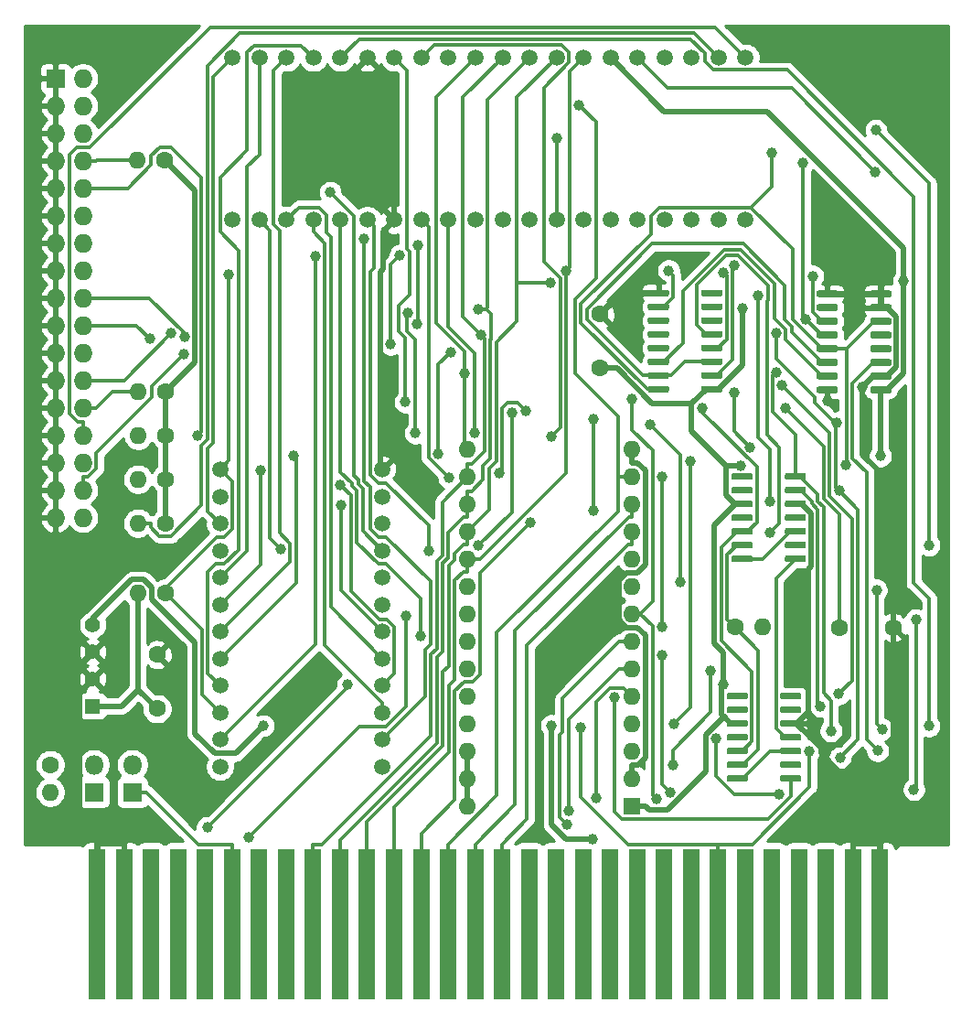
<source format=gbr>
G04 #@! TF.GenerationSoftware,KiCad,Pcbnew,(5.1.5)-3*
G04 #@! TF.CreationDate,2020-08-01T21:28:59-07:00*
G04 #@! TF.ProjectId,rk86kngmd,726b3836-6b6e-4676-9d64-2e6b69636164,rev?*
G04 #@! TF.SameCoordinates,Original*
G04 #@! TF.FileFunction,Copper,L2,Bot*
G04 #@! TF.FilePolarity,Positive*
%FSLAX46Y46*%
G04 Gerber Fmt 4.6, Leading zero omitted, Abs format (unit mm)*
G04 Created by KiCad (PCBNEW (5.1.5)-3) date 2020-08-01 21:28:59*
%MOMM*%
%LPD*%
G04 APERTURE LIST*
%ADD10R,1.408000X1.408000*%
%ADD11C,1.408000*%
%ADD12C,1.600000*%
%ADD13O,1.600000X1.600000*%
%ADD14R,1.600000X1.600000*%
%ADD15R,1.500000X14.000000*%
%ADD16C,0.100000*%
%ADD17O,1.800000X1.800000*%
%ADD18R,1.800000X1.800000*%
%ADD19O,1.727200X1.727200*%
%ADD20R,1.727200X1.727200*%
%ADD21C,1.500000*%
%ADD22C,1.000000*%
%ADD23C,0.500000*%
%ADD24C,0.350000*%
%ADD25C,0.254000*%
G04 APERTURE END LIST*
D10*
X49800000Y-112000000D03*
D11*
X49800000Y-109500000D03*
X49800000Y-107000000D03*
X49800000Y-104500000D03*
D12*
X96750000Y-75750000D03*
X96750000Y-80750000D03*
X55750000Y-107250000D03*
X55750000Y-112250000D03*
D13*
X84510000Y-121250000D03*
X99750000Y-88230000D03*
X84510000Y-118710000D03*
X99750000Y-90770000D03*
X84510000Y-116170000D03*
X99750000Y-93310000D03*
X84510000Y-113630000D03*
X99750000Y-95850000D03*
X84510000Y-111090000D03*
X99750000Y-98390000D03*
X84510000Y-108550000D03*
X99750000Y-100930000D03*
X84510000Y-106010000D03*
X99750000Y-103470000D03*
X84510000Y-103470000D03*
X99750000Y-106010000D03*
X84510000Y-100930000D03*
X99750000Y-108550000D03*
X84510000Y-98390000D03*
X99750000Y-111090000D03*
X84510000Y-95850000D03*
X99750000Y-113630000D03*
X84510000Y-93310000D03*
X99750000Y-116170000D03*
X84510000Y-90770000D03*
X99750000Y-118710000D03*
X84510000Y-88230000D03*
D14*
X99750000Y-121250000D03*
D13*
X45850000Y-119970000D03*
D12*
X45850000Y-117430000D03*
D13*
X53978000Y-91014000D03*
D12*
X56518000Y-91014000D03*
D13*
X54018600Y-86950000D03*
D12*
X56558600Y-86950000D03*
D13*
X53978000Y-95078000D03*
D12*
X56518000Y-95078000D03*
D13*
X54018600Y-82886000D03*
D12*
X56558600Y-82886000D03*
D13*
X53952600Y-61524600D03*
D12*
X56492600Y-61524600D03*
D13*
X53978000Y-101555000D03*
D12*
X56518000Y-101555000D03*
D13*
X111790000Y-104705000D03*
D12*
X109250000Y-104705000D03*
D15*
X112706000Y-132162000D03*
X117706000Y-132162000D03*
X115206000Y-132162000D03*
X120206000Y-132162000D03*
X122706000Y-132162000D03*
X57706000Y-132162000D03*
X50206000Y-132162000D03*
X62706000Y-132162000D03*
X65206000Y-132162000D03*
X60206000Y-132162000D03*
X55206000Y-132162000D03*
X52706000Y-132162000D03*
X105206000Y-132162000D03*
X102706000Y-132162000D03*
X107706000Y-132162000D03*
X100206000Y-132162000D03*
X110206000Y-132162000D03*
X75206000Y-132162000D03*
X70206000Y-132162000D03*
X77706000Y-132162000D03*
X67706000Y-132162000D03*
X72706000Y-132162000D03*
X80206000Y-132162000D03*
X90206000Y-132162000D03*
X95206000Y-132162000D03*
X92706000Y-132162000D03*
X97706000Y-132162000D03*
X85206000Y-132162000D03*
X82706000Y-132162000D03*
X87706000Y-132162000D03*
D12*
X123930000Y-104730000D03*
X118930000Y-104730000D03*
G04 #@! TA.AperFunction,SMDPad,CuDef*
D16*
G36*
X107965703Y-82383522D02*
G01*
X107980264Y-82385682D01*
X107994543Y-82389259D01*
X108008403Y-82394218D01*
X108021710Y-82400512D01*
X108034336Y-82408080D01*
X108046159Y-82416848D01*
X108057066Y-82426734D01*
X108066952Y-82437641D01*
X108075720Y-82449464D01*
X108083288Y-82462090D01*
X108089582Y-82475397D01*
X108094541Y-82489257D01*
X108098118Y-82503536D01*
X108100278Y-82518097D01*
X108101000Y-82532800D01*
X108101000Y-82832800D01*
X108100278Y-82847503D01*
X108098118Y-82862064D01*
X108094541Y-82876343D01*
X108089582Y-82890203D01*
X108083288Y-82903510D01*
X108075720Y-82916136D01*
X108066952Y-82927959D01*
X108057066Y-82938866D01*
X108046159Y-82948752D01*
X108034336Y-82957520D01*
X108021710Y-82965088D01*
X108008403Y-82971382D01*
X107994543Y-82976341D01*
X107980264Y-82979918D01*
X107965703Y-82982078D01*
X107951000Y-82982800D01*
X106301000Y-82982800D01*
X106286297Y-82982078D01*
X106271736Y-82979918D01*
X106257457Y-82976341D01*
X106243597Y-82971382D01*
X106230290Y-82965088D01*
X106217664Y-82957520D01*
X106205841Y-82948752D01*
X106194934Y-82938866D01*
X106185048Y-82927959D01*
X106176280Y-82916136D01*
X106168712Y-82903510D01*
X106162418Y-82890203D01*
X106157459Y-82876343D01*
X106153882Y-82862064D01*
X106151722Y-82847503D01*
X106151000Y-82832800D01*
X106151000Y-82532800D01*
X106151722Y-82518097D01*
X106153882Y-82503536D01*
X106157459Y-82489257D01*
X106162418Y-82475397D01*
X106168712Y-82462090D01*
X106176280Y-82449464D01*
X106185048Y-82437641D01*
X106194934Y-82426734D01*
X106205841Y-82416848D01*
X106217664Y-82408080D01*
X106230290Y-82400512D01*
X106243597Y-82394218D01*
X106257457Y-82389259D01*
X106271736Y-82385682D01*
X106286297Y-82383522D01*
X106301000Y-82382800D01*
X107951000Y-82382800D01*
X107965703Y-82383522D01*
G37*
G04 #@! TD.AperFunction*
G04 #@! TA.AperFunction,SMDPad,CuDef*
G36*
X107965703Y-81113522D02*
G01*
X107980264Y-81115682D01*
X107994543Y-81119259D01*
X108008403Y-81124218D01*
X108021710Y-81130512D01*
X108034336Y-81138080D01*
X108046159Y-81146848D01*
X108057066Y-81156734D01*
X108066952Y-81167641D01*
X108075720Y-81179464D01*
X108083288Y-81192090D01*
X108089582Y-81205397D01*
X108094541Y-81219257D01*
X108098118Y-81233536D01*
X108100278Y-81248097D01*
X108101000Y-81262800D01*
X108101000Y-81562800D01*
X108100278Y-81577503D01*
X108098118Y-81592064D01*
X108094541Y-81606343D01*
X108089582Y-81620203D01*
X108083288Y-81633510D01*
X108075720Y-81646136D01*
X108066952Y-81657959D01*
X108057066Y-81668866D01*
X108046159Y-81678752D01*
X108034336Y-81687520D01*
X108021710Y-81695088D01*
X108008403Y-81701382D01*
X107994543Y-81706341D01*
X107980264Y-81709918D01*
X107965703Y-81712078D01*
X107951000Y-81712800D01*
X106301000Y-81712800D01*
X106286297Y-81712078D01*
X106271736Y-81709918D01*
X106257457Y-81706341D01*
X106243597Y-81701382D01*
X106230290Y-81695088D01*
X106217664Y-81687520D01*
X106205841Y-81678752D01*
X106194934Y-81668866D01*
X106185048Y-81657959D01*
X106176280Y-81646136D01*
X106168712Y-81633510D01*
X106162418Y-81620203D01*
X106157459Y-81606343D01*
X106153882Y-81592064D01*
X106151722Y-81577503D01*
X106151000Y-81562800D01*
X106151000Y-81262800D01*
X106151722Y-81248097D01*
X106153882Y-81233536D01*
X106157459Y-81219257D01*
X106162418Y-81205397D01*
X106168712Y-81192090D01*
X106176280Y-81179464D01*
X106185048Y-81167641D01*
X106194934Y-81156734D01*
X106205841Y-81146848D01*
X106217664Y-81138080D01*
X106230290Y-81130512D01*
X106243597Y-81124218D01*
X106257457Y-81119259D01*
X106271736Y-81115682D01*
X106286297Y-81113522D01*
X106301000Y-81112800D01*
X107951000Y-81112800D01*
X107965703Y-81113522D01*
G37*
G04 #@! TD.AperFunction*
G04 #@! TA.AperFunction,SMDPad,CuDef*
G36*
X107965703Y-79843522D02*
G01*
X107980264Y-79845682D01*
X107994543Y-79849259D01*
X108008403Y-79854218D01*
X108021710Y-79860512D01*
X108034336Y-79868080D01*
X108046159Y-79876848D01*
X108057066Y-79886734D01*
X108066952Y-79897641D01*
X108075720Y-79909464D01*
X108083288Y-79922090D01*
X108089582Y-79935397D01*
X108094541Y-79949257D01*
X108098118Y-79963536D01*
X108100278Y-79978097D01*
X108101000Y-79992800D01*
X108101000Y-80292800D01*
X108100278Y-80307503D01*
X108098118Y-80322064D01*
X108094541Y-80336343D01*
X108089582Y-80350203D01*
X108083288Y-80363510D01*
X108075720Y-80376136D01*
X108066952Y-80387959D01*
X108057066Y-80398866D01*
X108046159Y-80408752D01*
X108034336Y-80417520D01*
X108021710Y-80425088D01*
X108008403Y-80431382D01*
X107994543Y-80436341D01*
X107980264Y-80439918D01*
X107965703Y-80442078D01*
X107951000Y-80442800D01*
X106301000Y-80442800D01*
X106286297Y-80442078D01*
X106271736Y-80439918D01*
X106257457Y-80436341D01*
X106243597Y-80431382D01*
X106230290Y-80425088D01*
X106217664Y-80417520D01*
X106205841Y-80408752D01*
X106194934Y-80398866D01*
X106185048Y-80387959D01*
X106176280Y-80376136D01*
X106168712Y-80363510D01*
X106162418Y-80350203D01*
X106157459Y-80336343D01*
X106153882Y-80322064D01*
X106151722Y-80307503D01*
X106151000Y-80292800D01*
X106151000Y-79992800D01*
X106151722Y-79978097D01*
X106153882Y-79963536D01*
X106157459Y-79949257D01*
X106162418Y-79935397D01*
X106168712Y-79922090D01*
X106176280Y-79909464D01*
X106185048Y-79897641D01*
X106194934Y-79886734D01*
X106205841Y-79876848D01*
X106217664Y-79868080D01*
X106230290Y-79860512D01*
X106243597Y-79854218D01*
X106257457Y-79849259D01*
X106271736Y-79845682D01*
X106286297Y-79843522D01*
X106301000Y-79842800D01*
X107951000Y-79842800D01*
X107965703Y-79843522D01*
G37*
G04 #@! TD.AperFunction*
G04 #@! TA.AperFunction,SMDPad,CuDef*
G36*
X107965703Y-78573522D02*
G01*
X107980264Y-78575682D01*
X107994543Y-78579259D01*
X108008403Y-78584218D01*
X108021710Y-78590512D01*
X108034336Y-78598080D01*
X108046159Y-78606848D01*
X108057066Y-78616734D01*
X108066952Y-78627641D01*
X108075720Y-78639464D01*
X108083288Y-78652090D01*
X108089582Y-78665397D01*
X108094541Y-78679257D01*
X108098118Y-78693536D01*
X108100278Y-78708097D01*
X108101000Y-78722800D01*
X108101000Y-79022800D01*
X108100278Y-79037503D01*
X108098118Y-79052064D01*
X108094541Y-79066343D01*
X108089582Y-79080203D01*
X108083288Y-79093510D01*
X108075720Y-79106136D01*
X108066952Y-79117959D01*
X108057066Y-79128866D01*
X108046159Y-79138752D01*
X108034336Y-79147520D01*
X108021710Y-79155088D01*
X108008403Y-79161382D01*
X107994543Y-79166341D01*
X107980264Y-79169918D01*
X107965703Y-79172078D01*
X107951000Y-79172800D01*
X106301000Y-79172800D01*
X106286297Y-79172078D01*
X106271736Y-79169918D01*
X106257457Y-79166341D01*
X106243597Y-79161382D01*
X106230290Y-79155088D01*
X106217664Y-79147520D01*
X106205841Y-79138752D01*
X106194934Y-79128866D01*
X106185048Y-79117959D01*
X106176280Y-79106136D01*
X106168712Y-79093510D01*
X106162418Y-79080203D01*
X106157459Y-79066343D01*
X106153882Y-79052064D01*
X106151722Y-79037503D01*
X106151000Y-79022800D01*
X106151000Y-78722800D01*
X106151722Y-78708097D01*
X106153882Y-78693536D01*
X106157459Y-78679257D01*
X106162418Y-78665397D01*
X106168712Y-78652090D01*
X106176280Y-78639464D01*
X106185048Y-78627641D01*
X106194934Y-78616734D01*
X106205841Y-78606848D01*
X106217664Y-78598080D01*
X106230290Y-78590512D01*
X106243597Y-78584218D01*
X106257457Y-78579259D01*
X106271736Y-78575682D01*
X106286297Y-78573522D01*
X106301000Y-78572800D01*
X107951000Y-78572800D01*
X107965703Y-78573522D01*
G37*
G04 #@! TD.AperFunction*
G04 #@! TA.AperFunction,SMDPad,CuDef*
G36*
X107965703Y-77303522D02*
G01*
X107980264Y-77305682D01*
X107994543Y-77309259D01*
X108008403Y-77314218D01*
X108021710Y-77320512D01*
X108034336Y-77328080D01*
X108046159Y-77336848D01*
X108057066Y-77346734D01*
X108066952Y-77357641D01*
X108075720Y-77369464D01*
X108083288Y-77382090D01*
X108089582Y-77395397D01*
X108094541Y-77409257D01*
X108098118Y-77423536D01*
X108100278Y-77438097D01*
X108101000Y-77452800D01*
X108101000Y-77752800D01*
X108100278Y-77767503D01*
X108098118Y-77782064D01*
X108094541Y-77796343D01*
X108089582Y-77810203D01*
X108083288Y-77823510D01*
X108075720Y-77836136D01*
X108066952Y-77847959D01*
X108057066Y-77858866D01*
X108046159Y-77868752D01*
X108034336Y-77877520D01*
X108021710Y-77885088D01*
X108008403Y-77891382D01*
X107994543Y-77896341D01*
X107980264Y-77899918D01*
X107965703Y-77902078D01*
X107951000Y-77902800D01*
X106301000Y-77902800D01*
X106286297Y-77902078D01*
X106271736Y-77899918D01*
X106257457Y-77896341D01*
X106243597Y-77891382D01*
X106230290Y-77885088D01*
X106217664Y-77877520D01*
X106205841Y-77868752D01*
X106194934Y-77858866D01*
X106185048Y-77847959D01*
X106176280Y-77836136D01*
X106168712Y-77823510D01*
X106162418Y-77810203D01*
X106157459Y-77796343D01*
X106153882Y-77782064D01*
X106151722Y-77767503D01*
X106151000Y-77752800D01*
X106151000Y-77452800D01*
X106151722Y-77438097D01*
X106153882Y-77423536D01*
X106157459Y-77409257D01*
X106162418Y-77395397D01*
X106168712Y-77382090D01*
X106176280Y-77369464D01*
X106185048Y-77357641D01*
X106194934Y-77346734D01*
X106205841Y-77336848D01*
X106217664Y-77328080D01*
X106230290Y-77320512D01*
X106243597Y-77314218D01*
X106257457Y-77309259D01*
X106271736Y-77305682D01*
X106286297Y-77303522D01*
X106301000Y-77302800D01*
X107951000Y-77302800D01*
X107965703Y-77303522D01*
G37*
G04 #@! TD.AperFunction*
G04 #@! TA.AperFunction,SMDPad,CuDef*
G36*
X107965703Y-76033522D02*
G01*
X107980264Y-76035682D01*
X107994543Y-76039259D01*
X108008403Y-76044218D01*
X108021710Y-76050512D01*
X108034336Y-76058080D01*
X108046159Y-76066848D01*
X108057066Y-76076734D01*
X108066952Y-76087641D01*
X108075720Y-76099464D01*
X108083288Y-76112090D01*
X108089582Y-76125397D01*
X108094541Y-76139257D01*
X108098118Y-76153536D01*
X108100278Y-76168097D01*
X108101000Y-76182800D01*
X108101000Y-76482800D01*
X108100278Y-76497503D01*
X108098118Y-76512064D01*
X108094541Y-76526343D01*
X108089582Y-76540203D01*
X108083288Y-76553510D01*
X108075720Y-76566136D01*
X108066952Y-76577959D01*
X108057066Y-76588866D01*
X108046159Y-76598752D01*
X108034336Y-76607520D01*
X108021710Y-76615088D01*
X108008403Y-76621382D01*
X107994543Y-76626341D01*
X107980264Y-76629918D01*
X107965703Y-76632078D01*
X107951000Y-76632800D01*
X106301000Y-76632800D01*
X106286297Y-76632078D01*
X106271736Y-76629918D01*
X106257457Y-76626341D01*
X106243597Y-76621382D01*
X106230290Y-76615088D01*
X106217664Y-76607520D01*
X106205841Y-76598752D01*
X106194934Y-76588866D01*
X106185048Y-76577959D01*
X106176280Y-76566136D01*
X106168712Y-76553510D01*
X106162418Y-76540203D01*
X106157459Y-76526343D01*
X106153882Y-76512064D01*
X106151722Y-76497503D01*
X106151000Y-76482800D01*
X106151000Y-76182800D01*
X106151722Y-76168097D01*
X106153882Y-76153536D01*
X106157459Y-76139257D01*
X106162418Y-76125397D01*
X106168712Y-76112090D01*
X106176280Y-76099464D01*
X106185048Y-76087641D01*
X106194934Y-76076734D01*
X106205841Y-76066848D01*
X106217664Y-76058080D01*
X106230290Y-76050512D01*
X106243597Y-76044218D01*
X106257457Y-76039259D01*
X106271736Y-76035682D01*
X106286297Y-76033522D01*
X106301000Y-76032800D01*
X107951000Y-76032800D01*
X107965703Y-76033522D01*
G37*
G04 #@! TD.AperFunction*
G04 #@! TA.AperFunction,SMDPad,CuDef*
G36*
X107965703Y-74763522D02*
G01*
X107980264Y-74765682D01*
X107994543Y-74769259D01*
X108008403Y-74774218D01*
X108021710Y-74780512D01*
X108034336Y-74788080D01*
X108046159Y-74796848D01*
X108057066Y-74806734D01*
X108066952Y-74817641D01*
X108075720Y-74829464D01*
X108083288Y-74842090D01*
X108089582Y-74855397D01*
X108094541Y-74869257D01*
X108098118Y-74883536D01*
X108100278Y-74898097D01*
X108101000Y-74912800D01*
X108101000Y-75212800D01*
X108100278Y-75227503D01*
X108098118Y-75242064D01*
X108094541Y-75256343D01*
X108089582Y-75270203D01*
X108083288Y-75283510D01*
X108075720Y-75296136D01*
X108066952Y-75307959D01*
X108057066Y-75318866D01*
X108046159Y-75328752D01*
X108034336Y-75337520D01*
X108021710Y-75345088D01*
X108008403Y-75351382D01*
X107994543Y-75356341D01*
X107980264Y-75359918D01*
X107965703Y-75362078D01*
X107951000Y-75362800D01*
X106301000Y-75362800D01*
X106286297Y-75362078D01*
X106271736Y-75359918D01*
X106257457Y-75356341D01*
X106243597Y-75351382D01*
X106230290Y-75345088D01*
X106217664Y-75337520D01*
X106205841Y-75328752D01*
X106194934Y-75318866D01*
X106185048Y-75307959D01*
X106176280Y-75296136D01*
X106168712Y-75283510D01*
X106162418Y-75270203D01*
X106157459Y-75256343D01*
X106153882Y-75242064D01*
X106151722Y-75227503D01*
X106151000Y-75212800D01*
X106151000Y-74912800D01*
X106151722Y-74898097D01*
X106153882Y-74883536D01*
X106157459Y-74869257D01*
X106162418Y-74855397D01*
X106168712Y-74842090D01*
X106176280Y-74829464D01*
X106185048Y-74817641D01*
X106194934Y-74806734D01*
X106205841Y-74796848D01*
X106217664Y-74788080D01*
X106230290Y-74780512D01*
X106243597Y-74774218D01*
X106257457Y-74769259D01*
X106271736Y-74765682D01*
X106286297Y-74763522D01*
X106301000Y-74762800D01*
X107951000Y-74762800D01*
X107965703Y-74763522D01*
G37*
G04 #@! TD.AperFunction*
G04 #@! TA.AperFunction,SMDPad,CuDef*
G36*
X107965703Y-73493522D02*
G01*
X107980264Y-73495682D01*
X107994543Y-73499259D01*
X108008403Y-73504218D01*
X108021710Y-73510512D01*
X108034336Y-73518080D01*
X108046159Y-73526848D01*
X108057066Y-73536734D01*
X108066952Y-73547641D01*
X108075720Y-73559464D01*
X108083288Y-73572090D01*
X108089582Y-73585397D01*
X108094541Y-73599257D01*
X108098118Y-73613536D01*
X108100278Y-73628097D01*
X108101000Y-73642800D01*
X108101000Y-73942800D01*
X108100278Y-73957503D01*
X108098118Y-73972064D01*
X108094541Y-73986343D01*
X108089582Y-74000203D01*
X108083288Y-74013510D01*
X108075720Y-74026136D01*
X108066952Y-74037959D01*
X108057066Y-74048866D01*
X108046159Y-74058752D01*
X108034336Y-74067520D01*
X108021710Y-74075088D01*
X108008403Y-74081382D01*
X107994543Y-74086341D01*
X107980264Y-74089918D01*
X107965703Y-74092078D01*
X107951000Y-74092800D01*
X106301000Y-74092800D01*
X106286297Y-74092078D01*
X106271736Y-74089918D01*
X106257457Y-74086341D01*
X106243597Y-74081382D01*
X106230290Y-74075088D01*
X106217664Y-74067520D01*
X106205841Y-74058752D01*
X106194934Y-74048866D01*
X106185048Y-74037959D01*
X106176280Y-74026136D01*
X106168712Y-74013510D01*
X106162418Y-74000203D01*
X106157459Y-73986343D01*
X106153882Y-73972064D01*
X106151722Y-73957503D01*
X106151000Y-73942800D01*
X106151000Y-73642800D01*
X106151722Y-73628097D01*
X106153882Y-73613536D01*
X106157459Y-73599257D01*
X106162418Y-73585397D01*
X106168712Y-73572090D01*
X106176280Y-73559464D01*
X106185048Y-73547641D01*
X106194934Y-73536734D01*
X106205841Y-73526848D01*
X106217664Y-73518080D01*
X106230290Y-73510512D01*
X106243597Y-73504218D01*
X106257457Y-73499259D01*
X106271736Y-73495682D01*
X106286297Y-73493522D01*
X106301000Y-73492800D01*
X107951000Y-73492800D01*
X107965703Y-73493522D01*
G37*
G04 #@! TD.AperFunction*
G04 #@! TA.AperFunction,SMDPad,CuDef*
G36*
X103015703Y-73493522D02*
G01*
X103030264Y-73495682D01*
X103044543Y-73499259D01*
X103058403Y-73504218D01*
X103071710Y-73510512D01*
X103084336Y-73518080D01*
X103096159Y-73526848D01*
X103107066Y-73536734D01*
X103116952Y-73547641D01*
X103125720Y-73559464D01*
X103133288Y-73572090D01*
X103139582Y-73585397D01*
X103144541Y-73599257D01*
X103148118Y-73613536D01*
X103150278Y-73628097D01*
X103151000Y-73642800D01*
X103151000Y-73942800D01*
X103150278Y-73957503D01*
X103148118Y-73972064D01*
X103144541Y-73986343D01*
X103139582Y-74000203D01*
X103133288Y-74013510D01*
X103125720Y-74026136D01*
X103116952Y-74037959D01*
X103107066Y-74048866D01*
X103096159Y-74058752D01*
X103084336Y-74067520D01*
X103071710Y-74075088D01*
X103058403Y-74081382D01*
X103044543Y-74086341D01*
X103030264Y-74089918D01*
X103015703Y-74092078D01*
X103001000Y-74092800D01*
X101351000Y-74092800D01*
X101336297Y-74092078D01*
X101321736Y-74089918D01*
X101307457Y-74086341D01*
X101293597Y-74081382D01*
X101280290Y-74075088D01*
X101267664Y-74067520D01*
X101255841Y-74058752D01*
X101244934Y-74048866D01*
X101235048Y-74037959D01*
X101226280Y-74026136D01*
X101218712Y-74013510D01*
X101212418Y-74000203D01*
X101207459Y-73986343D01*
X101203882Y-73972064D01*
X101201722Y-73957503D01*
X101201000Y-73942800D01*
X101201000Y-73642800D01*
X101201722Y-73628097D01*
X101203882Y-73613536D01*
X101207459Y-73599257D01*
X101212418Y-73585397D01*
X101218712Y-73572090D01*
X101226280Y-73559464D01*
X101235048Y-73547641D01*
X101244934Y-73536734D01*
X101255841Y-73526848D01*
X101267664Y-73518080D01*
X101280290Y-73510512D01*
X101293597Y-73504218D01*
X101307457Y-73499259D01*
X101321736Y-73495682D01*
X101336297Y-73493522D01*
X101351000Y-73492800D01*
X103001000Y-73492800D01*
X103015703Y-73493522D01*
G37*
G04 #@! TD.AperFunction*
G04 #@! TA.AperFunction,SMDPad,CuDef*
G36*
X103015703Y-74763522D02*
G01*
X103030264Y-74765682D01*
X103044543Y-74769259D01*
X103058403Y-74774218D01*
X103071710Y-74780512D01*
X103084336Y-74788080D01*
X103096159Y-74796848D01*
X103107066Y-74806734D01*
X103116952Y-74817641D01*
X103125720Y-74829464D01*
X103133288Y-74842090D01*
X103139582Y-74855397D01*
X103144541Y-74869257D01*
X103148118Y-74883536D01*
X103150278Y-74898097D01*
X103151000Y-74912800D01*
X103151000Y-75212800D01*
X103150278Y-75227503D01*
X103148118Y-75242064D01*
X103144541Y-75256343D01*
X103139582Y-75270203D01*
X103133288Y-75283510D01*
X103125720Y-75296136D01*
X103116952Y-75307959D01*
X103107066Y-75318866D01*
X103096159Y-75328752D01*
X103084336Y-75337520D01*
X103071710Y-75345088D01*
X103058403Y-75351382D01*
X103044543Y-75356341D01*
X103030264Y-75359918D01*
X103015703Y-75362078D01*
X103001000Y-75362800D01*
X101351000Y-75362800D01*
X101336297Y-75362078D01*
X101321736Y-75359918D01*
X101307457Y-75356341D01*
X101293597Y-75351382D01*
X101280290Y-75345088D01*
X101267664Y-75337520D01*
X101255841Y-75328752D01*
X101244934Y-75318866D01*
X101235048Y-75307959D01*
X101226280Y-75296136D01*
X101218712Y-75283510D01*
X101212418Y-75270203D01*
X101207459Y-75256343D01*
X101203882Y-75242064D01*
X101201722Y-75227503D01*
X101201000Y-75212800D01*
X101201000Y-74912800D01*
X101201722Y-74898097D01*
X101203882Y-74883536D01*
X101207459Y-74869257D01*
X101212418Y-74855397D01*
X101218712Y-74842090D01*
X101226280Y-74829464D01*
X101235048Y-74817641D01*
X101244934Y-74806734D01*
X101255841Y-74796848D01*
X101267664Y-74788080D01*
X101280290Y-74780512D01*
X101293597Y-74774218D01*
X101307457Y-74769259D01*
X101321736Y-74765682D01*
X101336297Y-74763522D01*
X101351000Y-74762800D01*
X103001000Y-74762800D01*
X103015703Y-74763522D01*
G37*
G04 #@! TD.AperFunction*
G04 #@! TA.AperFunction,SMDPad,CuDef*
G36*
X103015703Y-76033522D02*
G01*
X103030264Y-76035682D01*
X103044543Y-76039259D01*
X103058403Y-76044218D01*
X103071710Y-76050512D01*
X103084336Y-76058080D01*
X103096159Y-76066848D01*
X103107066Y-76076734D01*
X103116952Y-76087641D01*
X103125720Y-76099464D01*
X103133288Y-76112090D01*
X103139582Y-76125397D01*
X103144541Y-76139257D01*
X103148118Y-76153536D01*
X103150278Y-76168097D01*
X103151000Y-76182800D01*
X103151000Y-76482800D01*
X103150278Y-76497503D01*
X103148118Y-76512064D01*
X103144541Y-76526343D01*
X103139582Y-76540203D01*
X103133288Y-76553510D01*
X103125720Y-76566136D01*
X103116952Y-76577959D01*
X103107066Y-76588866D01*
X103096159Y-76598752D01*
X103084336Y-76607520D01*
X103071710Y-76615088D01*
X103058403Y-76621382D01*
X103044543Y-76626341D01*
X103030264Y-76629918D01*
X103015703Y-76632078D01*
X103001000Y-76632800D01*
X101351000Y-76632800D01*
X101336297Y-76632078D01*
X101321736Y-76629918D01*
X101307457Y-76626341D01*
X101293597Y-76621382D01*
X101280290Y-76615088D01*
X101267664Y-76607520D01*
X101255841Y-76598752D01*
X101244934Y-76588866D01*
X101235048Y-76577959D01*
X101226280Y-76566136D01*
X101218712Y-76553510D01*
X101212418Y-76540203D01*
X101207459Y-76526343D01*
X101203882Y-76512064D01*
X101201722Y-76497503D01*
X101201000Y-76482800D01*
X101201000Y-76182800D01*
X101201722Y-76168097D01*
X101203882Y-76153536D01*
X101207459Y-76139257D01*
X101212418Y-76125397D01*
X101218712Y-76112090D01*
X101226280Y-76099464D01*
X101235048Y-76087641D01*
X101244934Y-76076734D01*
X101255841Y-76066848D01*
X101267664Y-76058080D01*
X101280290Y-76050512D01*
X101293597Y-76044218D01*
X101307457Y-76039259D01*
X101321736Y-76035682D01*
X101336297Y-76033522D01*
X101351000Y-76032800D01*
X103001000Y-76032800D01*
X103015703Y-76033522D01*
G37*
G04 #@! TD.AperFunction*
G04 #@! TA.AperFunction,SMDPad,CuDef*
G36*
X103015703Y-77303522D02*
G01*
X103030264Y-77305682D01*
X103044543Y-77309259D01*
X103058403Y-77314218D01*
X103071710Y-77320512D01*
X103084336Y-77328080D01*
X103096159Y-77336848D01*
X103107066Y-77346734D01*
X103116952Y-77357641D01*
X103125720Y-77369464D01*
X103133288Y-77382090D01*
X103139582Y-77395397D01*
X103144541Y-77409257D01*
X103148118Y-77423536D01*
X103150278Y-77438097D01*
X103151000Y-77452800D01*
X103151000Y-77752800D01*
X103150278Y-77767503D01*
X103148118Y-77782064D01*
X103144541Y-77796343D01*
X103139582Y-77810203D01*
X103133288Y-77823510D01*
X103125720Y-77836136D01*
X103116952Y-77847959D01*
X103107066Y-77858866D01*
X103096159Y-77868752D01*
X103084336Y-77877520D01*
X103071710Y-77885088D01*
X103058403Y-77891382D01*
X103044543Y-77896341D01*
X103030264Y-77899918D01*
X103015703Y-77902078D01*
X103001000Y-77902800D01*
X101351000Y-77902800D01*
X101336297Y-77902078D01*
X101321736Y-77899918D01*
X101307457Y-77896341D01*
X101293597Y-77891382D01*
X101280290Y-77885088D01*
X101267664Y-77877520D01*
X101255841Y-77868752D01*
X101244934Y-77858866D01*
X101235048Y-77847959D01*
X101226280Y-77836136D01*
X101218712Y-77823510D01*
X101212418Y-77810203D01*
X101207459Y-77796343D01*
X101203882Y-77782064D01*
X101201722Y-77767503D01*
X101201000Y-77752800D01*
X101201000Y-77452800D01*
X101201722Y-77438097D01*
X101203882Y-77423536D01*
X101207459Y-77409257D01*
X101212418Y-77395397D01*
X101218712Y-77382090D01*
X101226280Y-77369464D01*
X101235048Y-77357641D01*
X101244934Y-77346734D01*
X101255841Y-77336848D01*
X101267664Y-77328080D01*
X101280290Y-77320512D01*
X101293597Y-77314218D01*
X101307457Y-77309259D01*
X101321736Y-77305682D01*
X101336297Y-77303522D01*
X101351000Y-77302800D01*
X103001000Y-77302800D01*
X103015703Y-77303522D01*
G37*
G04 #@! TD.AperFunction*
G04 #@! TA.AperFunction,SMDPad,CuDef*
G36*
X103015703Y-78573522D02*
G01*
X103030264Y-78575682D01*
X103044543Y-78579259D01*
X103058403Y-78584218D01*
X103071710Y-78590512D01*
X103084336Y-78598080D01*
X103096159Y-78606848D01*
X103107066Y-78616734D01*
X103116952Y-78627641D01*
X103125720Y-78639464D01*
X103133288Y-78652090D01*
X103139582Y-78665397D01*
X103144541Y-78679257D01*
X103148118Y-78693536D01*
X103150278Y-78708097D01*
X103151000Y-78722800D01*
X103151000Y-79022800D01*
X103150278Y-79037503D01*
X103148118Y-79052064D01*
X103144541Y-79066343D01*
X103139582Y-79080203D01*
X103133288Y-79093510D01*
X103125720Y-79106136D01*
X103116952Y-79117959D01*
X103107066Y-79128866D01*
X103096159Y-79138752D01*
X103084336Y-79147520D01*
X103071710Y-79155088D01*
X103058403Y-79161382D01*
X103044543Y-79166341D01*
X103030264Y-79169918D01*
X103015703Y-79172078D01*
X103001000Y-79172800D01*
X101351000Y-79172800D01*
X101336297Y-79172078D01*
X101321736Y-79169918D01*
X101307457Y-79166341D01*
X101293597Y-79161382D01*
X101280290Y-79155088D01*
X101267664Y-79147520D01*
X101255841Y-79138752D01*
X101244934Y-79128866D01*
X101235048Y-79117959D01*
X101226280Y-79106136D01*
X101218712Y-79093510D01*
X101212418Y-79080203D01*
X101207459Y-79066343D01*
X101203882Y-79052064D01*
X101201722Y-79037503D01*
X101201000Y-79022800D01*
X101201000Y-78722800D01*
X101201722Y-78708097D01*
X101203882Y-78693536D01*
X101207459Y-78679257D01*
X101212418Y-78665397D01*
X101218712Y-78652090D01*
X101226280Y-78639464D01*
X101235048Y-78627641D01*
X101244934Y-78616734D01*
X101255841Y-78606848D01*
X101267664Y-78598080D01*
X101280290Y-78590512D01*
X101293597Y-78584218D01*
X101307457Y-78579259D01*
X101321736Y-78575682D01*
X101336297Y-78573522D01*
X101351000Y-78572800D01*
X103001000Y-78572800D01*
X103015703Y-78573522D01*
G37*
G04 #@! TD.AperFunction*
G04 #@! TA.AperFunction,SMDPad,CuDef*
G36*
X103015703Y-79843522D02*
G01*
X103030264Y-79845682D01*
X103044543Y-79849259D01*
X103058403Y-79854218D01*
X103071710Y-79860512D01*
X103084336Y-79868080D01*
X103096159Y-79876848D01*
X103107066Y-79886734D01*
X103116952Y-79897641D01*
X103125720Y-79909464D01*
X103133288Y-79922090D01*
X103139582Y-79935397D01*
X103144541Y-79949257D01*
X103148118Y-79963536D01*
X103150278Y-79978097D01*
X103151000Y-79992800D01*
X103151000Y-80292800D01*
X103150278Y-80307503D01*
X103148118Y-80322064D01*
X103144541Y-80336343D01*
X103139582Y-80350203D01*
X103133288Y-80363510D01*
X103125720Y-80376136D01*
X103116952Y-80387959D01*
X103107066Y-80398866D01*
X103096159Y-80408752D01*
X103084336Y-80417520D01*
X103071710Y-80425088D01*
X103058403Y-80431382D01*
X103044543Y-80436341D01*
X103030264Y-80439918D01*
X103015703Y-80442078D01*
X103001000Y-80442800D01*
X101351000Y-80442800D01*
X101336297Y-80442078D01*
X101321736Y-80439918D01*
X101307457Y-80436341D01*
X101293597Y-80431382D01*
X101280290Y-80425088D01*
X101267664Y-80417520D01*
X101255841Y-80408752D01*
X101244934Y-80398866D01*
X101235048Y-80387959D01*
X101226280Y-80376136D01*
X101218712Y-80363510D01*
X101212418Y-80350203D01*
X101207459Y-80336343D01*
X101203882Y-80322064D01*
X101201722Y-80307503D01*
X101201000Y-80292800D01*
X101201000Y-79992800D01*
X101201722Y-79978097D01*
X101203882Y-79963536D01*
X101207459Y-79949257D01*
X101212418Y-79935397D01*
X101218712Y-79922090D01*
X101226280Y-79909464D01*
X101235048Y-79897641D01*
X101244934Y-79886734D01*
X101255841Y-79876848D01*
X101267664Y-79868080D01*
X101280290Y-79860512D01*
X101293597Y-79854218D01*
X101307457Y-79849259D01*
X101321736Y-79845682D01*
X101336297Y-79843522D01*
X101351000Y-79842800D01*
X103001000Y-79842800D01*
X103015703Y-79843522D01*
G37*
G04 #@! TD.AperFunction*
G04 #@! TA.AperFunction,SMDPad,CuDef*
G36*
X103015703Y-81113522D02*
G01*
X103030264Y-81115682D01*
X103044543Y-81119259D01*
X103058403Y-81124218D01*
X103071710Y-81130512D01*
X103084336Y-81138080D01*
X103096159Y-81146848D01*
X103107066Y-81156734D01*
X103116952Y-81167641D01*
X103125720Y-81179464D01*
X103133288Y-81192090D01*
X103139582Y-81205397D01*
X103144541Y-81219257D01*
X103148118Y-81233536D01*
X103150278Y-81248097D01*
X103151000Y-81262800D01*
X103151000Y-81562800D01*
X103150278Y-81577503D01*
X103148118Y-81592064D01*
X103144541Y-81606343D01*
X103139582Y-81620203D01*
X103133288Y-81633510D01*
X103125720Y-81646136D01*
X103116952Y-81657959D01*
X103107066Y-81668866D01*
X103096159Y-81678752D01*
X103084336Y-81687520D01*
X103071710Y-81695088D01*
X103058403Y-81701382D01*
X103044543Y-81706341D01*
X103030264Y-81709918D01*
X103015703Y-81712078D01*
X103001000Y-81712800D01*
X101351000Y-81712800D01*
X101336297Y-81712078D01*
X101321736Y-81709918D01*
X101307457Y-81706341D01*
X101293597Y-81701382D01*
X101280290Y-81695088D01*
X101267664Y-81687520D01*
X101255841Y-81678752D01*
X101244934Y-81668866D01*
X101235048Y-81657959D01*
X101226280Y-81646136D01*
X101218712Y-81633510D01*
X101212418Y-81620203D01*
X101207459Y-81606343D01*
X101203882Y-81592064D01*
X101201722Y-81577503D01*
X101201000Y-81562800D01*
X101201000Y-81262800D01*
X101201722Y-81248097D01*
X101203882Y-81233536D01*
X101207459Y-81219257D01*
X101212418Y-81205397D01*
X101218712Y-81192090D01*
X101226280Y-81179464D01*
X101235048Y-81167641D01*
X101244934Y-81156734D01*
X101255841Y-81146848D01*
X101267664Y-81138080D01*
X101280290Y-81130512D01*
X101293597Y-81124218D01*
X101307457Y-81119259D01*
X101321736Y-81115682D01*
X101336297Y-81113522D01*
X101351000Y-81112800D01*
X103001000Y-81112800D01*
X103015703Y-81113522D01*
G37*
G04 #@! TD.AperFunction*
G04 #@! TA.AperFunction,SMDPad,CuDef*
G36*
X103015703Y-82383522D02*
G01*
X103030264Y-82385682D01*
X103044543Y-82389259D01*
X103058403Y-82394218D01*
X103071710Y-82400512D01*
X103084336Y-82408080D01*
X103096159Y-82416848D01*
X103107066Y-82426734D01*
X103116952Y-82437641D01*
X103125720Y-82449464D01*
X103133288Y-82462090D01*
X103139582Y-82475397D01*
X103144541Y-82489257D01*
X103148118Y-82503536D01*
X103150278Y-82518097D01*
X103151000Y-82532800D01*
X103151000Y-82832800D01*
X103150278Y-82847503D01*
X103148118Y-82862064D01*
X103144541Y-82876343D01*
X103139582Y-82890203D01*
X103133288Y-82903510D01*
X103125720Y-82916136D01*
X103116952Y-82927959D01*
X103107066Y-82938866D01*
X103096159Y-82948752D01*
X103084336Y-82957520D01*
X103071710Y-82965088D01*
X103058403Y-82971382D01*
X103044543Y-82976341D01*
X103030264Y-82979918D01*
X103015703Y-82982078D01*
X103001000Y-82982800D01*
X101351000Y-82982800D01*
X101336297Y-82982078D01*
X101321736Y-82979918D01*
X101307457Y-82976341D01*
X101293597Y-82971382D01*
X101280290Y-82965088D01*
X101267664Y-82957520D01*
X101255841Y-82948752D01*
X101244934Y-82938866D01*
X101235048Y-82927959D01*
X101226280Y-82916136D01*
X101218712Y-82903510D01*
X101212418Y-82890203D01*
X101207459Y-82876343D01*
X101203882Y-82862064D01*
X101201722Y-82847503D01*
X101201000Y-82832800D01*
X101201000Y-82532800D01*
X101201722Y-82518097D01*
X101203882Y-82503536D01*
X101207459Y-82489257D01*
X101212418Y-82475397D01*
X101218712Y-82462090D01*
X101226280Y-82449464D01*
X101235048Y-82437641D01*
X101244934Y-82426734D01*
X101255841Y-82416848D01*
X101267664Y-82408080D01*
X101280290Y-82400512D01*
X101293597Y-82394218D01*
X101307457Y-82389259D01*
X101321736Y-82385682D01*
X101336297Y-82383522D01*
X101351000Y-82382800D01*
X103001000Y-82382800D01*
X103015703Y-82383522D01*
G37*
G04 #@! TD.AperFunction*
G04 #@! TA.AperFunction,SMDPad,CuDef*
G36*
X123611703Y-82447022D02*
G01*
X123626264Y-82449182D01*
X123640543Y-82452759D01*
X123654403Y-82457718D01*
X123667710Y-82464012D01*
X123680336Y-82471580D01*
X123692159Y-82480348D01*
X123703066Y-82490234D01*
X123712952Y-82501141D01*
X123721720Y-82512964D01*
X123729288Y-82525590D01*
X123735582Y-82538897D01*
X123740541Y-82552757D01*
X123744118Y-82567036D01*
X123746278Y-82581597D01*
X123747000Y-82596300D01*
X123747000Y-82896300D01*
X123746278Y-82911003D01*
X123744118Y-82925564D01*
X123740541Y-82939843D01*
X123735582Y-82953703D01*
X123729288Y-82967010D01*
X123721720Y-82979636D01*
X123712952Y-82991459D01*
X123703066Y-83002366D01*
X123692159Y-83012252D01*
X123680336Y-83021020D01*
X123667710Y-83028588D01*
X123654403Y-83034882D01*
X123640543Y-83039841D01*
X123626264Y-83043418D01*
X123611703Y-83045578D01*
X123597000Y-83046300D01*
X121947000Y-83046300D01*
X121932297Y-83045578D01*
X121917736Y-83043418D01*
X121903457Y-83039841D01*
X121889597Y-83034882D01*
X121876290Y-83028588D01*
X121863664Y-83021020D01*
X121851841Y-83012252D01*
X121840934Y-83002366D01*
X121831048Y-82991459D01*
X121822280Y-82979636D01*
X121814712Y-82967010D01*
X121808418Y-82953703D01*
X121803459Y-82939843D01*
X121799882Y-82925564D01*
X121797722Y-82911003D01*
X121797000Y-82896300D01*
X121797000Y-82596300D01*
X121797722Y-82581597D01*
X121799882Y-82567036D01*
X121803459Y-82552757D01*
X121808418Y-82538897D01*
X121814712Y-82525590D01*
X121822280Y-82512964D01*
X121831048Y-82501141D01*
X121840934Y-82490234D01*
X121851841Y-82480348D01*
X121863664Y-82471580D01*
X121876290Y-82464012D01*
X121889597Y-82457718D01*
X121903457Y-82452759D01*
X121917736Y-82449182D01*
X121932297Y-82447022D01*
X121947000Y-82446300D01*
X123597000Y-82446300D01*
X123611703Y-82447022D01*
G37*
G04 #@! TD.AperFunction*
G04 #@! TA.AperFunction,SMDPad,CuDef*
G36*
X123611703Y-81177022D02*
G01*
X123626264Y-81179182D01*
X123640543Y-81182759D01*
X123654403Y-81187718D01*
X123667710Y-81194012D01*
X123680336Y-81201580D01*
X123692159Y-81210348D01*
X123703066Y-81220234D01*
X123712952Y-81231141D01*
X123721720Y-81242964D01*
X123729288Y-81255590D01*
X123735582Y-81268897D01*
X123740541Y-81282757D01*
X123744118Y-81297036D01*
X123746278Y-81311597D01*
X123747000Y-81326300D01*
X123747000Y-81626300D01*
X123746278Y-81641003D01*
X123744118Y-81655564D01*
X123740541Y-81669843D01*
X123735582Y-81683703D01*
X123729288Y-81697010D01*
X123721720Y-81709636D01*
X123712952Y-81721459D01*
X123703066Y-81732366D01*
X123692159Y-81742252D01*
X123680336Y-81751020D01*
X123667710Y-81758588D01*
X123654403Y-81764882D01*
X123640543Y-81769841D01*
X123626264Y-81773418D01*
X123611703Y-81775578D01*
X123597000Y-81776300D01*
X121947000Y-81776300D01*
X121932297Y-81775578D01*
X121917736Y-81773418D01*
X121903457Y-81769841D01*
X121889597Y-81764882D01*
X121876290Y-81758588D01*
X121863664Y-81751020D01*
X121851841Y-81742252D01*
X121840934Y-81732366D01*
X121831048Y-81721459D01*
X121822280Y-81709636D01*
X121814712Y-81697010D01*
X121808418Y-81683703D01*
X121803459Y-81669843D01*
X121799882Y-81655564D01*
X121797722Y-81641003D01*
X121797000Y-81626300D01*
X121797000Y-81326300D01*
X121797722Y-81311597D01*
X121799882Y-81297036D01*
X121803459Y-81282757D01*
X121808418Y-81268897D01*
X121814712Y-81255590D01*
X121822280Y-81242964D01*
X121831048Y-81231141D01*
X121840934Y-81220234D01*
X121851841Y-81210348D01*
X121863664Y-81201580D01*
X121876290Y-81194012D01*
X121889597Y-81187718D01*
X121903457Y-81182759D01*
X121917736Y-81179182D01*
X121932297Y-81177022D01*
X121947000Y-81176300D01*
X123597000Y-81176300D01*
X123611703Y-81177022D01*
G37*
G04 #@! TD.AperFunction*
G04 #@! TA.AperFunction,SMDPad,CuDef*
G36*
X123611703Y-79907022D02*
G01*
X123626264Y-79909182D01*
X123640543Y-79912759D01*
X123654403Y-79917718D01*
X123667710Y-79924012D01*
X123680336Y-79931580D01*
X123692159Y-79940348D01*
X123703066Y-79950234D01*
X123712952Y-79961141D01*
X123721720Y-79972964D01*
X123729288Y-79985590D01*
X123735582Y-79998897D01*
X123740541Y-80012757D01*
X123744118Y-80027036D01*
X123746278Y-80041597D01*
X123747000Y-80056300D01*
X123747000Y-80356300D01*
X123746278Y-80371003D01*
X123744118Y-80385564D01*
X123740541Y-80399843D01*
X123735582Y-80413703D01*
X123729288Y-80427010D01*
X123721720Y-80439636D01*
X123712952Y-80451459D01*
X123703066Y-80462366D01*
X123692159Y-80472252D01*
X123680336Y-80481020D01*
X123667710Y-80488588D01*
X123654403Y-80494882D01*
X123640543Y-80499841D01*
X123626264Y-80503418D01*
X123611703Y-80505578D01*
X123597000Y-80506300D01*
X121947000Y-80506300D01*
X121932297Y-80505578D01*
X121917736Y-80503418D01*
X121903457Y-80499841D01*
X121889597Y-80494882D01*
X121876290Y-80488588D01*
X121863664Y-80481020D01*
X121851841Y-80472252D01*
X121840934Y-80462366D01*
X121831048Y-80451459D01*
X121822280Y-80439636D01*
X121814712Y-80427010D01*
X121808418Y-80413703D01*
X121803459Y-80399843D01*
X121799882Y-80385564D01*
X121797722Y-80371003D01*
X121797000Y-80356300D01*
X121797000Y-80056300D01*
X121797722Y-80041597D01*
X121799882Y-80027036D01*
X121803459Y-80012757D01*
X121808418Y-79998897D01*
X121814712Y-79985590D01*
X121822280Y-79972964D01*
X121831048Y-79961141D01*
X121840934Y-79950234D01*
X121851841Y-79940348D01*
X121863664Y-79931580D01*
X121876290Y-79924012D01*
X121889597Y-79917718D01*
X121903457Y-79912759D01*
X121917736Y-79909182D01*
X121932297Y-79907022D01*
X121947000Y-79906300D01*
X123597000Y-79906300D01*
X123611703Y-79907022D01*
G37*
G04 #@! TD.AperFunction*
G04 #@! TA.AperFunction,SMDPad,CuDef*
G36*
X123611703Y-78637022D02*
G01*
X123626264Y-78639182D01*
X123640543Y-78642759D01*
X123654403Y-78647718D01*
X123667710Y-78654012D01*
X123680336Y-78661580D01*
X123692159Y-78670348D01*
X123703066Y-78680234D01*
X123712952Y-78691141D01*
X123721720Y-78702964D01*
X123729288Y-78715590D01*
X123735582Y-78728897D01*
X123740541Y-78742757D01*
X123744118Y-78757036D01*
X123746278Y-78771597D01*
X123747000Y-78786300D01*
X123747000Y-79086300D01*
X123746278Y-79101003D01*
X123744118Y-79115564D01*
X123740541Y-79129843D01*
X123735582Y-79143703D01*
X123729288Y-79157010D01*
X123721720Y-79169636D01*
X123712952Y-79181459D01*
X123703066Y-79192366D01*
X123692159Y-79202252D01*
X123680336Y-79211020D01*
X123667710Y-79218588D01*
X123654403Y-79224882D01*
X123640543Y-79229841D01*
X123626264Y-79233418D01*
X123611703Y-79235578D01*
X123597000Y-79236300D01*
X121947000Y-79236300D01*
X121932297Y-79235578D01*
X121917736Y-79233418D01*
X121903457Y-79229841D01*
X121889597Y-79224882D01*
X121876290Y-79218588D01*
X121863664Y-79211020D01*
X121851841Y-79202252D01*
X121840934Y-79192366D01*
X121831048Y-79181459D01*
X121822280Y-79169636D01*
X121814712Y-79157010D01*
X121808418Y-79143703D01*
X121803459Y-79129843D01*
X121799882Y-79115564D01*
X121797722Y-79101003D01*
X121797000Y-79086300D01*
X121797000Y-78786300D01*
X121797722Y-78771597D01*
X121799882Y-78757036D01*
X121803459Y-78742757D01*
X121808418Y-78728897D01*
X121814712Y-78715590D01*
X121822280Y-78702964D01*
X121831048Y-78691141D01*
X121840934Y-78680234D01*
X121851841Y-78670348D01*
X121863664Y-78661580D01*
X121876290Y-78654012D01*
X121889597Y-78647718D01*
X121903457Y-78642759D01*
X121917736Y-78639182D01*
X121932297Y-78637022D01*
X121947000Y-78636300D01*
X123597000Y-78636300D01*
X123611703Y-78637022D01*
G37*
G04 #@! TD.AperFunction*
G04 #@! TA.AperFunction,SMDPad,CuDef*
G36*
X123611703Y-77367022D02*
G01*
X123626264Y-77369182D01*
X123640543Y-77372759D01*
X123654403Y-77377718D01*
X123667710Y-77384012D01*
X123680336Y-77391580D01*
X123692159Y-77400348D01*
X123703066Y-77410234D01*
X123712952Y-77421141D01*
X123721720Y-77432964D01*
X123729288Y-77445590D01*
X123735582Y-77458897D01*
X123740541Y-77472757D01*
X123744118Y-77487036D01*
X123746278Y-77501597D01*
X123747000Y-77516300D01*
X123747000Y-77816300D01*
X123746278Y-77831003D01*
X123744118Y-77845564D01*
X123740541Y-77859843D01*
X123735582Y-77873703D01*
X123729288Y-77887010D01*
X123721720Y-77899636D01*
X123712952Y-77911459D01*
X123703066Y-77922366D01*
X123692159Y-77932252D01*
X123680336Y-77941020D01*
X123667710Y-77948588D01*
X123654403Y-77954882D01*
X123640543Y-77959841D01*
X123626264Y-77963418D01*
X123611703Y-77965578D01*
X123597000Y-77966300D01*
X121947000Y-77966300D01*
X121932297Y-77965578D01*
X121917736Y-77963418D01*
X121903457Y-77959841D01*
X121889597Y-77954882D01*
X121876290Y-77948588D01*
X121863664Y-77941020D01*
X121851841Y-77932252D01*
X121840934Y-77922366D01*
X121831048Y-77911459D01*
X121822280Y-77899636D01*
X121814712Y-77887010D01*
X121808418Y-77873703D01*
X121803459Y-77859843D01*
X121799882Y-77845564D01*
X121797722Y-77831003D01*
X121797000Y-77816300D01*
X121797000Y-77516300D01*
X121797722Y-77501597D01*
X121799882Y-77487036D01*
X121803459Y-77472757D01*
X121808418Y-77458897D01*
X121814712Y-77445590D01*
X121822280Y-77432964D01*
X121831048Y-77421141D01*
X121840934Y-77410234D01*
X121851841Y-77400348D01*
X121863664Y-77391580D01*
X121876290Y-77384012D01*
X121889597Y-77377718D01*
X121903457Y-77372759D01*
X121917736Y-77369182D01*
X121932297Y-77367022D01*
X121947000Y-77366300D01*
X123597000Y-77366300D01*
X123611703Y-77367022D01*
G37*
G04 #@! TD.AperFunction*
G04 #@! TA.AperFunction,SMDPad,CuDef*
G36*
X123611703Y-76097022D02*
G01*
X123626264Y-76099182D01*
X123640543Y-76102759D01*
X123654403Y-76107718D01*
X123667710Y-76114012D01*
X123680336Y-76121580D01*
X123692159Y-76130348D01*
X123703066Y-76140234D01*
X123712952Y-76151141D01*
X123721720Y-76162964D01*
X123729288Y-76175590D01*
X123735582Y-76188897D01*
X123740541Y-76202757D01*
X123744118Y-76217036D01*
X123746278Y-76231597D01*
X123747000Y-76246300D01*
X123747000Y-76546300D01*
X123746278Y-76561003D01*
X123744118Y-76575564D01*
X123740541Y-76589843D01*
X123735582Y-76603703D01*
X123729288Y-76617010D01*
X123721720Y-76629636D01*
X123712952Y-76641459D01*
X123703066Y-76652366D01*
X123692159Y-76662252D01*
X123680336Y-76671020D01*
X123667710Y-76678588D01*
X123654403Y-76684882D01*
X123640543Y-76689841D01*
X123626264Y-76693418D01*
X123611703Y-76695578D01*
X123597000Y-76696300D01*
X121947000Y-76696300D01*
X121932297Y-76695578D01*
X121917736Y-76693418D01*
X121903457Y-76689841D01*
X121889597Y-76684882D01*
X121876290Y-76678588D01*
X121863664Y-76671020D01*
X121851841Y-76662252D01*
X121840934Y-76652366D01*
X121831048Y-76641459D01*
X121822280Y-76629636D01*
X121814712Y-76617010D01*
X121808418Y-76603703D01*
X121803459Y-76589843D01*
X121799882Y-76575564D01*
X121797722Y-76561003D01*
X121797000Y-76546300D01*
X121797000Y-76246300D01*
X121797722Y-76231597D01*
X121799882Y-76217036D01*
X121803459Y-76202757D01*
X121808418Y-76188897D01*
X121814712Y-76175590D01*
X121822280Y-76162964D01*
X121831048Y-76151141D01*
X121840934Y-76140234D01*
X121851841Y-76130348D01*
X121863664Y-76121580D01*
X121876290Y-76114012D01*
X121889597Y-76107718D01*
X121903457Y-76102759D01*
X121917736Y-76099182D01*
X121932297Y-76097022D01*
X121947000Y-76096300D01*
X123597000Y-76096300D01*
X123611703Y-76097022D01*
G37*
G04 #@! TD.AperFunction*
G04 #@! TA.AperFunction,SMDPad,CuDef*
G36*
X123611703Y-74827022D02*
G01*
X123626264Y-74829182D01*
X123640543Y-74832759D01*
X123654403Y-74837718D01*
X123667710Y-74844012D01*
X123680336Y-74851580D01*
X123692159Y-74860348D01*
X123703066Y-74870234D01*
X123712952Y-74881141D01*
X123721720Y-74892964D01*
X123729288Y-74905590D01*
X123735582Y-74918897D01*
X123740541Y-74932757D01*
X123744118Y-74947036D01*
X123746278Y-74961597D01*
X123747000Y-74976300D01*
X123747000Y-75276300D01*
X123746278Y-75291003D01*
X123744118Y-75305564D01*
X123740541Y-75319843D01*
X123735582Y-75333703D01*
X123729288Y-75347010D01*
X123721720Y-75359636D01*
X123712952Y-75371459D01*
X123703066Y-75382366D01*
X123692159Y-75392252D01*
X123680336Y-75401020D01*
X123667710Y-75408588D01*
X123654403Y-75414882D01*
X123640543Y-75419841D01*
X123626264Y-75423418D01*
X123611703Y-75425578D01*
X123597000Y-75426300D01*
X121947000Y-75426300D01*
X121932297Y-75425578D01*
X121917736Y-75423418D01*
X121903457Y-75419841D01*
X121889597Y-75414882D01*
X121876290Y-75408588D01*
X121863664Y-75401020D01*
X121851841Y-75392252D01*
X121840934Y-75382366D01*
X121831048Y-75371459D01*
X121822280Y-75359636D01*
X121814712Y-75347010D01*
X121808418Y-75333703D01*
X121803459Y-75319843D01*
X121799882Y-75305564D01*
X121797722Y-75291003D01*
X121797000Y-75276300D01*
X121797000Y-74976300D01*
X121797722Y-74961597D01*
X121799882Y-74947036D01*
X121803459Y-74932757D01*
X121808418Y-74918897D01*
X121814712Y-74905590D01*
X121822280Y-74892964D01*
X121831048Y-74881141D01*
X121840934Y-74870234D01*
X121851841Y-74860348D01*
X121863664Y-74851580D01*
X121876290Y-74844012D01*
X121889597Y-74837718D01*
X121903457Y-74832759D01*
X121917736Y-74829182D01*
X121932297Y-74827022D01*
X121947000Y-74826300D01*
X123597000Y-74826300D01*
X123611703Y-74827022D01*
G37*
G04 #@! TD.AperFunction*
G04 #@! TA.AperFunction,SMDPad,CuDef*
G36*
X123611703Y-73557022D02*
G01*
X123626264Y-73559182D01*
X123640543Y-73562759D01*
X123654403Y-73567718D01*
X123667710Y-73574012D01*
X123680336Y-73581580D01*
X123692159Y-73590348D01*
X123703066Y-73600234D01*
X123712952Y-73611141D01*
X123721720Y-73622964D01*
X123729288Y-73635590D01*
X123735582Y-73648897D01*
X123740541Y-73662757D01*
X123744118Y-73677036D01*
X123746278Y-73691597D01*
X123747000Y-73706300D01*
X123747000Y-74006300D01*
X123746278Y-74021003D01*
X123744118Y-74035564D01*
X123740541Y-74049843D01*
X123735582Y-74063703D01*
X123729288Y-74077010D01*
X123721720Y-74089636D01*
X123712952Y-74101459D01*
X123703066Y-74112366D01*
X123692159Y-74122252D01*
X123680336Y-74131020D01*
X123667710Y-74138588D01*
X123654403Y-74144882D01*
X123640543Y-74149841D01*
X123626264Y-74153418D01*
X123611703Y-74155578D01*
X123597000Y-74156300D01*
X121947000Y-74156300D01*
X121932297Y-74155578D01*
X121917736Y-74153418D01*
X121903457Y-74149841D01*
X121889597Y-74144882D01*
X121876290Y-74138588D01*
X121863664Y-74131020D01*
X121851841Y-74122252D01*
X121840934Y-74112366D01*
X121831048Y-74101459D01*
X121822280Y-74089636D01*
X121814712Y-74077010D01*
X121808418Y-74063703D01*
X121803459Y-74049843D01*
X121799882Y-74035564D01*
X121797722Y-74021003D01*
X121797000Y-74006300D01*
X121797000Y-73706300D01*
X121797722Y-73691597D01*
X121799882Y-73677036D01*
X121803459Y-73662757D01*
X121808418Y-73648897D01*
X121814712Y-73635590D01*
X121822280Y-73622964D01*
X121831048Y-73611141D01*
X121840934Y-73600234D01*
X121851841Y-73590348D01*
X121863664Y-73581580D01*
X121876290Y-73574012D01*
X121889597Y-73567718D01*
X121903457Y-73562759D01*
X121917736Y-73559182D01*
X121932297Y-73557022D01*
X121947000Y-73556300D01*
X123597000Y-73556300D01*
X123611703Y-73557022D01*
G37*
G04 #@! TD.AperFunction*
G04 #@! TA.AperFunction,SMDPad,CuDef*
G36*
X118661703Y-73557022D02*
G01*
X118676264Y-73559182D01*
X118690543Y-73562759D01*
X118704403Y-73567718D01*
X118717710Y-73574012D01*
X118730336Y-73581580D01*
X118742159Y-73590348D01*
X118753066Y-73600234D01*
X118762952Y-73611141D01*
X118771720Y-73622964D01*
X118779288Y-73635590D01*
X118785582Y-73648897D01*
X118790541Y-73662757D01*
X118794118Y-73677036D01*
X118796278Y-73691597D01*
X118797000Y-73706300D01*
X118797000Y-74006300D01*
X118796278Y-74021003D01*
X118794118Y-74035564D01*
X118790541Y-74049843D01*
X118785582Y-74063703D01*
X118779288Y-74077010D01*
X118771720Y-74089636D01*
X118762952Y-74101459D01*
X118753066Y-74112366D01*
X118742159Y-74122252D01*
X118730336Y-74131020D01*
X118717710Y-74138588D01*
X118704403Y-74144882D01*
X118690543Y-74149841D01*
X118676264Y-74153418D01*
X118661703Y-74155578D01*
X118647000Y-74156300D01*
X116997000Y-74156300D01*
X116982297Y-74155578D01*
X116967736Y-74153418D01*
X116953457Y-74149841D01*
X116939597Y-74144882D01*
X116926290Y-74138588D01*
X116913664Y-74131020D01*
X116901841Y-74122252D01*
X116890934Y-74112366D01*
X116881048Y-74101459D01*
X116872280Y-74089636D01*
X116864712Y-74077010D01*
X116858418Y-74063703D01*
X116853459Y-74049843D01*
X116849882Y-74035564D01*
X116847722Y-74021003D01*
X116847000Y-74006300D01*
X116847000Y-73706300D01*
X116847722Y-73691597D01*
X116849882Y-73677036D01*
X116853459Y-73662757D01*
X116858418Y-73648897D01*
X116864712Y-73635590D01*
X116872280Y-73622964D01*
X116881048Y-73611141D01*
X116890934Y-73600234D01*
X116901841Y-73590348D01*
X116913664Y-73581580D01*
X116926290Y-73574012D01*
X116939597Y-73567718D01*
X116953457Y-73562759D01*
X116967736Y-73559182D01*
X116982297Y-73557022D01*
X116997000Y-73556300D01*
X118647000Y-73556300D01*
X118661703Y-73557022D01*
G37*
G04 #@! TD.AperFunction*
G04 #@! TA.AperFunction,SMDPad,CuDef*
G36*
X118661703Y-74827022D02*
G01*
X118676264Y-74829182D01*
X118690543Y-74832759D01*
X118704403Y-74837718D01*
X118717710Y-74844012D01*
X118730336Y-74851580D01*
X118742159Y-74860348D01*
X118753066Y-74870234D01*
X118762952Y-74881141D01*
X118771720Y-74892964D01*
X118779288Y-74905590D01*
X118785582Y-74918897D01*
X118790541Y-74932757D01*
X118794118Y-74947036D01*
X118796278Y-74961597D01*
X118797000Y-74976300D01*
X118797000Y-75276300D01*
X118796278Y-75291003D01*
X118794118Y-75305564D01*
X118790541Y-75319843D01*
X118785582Y-75333703D01*
X118779288Y-75347010D01*
X118771720Y-75359636D01*
X118762952Y-75371459D01*
X118753066Y-75382366D01*
X118742159Y-75392252D01*
X118730336Y-75401020D01*
X118717710Y-75408588D01*
X118704403Y-75414882D01*
X118690543Y-75419841D01*
X118676264Y-75423418D01*
X118661703Y-75425578D01*
X118647000Y-75426300D01*
X116997000Y-75426300D01*
X116982297Y-75425578D01*
X116967736Y-75423418D01*
X116953457Y-75419841D01*
X116939597Y-75414882D01*
X116926290Y-75408588D01*
X116913664Y-75401020D01*
X116901841Y-75392252D01*
X116890934Y-75382366D01*
X116881048Y-75371459D01*
X116872280Y-75359636D01*
X116864712Y-75347010D01*
X116858418Y-75333703D01*
X116853459Y-75319843D01*
X116849882Y-75305564D01*
X116847722Y-75291003D01*
X116847000Y-75276300D01*
X116847000Y-74976300D01*
X116847722Y-74961597D01*
X116849882Y-74947036D01*
X116853459Y-74932757D01*
X116858418Y-74918897D01*
X116864712Y-74905590D01*
X116872280Y-74892964D01*
X116881048Y-74881141D01*
X116890934Y-74870234D01*
X116901841Y-74860348D01*
X116913664Y-74851580D01*
X116926290Y-74844012D01*
X116939597Y-74837718D01*
X116953457Y-74832759D01*
X116967736Y-74829182D01*
X116982297Y-74827022D01*
X116997000Y-74826300D01*
X118647000Y-74826300D01*
X118661703Y-74827022D01*
G37*
G04 #@! TD.AperFunction*
G04 #@! TA.AperFunction,SMDPad,CuDef*
G36*
X118661703Y-76097022D02*
G01*
X118676264Y-76099182D01*
X118690543Y-76102759D01*
X118704403Y-76107718D01*
X118717710Y-76114012D01*
X118730336Y-76121580D01*
X118742159Y-76130348D01*
X118753066Y-76140234D01*
X118762952Y-76151141D01*
X118771720Y-76162964D01*
X118779288Y-76175590D01*
X118785582Y-76188897D01*
X118790541Y-76202757D01*
X118794118Y-76217036D01*
X118796278Y-76231597D01*
X118797000Y-76246300D01*
X118797000Y-76546300D01*
X118796278Y-76561003D01*
X118794118Y-76575564D01*
X118790541Y-76589843D01*
X118785582Y-76603703D01*
X118779288Y-76617010D01*
X118771720Y-76629636D01*
X118762952Y-76641459D01*
X118753066Y-76652366D01*
X118742159Y-76662252D01*
X118730336Y-76671020D01*
X118717710Y-76678588D01*
X118704403Y-76684882D01*
X118690543Y-76689841D01*
X118676264Y-76693418D01*
X118661703Y-76695578D01*
X118647000Y-76696300D01*
X116997000Y-76696300D01*
X116982297Y-76695578D01*
X116967736Y-76693418D01*
X116953457Y-76689841D01*
X116939597Y-76684882D01*
X116926290Y-76678588D01*
X116913664Y-76671020D01*
X116901841Y-76662252D01*
X116890934Y-76652366D01*
X116881048Y-76641459D01*
X116872280Y-76629636D01*
X116864712Y-76617010D01*
X116858418Y-76603703D01*
X116853459Y-76589843D01*
X116849882Y-76575564D01*
X116847722Y-76561003D01*
X116847000Y-76546300D01*
X116847000Y-76246300D01*
X116847722Y-76231597D01*
X116849882Y-76217036D01*
X116853459Y-76202757D01*
X116858418Y-76188897D01*
X116864712Y-76175590D01*
X116872280Y-76162964D01*
X116881048Y-76151141D01*
X116890934Y-76140234D01*
X116901841Y-76130348D01*
X116913664Y-76121580D01*
X116926290Y-76114012D01*
X116939597Y-76107718D01*
X116953457Y-76102759D01*
X116967736Y-76099182D01*
X116982297Y-76097022D01*
X116997000Y-76096300D01*
X118647000Y-76096300D01*
X118661703Y-76097022D01*
G37*
G04 #@! TD.AperFunction*
G04 #@! TA.AperFunction,SMDPad,CuDef*
G36*
X118661703Y-77367022D02*
G01*
X118676264Y-77369182D01*
X118690543Y-77372759D01*
X118704403Y-77377718D01*
X118717710Y-77384012D01*
X118730336Y-77391580D01*
X118742159Y-77400348D01*
X118753066Y-77410234D01*
X118762952Y-77421141D01*
X118771720Y-77432964D01*
X118779288Y-77445590D01*
X118785582Y-77458897D01*
X118790541Y-77472757D01*
X118794118Y-77487036D01*
X118796278Y-77501597D01*
X118797000Y-77516300D01*
X118797000Y-77816300D01*
X118796278Y-77831003D01*
X118794118Y-77845564D01*
X118790541Y-77859843D01*
X118785582Y-77873703D01*
X118779288Y-77887010D01*
X118771720Y-77899636D01*
X118762952Y-77911459D01*
X118753066Y-77922366D01*
X118742159Y-77932252D01*
X118730336Y-77941020D01*
X118717710Y-77948588D01*
X118704403Y-77954882D01*
X118690543Y-77959841D01*
X118676264Y-77963418D01*
X118661703Y-77965578D01*
X118647000Y-77966300D01*
X116997000Y-77966300D01*
X116982297Y-77965578D01*
X116967736Y-77963418D01*
X116953457Y-77959841D01*
X116939597Y-77954882D01*
X116926290Y-77948588D01*
X116913664Y-77941020D01*
X116901841Y-77932252D01*
X116890934Y-77922366D01*
X116881048Y-77911459D01*
X116872280Y-77899636D01*
X116864712Y-77887010D01*
X116858418Y-77873703D01*
X116853459Y-77859843D01*
X116849882Y-77845564D01*
X116847722Y-77831003D01*
X116847000Y-77816300D01*
X116847000Y-77516300D01*
X116847722Y-77501597D01*
X116849882Y-77487036D01*
X116853459Y-77472757D01*
X116858418Y-77458897D01*
X116864712Y-77445590D01*
X116872280Y-77432964D01*
X116881048Y-77421141D01*
X116890934Y-77410234D01*
X116901841Y-77400348D01*
X116913664Y-77391580D01*
X116926290Y-77384012D01*
X116939597Y-77377718D01*
X116953457Y-77372759D01*
X116967736Y-77369182D01*
X116982297Y-77367022D01*
X116997000Y-77366300D01*
X118647000Y-77366300D01*
X118661703Y-77367022D01*
G37*
G04 #@! TD.AperFunction*
G04 #@! TA.AperFunction,SMDPad,CuDef*
G36*
X118661703Y-78637022D02*
G01*
X118676264Y-78639182D01*
X118690543Y-78642759D01*
X118704403Y-78647718D01*
X118717710Y-78654012D01*
X118730336Y-78661580D01*
X118742159Y-78670348D01*
X118753066Y-78680234D01*
X118762952Y-78691141D01*
X118771720Y-78702964D01*
X118779288Y-78715590D01*
X118785582Y-78728897D01*
X118790541Y-78742757D01*
X118794118Y-78757036D01*
X118796278Y-78771597D01*
X118797000Y-78786300D01*
X118797000Y-79086300D01*
X118796278Y-79101003D01*
X118794118Y-79115564D01*
X118790541Y-79129843D01*
X118785582Y-79143703D01*
X118779288Y-79157010D01*
X118771720Y-79169636D01*
X118762952Y-79181459D01*
X118753066Y-79192366D01*
X118742159Y-79202252D01*
X118730336Y-79211020D01*
X118717710Y-79218588D01*
X118704403Y-79224882D01*
X118690543Y-79229841D01*
X118676264Y-79233418D01*
X118661703Y-79235578D01*
X118647000Y-79236300D01*
X116997000Y-79236300D01*
X116982297Y-79235578D01*
X116967736Y-79233418D01*
X116953457Y-79229841D01*
X116939597Y-79224882D01*
X116926290Y-79218588D01*
X116913664Y-79211020D01*
X116901841Y-79202252D01*
X116890934Y-79192366D01*
X116881048Y-79181459D01*
X116872280Y-79169636D01*
X116864712Y-79157010D01*
X116858418Y-79143703D01*
X116853459Y-79129843D01*
X116849882Y-79115564D01*
X116847722Y-79101003D01*
X116847000Y-79086300D01*
X116847000Y-78786300D01*
X116847722Y-78771597D01*
X116849882Y-78757036D01*
X116853459Y-78742757D01*
X116858418Y-78728897D01*
X116864712Y-78715590D01*
X116872280Y-78702964D01*
X116881048Y-78691141D01*
X116890934Y-78680234D01*
X116901841Y-78670348D01*
X116913664Y-78661580D01*
X116926290Y-78654012D01*
X116939597Y-78647718D01*
X116953457Y-78642759D01*
X116967736Y-78639182D01*
X116982297Y-78637022D01*
X116997000Y-78636300D01*
X118647000Y-78636300D01*
X118661703Y-78637022D01*
G37*
G04 #@! TD.AperFunction*
G04 #@! TA.AperFunction,SMDPad,CuDef*
G36*
X118661703Y-79907022D02*
G01*
X118676264Y-79909182D01*
X118690543Y-79912759D01*
X118704403Y-79917718D01*
X118717710Y-79924012D01*
X118730336Y-79931580D01*
X118742159Y-79940348D01*
X118753066Y-79950234D01*
X118762952Y-79961141D01*
X118771720Y-79972964D01*
X118779288Y-79985590D01*
X118785582Y-79998897D01*
X118790541Y-80012757D01*
X118794118Y-80027036D01*
X118796278Y-80041597D01*
X118797000Y-80056300D01*
X118797000Y-80356300D01*
X118796278Y-80371003D01*
X118794118Y-80385564D01*
X118790541Y-80399843D01*
X118785582Y-80413703D01*
X118779288Y-80427010D01*
X118771720Y-80439636D01*
X118762952Y-80451459D01*
X118753066Y-80462366D01*
X118742159Y-80472252D01*
X118730336Y-80481020D01*
X118717710Y-80488588D01*
X118704403Y-80494882D01*
X118690543Y-80499841D01*
X118676264Y-80503418D01*
X118661703Y-80505578D01*
X118647000Y-80506300D01*
X116997000Y-80506300D01*
X116982297Y-80505578D01*
X116967736Y-80503418D01*
X116953457Y-80499841D01*
X116939597Y-80494882D01*
X116926290Y-80488588D01*
X116913664Y-80481020D01*
X116901841Y-80472252D01*
X116890934Y-80462366D01*
X116881048Y-80451459D01*
X116872280Y-80439636D01*
X116864712Y-80427010D01*
X116858418Y-80413703D01*
X116853459Y-80399843D01*
X116849882Y-80385564D01*
X116847722Y-80371003D01*
X116847000Y-80356300D01*
X116847000Y-80056300D01*
X116847722Y-80041597D01*
X116849882Y-80027036D01*
X116853459Y-80012757D01*
X116858418Y-79998897D01*
X116864712Y-79985590D01*
X116872280Y-79972964D01*
X116881048Y-79961141D01*
X116890934Y-79950234D01*
X116901841Y-79940348D01*
X116913664Y-79931580D01*
X116926290Y-79924012D01*
X116939597Y-79917718D01*
X116953457Y-79912759D01*
X116967736Y-79909182D01*
X116982297Y-79907022D01*
X116997000Y-79906300D01*
X118647000Y-79906300D01*
X118661703Y-79907022D01*
G37*
G04 #@! TD.AperFunction*
G04 #@! TA.AperFunction,SMDPad,CuDef*
G36*
X118661703Y-81177022D02*
G01*
X118676264Y-81179182D01*
X118690543Y-81182759D01*
X118704403Y-81187718D01*
X118717710Y-81194012D01*
X118730336Y-81201580D01*
X118742159Y-81210348D01*
X118753066Y-81220234D01*
X118762952Y-81231141D01*
X118771720Y-81242964D01*
X118779288Y-81255590D01*
X118785582Y-81268897D01*
X118790541Y-81282757D01*
X118794118Y-81297036D01*
X118796278Y-81311597D01*
X118797000Y-81326300D01*
X118797000Y-81626300D01*
X118796278Y-81641003D01*
X118794118Y-81655564D01*
X118790541Y-81669843D01*
X118785582Y-81683703D01*
X118779288Y-81697010D01*
X118771720Y-81709636D01*
X118762952Y-81721459D01*
X118753066Y-81732366D01*
X118742159Y-81742252D01*
X118730336Y-81751020D01*
X118717710Y-81758588D01*
X118704403Y-81764882D01*
X118690543Y-81769841D01*
X118676264Y-81773418D01*
X118661703Y-81775578D01*
X118647000Y-81776300D01*
X116997000Y-81776300D01*
X116982297Y-81775578D01*
X116967736Y-81773418D01*
X116953457Y-81769841D01*
X116939597Y-81764882D01*
X116926290Y-81758588D01*
X116913664Y-81751020D01*
X116901841Y-81742252D01*
X116890934Y-81732366D01*
X116881048Y-81721459D01*
X116872280Y-81709636D01*
X116864712Y-81697010D01*
X116858418Y-81683703D01*
X116853459Y-81669843D01*
X116849882Y-81655564D01*
X116847722Y-81641003D01*
X116847000Y-81626300D01*
X116847000Y-81326300D01*
X116847722Y-81311597D01*
X116849882Y-81297036D01*
X116853459Y-81282757D01*
X116858418Y-81268897D01*
X116864712Y-81255590D01*
X116872280Y-81242964D01*
X116881048Y-81231141D01*
X116890934Y-81220234D01*
X116901841Y-81210348D01*
X116913664Y-81201580D01*
X116926290Y-81194012D01*
X116939597Y-81187718D01*
X116953457Y-81182759D01*
X116967736Y-81179182D01*
X116982297Y-81177022D01*
X116997000Y-81176300D01*
X118647000Y-81176300D01*
X118661703Y-81177022D01*
G37*
G04 #@! TD.AperFunction*
G04 #@! TA.AperFunction,SMDPad,CuDef*
G36*
X118661703Y-82447022D02*
G01*
X118676264Y-82449182D01*
X118690543Y-82452759D01*
X118704403Y-82457718D01*
X118717710Y-82464012D01*
X118730336Y-82471580D01*
X118742159Y-82480348D01*
X118753066Y-82490234D01*
X118762952Y-82501141D01*
X118771720Y-82512964D01*
X118779288Y-82525590D01*
X118785582Y-82538897D01*
X118790541Y-82552757D01*
X118794118Y-82567036D01*
X118796278Y-82581597D01*
X118797000Y-82596300D01*
X118797000Y-82896300D01*
X118796278Y-82911003D01*
X118794118Y-82925564D01*
X118790541Y-82939843D01*
X118785582Y-82953703D01*
X118779288Y-82967010D01*
X118771720Y-82979636D01*
X118762952Y-82991459D01*
X118753066Y-83002366D01*
X118742159Y-83012252D01*
X118730336Y-83021020D01*
X118717710Y-83028588D01*
X118704403Y-83034882D01*
X118690543Y-83039841D01*
X118676264Y-83043418D01*
X118661703Y-83045578D01*
X118647000Y-83046300D01*
X116997000Y-83046300D01*
X116982297Y-83045578D01*
X116967736Y-83043418D01*
X116953457Y-83039841D01*
X116939597Y-83034882D01*
X116926290Y-83028588D01*
X116913664Y-83021020D01*
X116901841Y-83012252D01*
X116890934Y-83002366D01*
X116881048Y-82991459D01*
X116872280Y-82979636D01*
X116864712Y-82967010D01*
X116858418Y-82953703D01*
X116853459Y-82939843D01*
X116849882Y-82925564D01*
X116847722Y-82911003D01*
X116847000Y-82896300D01*
X116847000Y-82596300D01*
X116847722Y-82581597D01*
X116849882Y-82567036D01*
X116853459Y-82552757D01*
X116858418Y-82538897D01*
X116864712Y-82525590D01*
X116872280Y-82512964D01*
X116881048Y-82501141D01*
X116890934Y-82490234D01*
X116901841Y-82480348D01*
X116913664Y-82471580D01*
X116926290Y-82464012D01*
X116939597Y-82457718D01*
X116953457Y-82452759D01*
X116967736Y-82449182D01*
X116982297Y-82447022D01*
X116997000Y-82446300D01*
X118647000Y-82446300D01*
X118661703Y-82447022D01*
G37*
G04 #@! TD.AperFunction*
G04 #@! TA.AperFunction,SMDPad,CuDef*
G36*
X115712703Y-98080722D02*
G01*
X115727264Y-98082882D01*
X115741543Y-98086459D01*
X115755403Y-98091418D01*
X115768710Y-98097712D01*
X115781336Y-98105280D01*
X115793159Y-98114048D01*
X115804066Y-98123934D01*
X115813952Y-98134841D01*
X115822720Y-98146664D01*
X115830288Y-98159290D01*
X115836582Y-98172597D01*
X115841541Y-98186457D01*
X115845118Y-98200736D01*
X115847278Y-98215297D01*
X115848000Y-98230000D01*
X115848000Y-98530000D01*
X115847278Y-98544703D01*
X115845118Y-98559264D01*
X115841541Y-98573543D01*
X115836582Y-98587403D01*
X115830288Y-98600710D01*
X115822720Y-98613336D01*
X115813952Y-98625159D01*
X115804066Y-98636066D01*
X115793159Y-98645952D01*
X115781336Y-98654720D01*
X115768710Y-98662288D01*
X115755403Y-98668582D01*
X115741543Y-98673541D01*
X115727264Y-98677118D01*
X115712703Y-98679278D01*
X115698000Y-98680000D01*
X114048000Y-98680000D01*
X114033297Y-98679278D01*
X114018736Y-98677118D01*
X114004457Y-98673541D01*
X113990597Y-98668582D01*
X113977290Y-98662288D01*
X113964664Y-98654720D01*
X113952841Y-98645952D01*
X113941934Y-98636066D01*
X113932048Y-98625159D01*
X113923280Y-98613336D01*
X113915712Y-98600710D01*
X113909418Y-98587403D01*
X113904459Y-98573543D01*
X113900882Y-98559264D01*
X113898722Y-98544703D01*
X113898000Y-98530000D01*
X113898000Y-98230000D01*
X113898722Y-98215297D01*
X113900882Y-98200736D01*
X113904459Y-98186457D01*
X113909418Y-98172597D01*
X113915712Y-98159290D01*
X113923280Y-98146664D01*
X113932048Y-98134841D01*
X113941934Y-98123934D01*
X113952841Y-98114048D01*
X113964664Y-98105280D01*
X113977290Y-98097712D01*
X113990597Y-98091418D01*
X114004457Y-98086459D01*
X114018736Y-98082882D01*
X114033297Y-98080722D01*
X114048000Y-98080000D01*
X115698000Y-98080000D01*
X115712703Y-98080722D01*
G37*
G04 #@! TD.AperFunction*
G04 #@! TA.AperFunction,SMDPad,CuDef*
G36*
X115712703Y-96810722D02*
G01*
X115727264Y-96812882D01*
X115741543Y-96816459D01*
X115755403Y-96821418D01*
X115768710Y-96827712D01*
X115781336Y-96835280D01*
X115793159Y-96844048D01*
X115804066Y-96853934D01*
X115813952Y-96864841D01*
X115822720Y-96876664D01*
X115830288Y-96889290D01*
X115836582Y-96902597D01*
X115841541Y-96916457D01*
X115845118Y-96930736D01*
X115847278Y-96945297D01*
X115848000Y-96960000D01*
X115848000Y-97260000D01*
X115847278Y-97274703D01*
X115845118Y-97289264D01*
X115841541Y-97303543D01*
X115836582Y-97317403D01*
X115830288Y-97330710D01*
X115822720Y-97343336D01*
X115813952Y-97355159D01*
X115804066Y-97366066D01*
X115793159Y-97375952D01*
X115781336Y-97384720D01*
X115768710Y-97392288D01*
X115755403Y-97398582D01*
X115741543Y-97403541D01*
X115727264Y-97407118D01*
X115712703Y-97409278D01*
X115698000Y-97410000D01*
X114048000Y-97410000D01*
X114033297Y-97409278D01*
X114018736Y-97407118D01*
X114004457Y-97403541D01*
X113990597Y-97398582D01*
X113977290Y-97392288D01*
X113964664Y-97384720D01*
X113952841Y-97375952D01*
X113941934Y-97366066D01*
X113932048Y-97355159D01*
X113923280Y-97343336D01*
X113915712Y-97330710D01*
X113909418Y-97317403D01*
X113904459Y-97303543D01*
X113900882Y-97289264D01*
X113898722Y-97274703D01*
X113898000Y-97260000D01*
X113898000Y-96960000D01*
X113898722Y-96945297D01*
X113900882Y-96930736D01*
X113904459Y-96916457D01*
X113909418Y-96902597D01*
X113915712Y-96889290D01*
X113923280Y-96876664D01*
X113932048Y-96864841D01*
X113941934Y-96853934D01*
X113952841Y-96844048D01*
X113964664Y-96835280D01*
X113977290Y-96827712D01*
X113990597Y-96821418D01*
X114004457Y-96816459D01*
X114018736Y-96812882D01*
X114033297Y-96810722D01*
X114048000Y-96810000D01*
X115698000Y-96810000D01*
X115712703Y-96810722D01*
G37*
G04 #@! TD.AperFunction*
G04 #@! TA.AperFunction,SMDPad,CuDef*
G36*
X115712703Y-95540722D02*
G01*
X115727264Y-95542882D01*
X115741543Y-95546459D01*
X115755403Y-95551418D01*
X115768710Y-95557712D01*
X115781336Y-95565280D01*
X115793159Y-95574048D01*
X115804066Y-95583934D01*
X115813952Y-95594841D01*
X115822720Y-95606664D01*
X115830288Y-95619290D01*
X115836582Y-95632597D01*
X115841541Y-95646457D01*
X115845118Y-95660736D01*
X115847278Y-95675297D01*
X115848000Y-95690000D01*
X115848000Y-95990000D01*
X115847278Y-96004703D01*
X115845118Y-96019264D01*
X115841541Y-96033543D01*
X115836582Y-96047403D01*
X115830288Y-96060710D01*
X115822720Y-96073336D01*
X115813952Y-96085159D01*
X115804066Y-96096066D01*
X115793159Y-96105952D01*
X115781336Y-96114720D01*
X115768710Y-96122288D01*
X115755403Y-96128582D01*
X115741543Y-96133541D01*
X115727264Y-96137118D01*
X115712703Y-96139278D01*
X115698000Y-96140000D01*
X114048000Y-96140000D01*
X114033297Y-96139278D01*
X114018736Y-96137118D01*
X114004457Y-96133541D01*
X113990597Y-96128582D01*
X113977290Y-96122288D01*
X113964664Y-96114720D01*
X113952841Y-96105952D01*
X113941934Y-96096066D01*
X113932048Y-96085159D01*
X113923280Y-96073336D01*
X113915712Y-96060710D01*
X113909418Y-96047403D01*
X113904459Y-96033543D01*
X113900882Y-96019264D01*
X113898722Y-96004703D01*
X113898000Y-95990000D01*
X113898000Y-95690000D01*
X113898722Y-95675297D01*
X113900882Y-95660736D01*
X113904459Y-95646457D01*
X113909418Y-95632597D01*
X113915712Y-95619290D01*
X113923280Y-95606664D01*
X113932048Y-95594841D01*
X113941934Y-95583934D01*
X113952841Y-95574048D01*
X113964664Y-95565280D01*
X113977290Y-95557712D01*
X113990597Y-95551418D01*
X114004457Y-95546459D01*
X114018736Y-95542882D01*
X114033297Y-95540722D01*
X114048000Y-95540000D01*
X115698000Y-95540000D01*
X115712703Y-95540722D01*
G37*
G04 #@! TD.AperFunction*
G04 #@! TA.AperFunction,SMDPad,CuDef*
G36*
X115712703Y-94270722D02*
G01*
X115727264Y-94272882D01*
X115741543Y-94276459D01*
X115755403Y-94281418D01*
X115768710Y-94287712D01*
X115781336Y-94295280D01*
X115793159Y-94304048D01*
X115804066Y-94313934D01*
X115813952Y-94324841D01*
X115822720Y-94336664D01*
X115830288Y-94349290D01*
X115836582Y-94362597D01*
X115841541Y-94376457D01*
X115845118Y-94390736D01*
X115847278Y-94405297D01*
X115848000Y-94420000D01*
X115848000Y-94720000D01*
X115847278Y-94734703D01*
X115845118Y-94749264D01*
X115841541Y-94763543D01*
X115836582Y-94777403D01*
X115830288Y-94790710D01*
X115822720Y-94803336D01*
X115813952Y-94815159D01*
X115804066Y-94826066D01*
X115793159Y-94835952D01*
X115781336Y-94844720D01*
X115768710Y-94852288D01*
X115755403Y-94858582D01*
X115741543Y-94863541D01*
X115727264Y-94867118D01*
X115712703Y-94869278D01*
X115698000Y-94870000D01*
X114048000Y-94870000D01*
X114033297Y-94869278D01*
X114018736Y-94867118D01*
X114004457Y-94863541D01*
X113990597Y-94858582D01*
X113977290Y-94852288D01*
X113964664Y-94844720D01*
X113952841Y-94835952D01*
X113941934Y-94826066D01*
X113932048Y-94815159D01*
X113923280Y-94803336D01*
X113915712Y-94790710D01*
X113909418Y-94777403D01*
X113904459Y-94763543D01*
X113900882Y-94749264D01*
X113898722Y-94734703D01*
X113898000Y-94720000D01*
X113898000Y-94420000D01*
X113898722Y-94405297D01*
X113900882Y-94390736D01*
X113904459Y-94376457D01*
X113909418Y-94362597D01*
X113915712Y-94349290D01*
X113923280Y-94336664D01*
X113932048Y-94324841D01*
X113941934Y-94313934D01*
X113952841Y-94304048D01*
X113964664Y-94295280D01*
X113977290Y-94287712D01*
X113990597Y-94281418D01*
X114004457Y-94276459D01*
X114018736Y-94272882D01*
X114033297Y-94270722D01*
X114048000Y-94270000D01*
X115698000Y-94270000D01*
X115712703Y-94270722D01*
G37*
G04 #@! TD.AperFunction*
G04 #@! TA.AperFunction,SMDPad,CuDef*
G36*
X115712703Y-93000722D02*
G01*
X115727264Y-93002882D01*
X115741543Y-93006459D01*
X115755403Y-93011418D01*
X115768710Y-93017712D01*
X115781336Y-93025280D01*
X115793159Y-93034048D01*
X115804066Y-93043934D01*
X115813952Y-93054841D01*
X115822720Y-93066664D01*
X115830288Y-93079290D01*
X115836582Y-93092597D01*
X115841541Y-93106457D01*
X115845118Y-93120736D01*
X115847278Y-93135297D01*
X115848000Y-93150000D01*
X115848000Y-93450000D01*
X115847278Y-93464703D01*
X115845118Y-93479264D01*
X115841541Y-93493543D01*
X115836582Y-93507403D01*
X115830288Y-93520710D01*
X115822720Y-93533336D01*
X115813952Y-93545159D01*
X115804066Y-93556066D01*
X115793159Y-93565952D01*
X115781336Y-93574720D01*
X115768710Y-93582288D01*
X115755403Y-93588582D01*
X115741543Y-93593541D01*
X115727264Y-93597118D01*
X115712703Y-93599278D01*
X115698000Y-93600000D01*
X114048000Y-93600000D01*
X114033297Y-93599278D01*
X114018736Y-93597118D01*
X114004457Y-93593541D01*
X113990597Y-93588582D01*
X113977290Y-93582288D01*
X113964664Y-93574720D01*
X113952841Y-93565952D01*
X113941934Y-93556066D01*
X113932048Y-93545159D01*
X113923280Y-93533336D01*
X113915712Y-93520710D01*
X113909418Y-93507403D01*
X113904459Y-93493543D01*
X113900882Y-93479264D01*
X113898722Y-93464703D01*
X113898000Y-93450000D01*
X113898000Y-93150000D01*
X113898722Y-93135297D01*
X113900882Y-93120736D01*
X113904459Y-93106457D01*
X113909418Y-93092597D01*
X113915712Y-93079290D01*
X113923280Y-93066664D01*
X113932048Y-93054841D01*
X113941934Y-93043934D01*
X113952841Y-93034048D01*
X113964664Y-93025280D01*
X113977290Y-93017712D01*
X113990597Y-93011418D01*
X114004457Y-93006459D01*
X114018736Y-93002882D01*
X114033297Y-93000722D01*
X114048000Y-93000000D01*
X115698000Y-93000000D01*
X115712703Y-93000722D01*
G37*
G04 #@! TD.AperFunction*
G04 #@! TA.AperFunction,SMDPad,CuDef*
G36*
X115712703Y-91730722D02*
G01*
X115727264Y-91732882D01*
X115741543Y-91736459D01*
X115755403Y-91741418D01*
X115768710Y-91747712D01*
X115781336Y-91755280D01*
X115793159Y-91764048D01*
X115804066Y-91773934D01*
X115813952Y-91784841D01*
X115822720Y-91796664D01*
X115830288Y-91809290D01*
X115836582Y-91822597D01*
X115841541Y-91836457D01*
X115845118Y-91850736D01*
X115847278Y-91865297D01*
X115848000Y-91880000D01*
X115848000Y-92180000D01*
X115847278Y-92194703D01*
X115845118Y-92209264D01*
X115841541Y-92223543D01*
X115836582Y-92237403D01*
X115830288Y-92250710D01*
X115822720Y-92263336D01*
X115813952Y-92275159D01*
X115804066Y-92286066D01*
X115793159Y-92295952D01*
X115781336Y-92304720D01*
X115768710Y-92312288D01*
X115755403Y-92318582D01*
X115741543Y-92323541D01*
X115727264Y-92327118D01*
X115712703Y-92329278D01*
X115698000Y-92330000D01*
X114048000Y-92330000D01*
X114033297Y-92329278D01*
X114018736Y-92327118D01*
X114004457Y-92323541D01*
X113990597Y-92318582D01*
X113977290Y-92312288D01*
X113964664Y-92304720D01*
X113952841Y-92295952D01*
X113941934Y-92286066D01*
X113932048Y-92275159D01*
X113923280Y-92263336D01*
X113915712Y-92250710D01*
X113909418Y-92237403D01*
X113904459Y-92223543D01*
X113900882Y-92209264D01*
X113898722Y-92194703D01*
X113898000Y-92180000D01*
X113898000Y-91880000D01*
X113898722Y-91865297D01*
X113900882Y-91850736D01*
X113904459Y-91836457D01*
X113909418Y-91822597D01*
X113915712Y-91809290D01*
X113923280Y-91796664D01*
X113932048Y-91784841D01*
X113941934Y-91773934D01*
X113952841Y-91764048D01*
X113964664Y-91755280D01*
X113977290Y-91747712D01*
X113990597Y-91741418D01*
X114004457Y-91736459D01*
X114018736Y-91732882D01*
X114033297Y-91730722D01*
X114048000Y-91730000D01*
X115698000Y-91730000D01*
X115712703Y-91730722D01*
G37*
G04 #@! TD.AperFunction*
G04 #@! TA.AperFunction,SMDPad,CuDef*
G36*
X115712703Y-90460722D02*
G01*
X115727264Y-90462882D01*
X115741543Y-90466459D01*
X115755403Y-90471418D01*
X115768710Y-90477712D01*
X115781336Y-90485280D01*
X115793159Y-90494048D01*
X115804066Y-90503934D01*
X115813952Y-90514841D01*
X115822720Y-90526664D01*
X115830288Y-90539290D01*
X115836582Y-90552597D01*
X115841541Y-90566457D01*
X115845118Y-90580736D01*
X115847278Y-90595297D01*
X115848000Y-90610000D01*
X115848000Y-90910000D01*
X115847278Y-90924703D01*
X115845118Y-90939264D01*
X115841541Y-90953543D01*
X115836582Y-90967403D01*
X115830288Y-90980710D01*
X115822720Y-90993336D01*
X115813952Y-91005159D01*
X115804066Y-91016066D01*
X115793159Y-91025952D01*
X115781336Y-91034720D01*
X115768710Y-91042288D01*
X115755403Y-91048582D01*
X115741543Y-91053541D01*
X115727264Y-91057118D01*
X115712703Y-91059278D01*
X115698000Y-91060000D01*
X114048000Y-91060000D01*
X114033297Y-91059278D01*
X114018736Y-91057118D01*
X114004457Y-91053541D01*
X113990597Y-91048582D01*
X113977290Y-91042288D01*
X113964664Y-91034720D01*
X113952841Y-91025952D01*
X113941934Y-91016066D01*
X113932048Y-91005159D01*
X113923280Y-90993336D01*
X113915712Y-90980710D01*
X113909418Y-90967403D01*
X113904459Y-90953543D01*
X113900882Y-90939264D01*
X113898722Y-90924703D01*
X113898000Y-90910000D01*
X113898000Y-90610000D01*
X113898722Y-90595297D01*
X113900882Y-90580736D01*
X113904459Y-90566457D01*
X113909418Y-90552597D01*
X113915712Y-90539290D01*
X113923280Y-90526664D01*
X113932048Y-90514841D01*
X113941934Y-90503934D01*
X113952841Y-90494048D01*
X113964664Y-90485280D01*
X113977290Y-90477712D01*
X113990597Y-90471418D01*
X114004457Y-90466459D01*
X114018736Y-90462882D01*
X114033297Y-90460722D01*
X114048000Y-90460000D01*
X115698000Y-90460000D01*
X115712703Y-90460722D01*
G37*
G04 #@! TD.AperFunction*
G04 #@! TA.AperFunction,SMDPad,CuDef*
G36*
X110762703Y-90460722D02*
G01*
X110777264Y-90462882D01*
X110791543Y-90466459D01*
X110805403Y-90471418D01*
X110818710Y-90477712D01*
X110831336Y-90485280D01*
X110843159Y-90494048D01*
X110854066Y-90503934D01*
X110863952Y-90514841D01*
X110872720Y-90526664D01*
X110880288Y-90539290D01*
X110886582Y-90552597D01*
X110891541Y-90566457D01*
X110895118Y-90580736D01*
X110897278Y-90595297D01*
X110898000Y-90610000D01*
X110898000Y-90910000D01*
X110897278Y-90924703D01*
X110895118Y-90939264D01*
X110891541Y-90953543D01*
X110886582Y-90967403D01*
X110880288Y-90980710D01*
X110872720Y-90993336D01*
X110863952Y-91005159D01*
X110854066Y-91016066D01*
X110843159Y-91025952D01*
X110831336Y-91034720D01*
X110818710Y-91042288D01*
X110805403Y-91048582D01*
X110791543Y-91053541D01*
X110777264Y-91057118D01*
X110762703Y-91059278D01*
X110748000Y-91060000D01*
X109098000Y-91060000D01*
X109083297Y-91059278D01*
X109068736Y-91057118D01*
X109054457Y-91053541D01*
X109040597Y-91048582D01*
X109027290Y-91042288D01*
X109014664Y-91034720D01*
X109002841Y-91025952D01*
X108991934Y-91016066D01*
X108982048Y-91005159D01*
X108973280Y-90993336D01*
X108965712Y-90980710D01*
X108959418Y-90967403D01*
X108954459Y-90953543D01*
X108950882Y-90939264D01*
X108948722Y-90924703D01*
X108948000Y-90910000D01*
X108948000Y-90610000D01*
X108948722Y-90595297D01*
X108950882Y-90580736D01*
X108954459Y-90566457D01*
X108959418Y-90552597D01*
X108965712Y-90539290D01*
X108973280Y-90526664D01*
X108982048Y-90514841D01*
X108991934Y-90503934D01*
X109002841Y-90494048D01*
X109014664Y-90485280D01*
X109027290Y-90477712D01*
X109040597Y-90471418D01*
X109054457Y-90466459D01*
X109068736Y-90462882D01*
X109083297Y-90460722D01*
X109098000Y-90460000D01*
X110748000Y-90460000D01*
X110762703Y-90460722D01*
G37*
G04 #@! TD.AperFunction*
G04 #@! TA.AperFunction,SMDPad,CuDef*
G36*
X110762703Y-91730722D02*
G01*
X110777264Y-91732882D01*
X110791543Y-91736459D01*
X110805403Y-91741418D01*
X110818710Y-91747712D01*
X110831336Y-91755280D01*
X110843159Y-91764048D01*
X110854066Y-91773934D01*
X110863952Y-91784841D01*
X110872720Y-91796664D01*
X110880288Y-91809290D01*
X110886582Y-91822597D01*
X110891541Y-91836457D01*
X110895118Y-91850736D01*
X110897278Y-91865297D01*
X110898000Y-91880000D01*
X110898000Y-92180000D01*
X110897278Y-92194703D01*
X110895118Y-92209264D01*
X110891541Y-92223543D01*
X110886582Y-92237403D01*
X110880288Y-92250710D01*
X110872720Y-92263336D01*
X110863952Y-92275159D01*
X110854066Y-92286066D01*
X110843159Y-92295952D01*
X110831336Y-92304720D01*
X110818710Y-92312288D01*
X110805403Y-92318582D01*
X110791543Y-92323541D01*
X110777264Y-92327118D01*
X110762703Y-92329278D01*
X110748000Y-92330000D01*
X109098000Y-92330000D01*
X109083297Y-92329278D01*
X109068736Y-92327118D01*
X109054457Y-92323541D01*
X109040597Y-92318582D01*
X109027290Y-92312288D01*
X109014664Y-92304720D01*
X109002841Y-92295952D01*
X108991934Y-92286066D01*
X108982048Y-92275159D01*
X108973280Y-92263336D01*
X108965712Y-92250710D01*
X108959418Y-92237403D01*
X108954459Y-92223543D01*
X108950882Y-92209264D01*
X108948722Y-92194703D01*
X108948000Y-92180000D01*
X108948000Y-91880000D01*
X108948722Y-91865297D01*
X108950882Y-91850736D01*
X108954459Y-91836457D01*
X108959418Y-91822597D01*
X108965712Y-91809290D01*
X108973280Y-91796664D01*
X108982048Y-91784841D01*
X108991934Y-91773934D01*
X109002841Y-91764048D01*
X109014664Y-91755280D01*
X109027290Y-91747712D01*
X109040597Y-91741418D01*
X109054457Y-91736459D01*
X109068736Y-91732882D01*
X109083297Y-91730722D01*
X109098000Y-91730000D01*
X110748000Y-91730000D01*
X110762703Y-91730722D01*
G37*
G04 #@! TD.AperFunction*
G04 #@! TA.AperFunction,SMDPad,CuDef*
G36*
X110762703Y-93000722D02*
G01*
X110777264Y-93002882D01*
X110791543Y-93006459D01*
X110805403Y-93011418D01*
X110818710Y-93017712D01*
X110831336Y-93025280D01*
X110843159Y-93034048D01*
X110854066Y-93043934D01*
X110863952Y-93054841D01*
X110872720Y-93066664D01*
X110880288Y-93079290D01*
X110886582Y-93092597D01*
X110891541Y-93106457D01*
X110895118Y-93120736D01*
X110897278Y-93135297D01*
X110898000Y-93150000D01*
X110898000Y-93450000D01*
X110897278Y-93464703D01*
X110895118Y-93479264D01*
X110891541Y-93493543D01*
X110886582Y-93507403D01*
X110880288Y-93520710D01*
X110872720Y-93533336D01*
X110863952Y-93545159D01*
X110854066Y-93556066D01*
X110843159Y-93565952D01*
X110831336Y-93574720D01*
X110818710Y-93582288D01*
X110805403Y-93588582D01*
X110791543Y-93593541D01*
X110777264Y-93597118D01*
X110762703Y-93599278D01*
X110748000Y-93600000D01*
X109098000Y-93600000D01*
X109083297Y-93599278D01*
X109068736Y-93597118D01*
X109054457Y-93593541D01*
X109040597Y-93588582D01*
X109027290Y-93582288D01*
X109014664Y-93574720D01*
X109002841Y-93565952D01*
X108991934Y-93556066D01*
X108982048Y-93545159D01*
X108973280Y-93533336D01*
X108965712Y-93520710D01*
X108959418Y-93507403D01*
X108954459Y-93493543D01*
X108950882Y-93479264D01*
X108948722Y-93464703D01*
X108948000Y-93450000D01*
X108948000Y-93150000D01*
X108948722Y-93135297D01*
X108950882Y-93120736D01*
X108954459Y-93106457D01*
X108959418Y-93092597D01*
X108965712Y-93079290D01*
X108973280Y-93066664D01*
X108982048Y-93054841D01*
X108991934Y-93043934D01*
X109002841Y-93034048D01*
X109014664Y-93025280D01*
X109027290Y-93017712D01*
X109040597Y-93011418D01*
X109054457Y-93006459D01*
X109068736Y-93002882D01*
X109083297Y-93000722D01*
X109098000Y-93000000D01*
X110748000Y-93000000D01*
X110762703Y-93000722D01*
G37*
G04 #@! TD.AperFunction*
G04 #@! TA.AperFunction,SMDPad,CuDef*
G36*
X110762703Y-94270722D02*
G01*
X110777264Y-94272882D01*
X110791543Y-94276459D01*
X110805403Y-94281418D01*
X110818710Y-94287712D01*
X110831336Y-94295280D01*
X110843159Y-94304048D01*
X110854066Y-94313934D01*
X110863952Y-94324841D01*
X110872720Y-94336664D01*
X110880288Y-94349290D01*
X110886582Y-94362597D01*
X110891541Y-94376457D01*
X110895118Y-94390736D01*
X110897278Y-94405297D01*
X110898000Y-94420000D01*
X110898000Y-94720000D01*
X110897278Y-94734703D01*
X110895118Y-94749264D01*
X110891541Y-94763543D01*
X110886582Y-94777403D01*
X110880288Y-94790710D01*
X110872720Y-94803336D01*
X110863952Y-94815159D01*
X110854066Y-94826066D01*
X110843159Y-94835952D01*
X110831336Y-94844720D01*
X110818710Y-94852288D01*
X110805403Y-94858582D01*
X110791543Y-94863541D01*
X110777264Y-94867118D01*
X110762703Y-94869278D01*
X110748000Y-94870000D01*
X109098000Y-94870000D01*
X109083297Y-94869278D01*
X109068736Y-94867118D01*
X109054457Y-94863541D01*
X109040597Y-94858582D01*
X109027290Y-94852288D01*
X109014664Y-94844720D01*
X109002841Y-94835952D01*
X108991934Y-94826066D01*
X108982048Y-94815159D01*
X108973280Y-94803336D01*
X108965712Y-94790710D01*
X108959418Y-94777403D01*
X108954459Y-94763543D01*
X108950882Y-94749264D01*
X108948722Y-94734703D01*
X108948000Y-94720000D01*
X108948000Y-94420000D01*
X108948722Y-94405297D01*
X108950882Y-94390736D01*
X108954459Y-94376457D01*
X108959418Y-94362597D01*
X108965712Y-94349290D01*
X108973280Y-94336664D01*
X108982048Y-94324841D01*
X108991934Y-94313934D01*
X109002841Y-94304048D01*
X109014664Y-94295280D01*
X109027290Y-94287712D01*
X109040597Y-94281418D01*
X109054457Y-94276459D01*
X109068736Y-94272882D01*
X109083297Y-94270722D01*
X109098000Y-94270000D01*
X110748000Y-94270000D01*
X110762703Y-94270722D01*
G37*
G04 #@! TD.AperFunction*
G04 #@! TA.AperFunction,SMDPad,CuDef*
G36*
X110762703Y-95540722D02*
G01*
X110777264Y-95542882D01*
X110791543Y-95546459D01*
X110805403Y-95551418D01*
X110818710Y-95557712D01*
X110831336Y-95565280D01*
X110843159Y-95574048D01*
X110854066Y-95583934D01*
X110863952Y-95594841D01*
X110872720Y-95606664D01*
X110880288Y-95619290D01*
X110886582Y-95632597D01*
X110891541Y-95646457D01*
X110895118Y-95660736D01*
X110897278Y-95675297D01*
X110898000Y-95690000D01*
X110898000Y-95990000D01*
X110897278Y-96004703D01*
X110895118Y-96019264D01*
X110891541Y-96033543D01*
X110886582Y-96047403D01*
X110880288Y-96060710D01*
X110872720Y-96073336D01*
X110863952Y-96085159D01*
X110854066Y-96096066D01*
X110843159Y-96105952D01*
X110831336Y-96114720D01*
X110818710Y-96122288D01*
X110805403Y-96128582D01*
X110791543Y-96133541D01*
X110777264Y-96137118D01*
X110762703Y-96139278D01*
X110748000Y-96140000D01*
X109098000Y-96140000D01*
X109083297Y-96139278D01*
X109068736Y-96137118D01*
X109054457Y-96133541D01*
X109040597Y-96128582D01*
X109027290Y-96122288D01*
X109014664Y-96114720D01*
X109002841Y-96105952D01*
X108991934Y-96096066D01*
X108982048Y-96085159D01*
X108973280Y-96073336D01*
X108965712Y-96060710D01*
X108959418Y-96047403D01*
X108954459Y-96033543D01*
X108950882Y-96019264D01*
X108948722Y-96004703D01*
X108948000Y-95990000D01*
X108948000Y-95690000D01*
X108948722Y-95675297D01*
X108950882Y-95660736D01*
X108954459Y-95646457D01*
X108959418Y-95632597D01*
X108965712Y-95619290D01*
X108973280Y-95606664D01*
X108982048Y-95594841D01*
X108991934Y-95583934D01*
X109002841Y-95574048D01*
X109014664Y-95565280D01*
X109027290Y-95557712D01*
X109040597Y-95551418D01*
X109054457Y-95546459D01*
X109068736Y-95542882D01*
X109083297Y-95540722D01*
X109098000Y-95540000D01*
X110748000Y-95540000D01*
X110762703Y-95540722D01*
G37*
G04 #@! TD.AperFunction*
G04 #@! TA.AperFunction,SMDPad,CuDef*
G36*
X110762703Y-96810722D02*
G01*
X110777264Y-96812882D01*
X110791543Y-96816459D01*
X110805403Y-96821418D01*
X110818710Y-96827712D01*
X110831336Y-96835280D01*
X110843159Y-96844048D01*
X110854066Y-96853934D01*
X110863952Y-96864841D01*
X110872720Y-96876664D01*
X110880288Y-96889290D01*
X110886582Y-96902597D01*
X110891541Y-96916457D01*
X110895118Y-96930736D01*
X110897278Y-96945297D01*
X110898000Y-96960000D01*
X110898000Y-97260000D01*
X110897278Y-97274703D01*
X110895118Y-97289264D01*
X110891541Y-97303543D01*
X110886582Y-97317403D01*
X110880288Y-97330710D01*
X110872720Y-97343336D01*
X110863952Y-97355159D01*
X110854066Y-97366066D01*
X110843159Y-97375952D01*
X110831336Y-97384720D01*
X110818710Y-97392288D01*
X110805403Y-97398582D01*
X110791543Y-97403541D01*
X110777264Y-97407118D01*
X110762703Y-97409278D01*
X110748000Y-97410000D01*
X109098000Y-97410000D01*
X109083297Y-97409278D01*
X109068736Y-97407118D01*
X109054457Y-97403541D01*
X109040597Y-97398582D01*
X109027290Y-97392288D01*
X109014664Y-97384720D01*
X109002841Y-97375952D01*
X108991934Y-97366066D01*
X108982048Y-97355159D01*
X108973280Y-97343336D01*
X108965712Y-97330710D01*
X108959418Y-97317403D01*
X108954459Y-97303543D01*
X108950882Y-97289264D01*
X108948722Y-97274703D01*
X108948000Y-97260000D01*
X108948000Y-96960000D01*
X108948722Y-96945297D01*
X108950882Y-96930736D01*
X108954459Y-96916457D01*
X108959418Y-96902597D01*
X108965712Y-96889290D01*
X108973280Y-96876664D01*
X108982048Y-96864841D01*
X108991934Y-96853934D01*
X109002841Y-96844048D01*
X109014664Y-96835280D01*
X109027290Y-96827712D01*
X109040597Y-96821418D01*
X109054457Y-96816459D01*
X109068736Y-96812882D01*
X109083297Y-96810722D01*
X109098000Y-96810000D01*
X110748000Y-96810000D01*
X110762703Y-96810722D01*
G37*
G04 #@! TD.AperFunction*
G04 #@! TA.AperFunction,SMDPad,CuDef*
G36*
X110762703Y-98080722D02*
G01*
X110777264Y-98082882D01*
X110791543Y-98086459D01*
X110805403Y-98091418D01*
X110818710Y-98097712D01*
X110831336Y-98105280D01*
X110843159Y-98114048D01*
X110854066Y-98123934D01*
X110863952Y-98134841D01*
X110872720Y-98146664D01*
X110880288Y-98159290D01*
X110886582Y-98172597D01*
X110891541Y-98186457D01*
X110895118Y-98200736D01*
X110897278Y-98215297D01*
X110898000Y-98230000D01*
X110898000Y-98530000D01*
X110897278Y-98544703D01*
X110895118Y-98559264D01*
X110891541Y-98573543D01*
X110886582Y-98587403D01*
X110880288Y-98600710D01*
X110872720Y-98613336D01*
X110863952Y-98625159D01*
X110854066Y-98636066D01*
X110843159Y-98645952D01*
X110831336Y-98654720D01*
X110818710Y-98662288D01*
X110805403Y-98668582D01*
X110791543Y-98673541D01*
X110777264Y-98677118D01*
X110762703Y-98679278D01*
X110748000Y-98680000D01*
X109098000Y-98680000D01*
X109083297Y-98679278D01*
X109068736Y-98677118D01*
X109054457Y-98673541D01*
X109040597Y-98668582D01*
X109027290Y-98662288D01*
X109014664Y-98654720D01*
X109002841Y-98645952D01*
X108991934Y-98636066D01*
X108982048Y-98625159D01*
X108973280Y-98613336D01*
X108965712Y-98600710D01*
X108959418Y-98587403D01*
X108954459Y-98573543D01*
X108950882Y-98559264D01*
X108948722Y-98544703D01*
X108948000Y-98530000D01*
X108948000Y-98230000D01*
X108948722Y-98215297D01*
X108950882Y-98200736D01*
X108954459Y-98186457D01*
X108959418Y-98172597D01*
X108965712Y-98159290D01*
X108973280Y-98146664D01*
X108982048Y-98134841D01*
X108991934Y-98123934D01*
X109002841Y-98114048D01*
X109014664Y-98105280D01*
X109027290Y-98097712D01*
X109040597Y-98091418D01*
X109054457Y-98086459D01*
X109068736Y-98082882D01*
X109083297Y-98080722D01*
X109098000Y-98080000D01*
X110748000Y-98080000D01*
X110762703Y-98080722D01*
G37*
G04 #@! TD.AperFunction*
G04 #@! TA.AperFunction,SMDPad,CuDef*
G36*
X115269703Y-118400722D02*
G01*
X115284264Y-118402882D01*
X115298543Y-118406459D01*
X115312403Y-118411418D01*
X115325710Y-118417712D01*
X115338336Y-118425280D01*
X115350159Y-118434048D01*
X115361066Y-118443934D01*
X115370952Y-118454841D01*
X115379720Y-118466664D01*
X115387288Y-118479290D01*
X115393582Y-118492597D01*
X115398541Y-118506457D01*
X115402118Y-118520736D01*
X115404278Y-118535297D01*
X115405000Y-118550000D01*
X115405000Y-118850000D01*
X115404278Y-118864703D01*
X115402118Y-118879264D01*
X115398541Y-118893543D01*
X115393582Y-118907403D01*
X115387288Y-118920710D01*
X115379720Y-118933336D01*
X115370952Y-118945159D01*
X115361066Y-118956066D01*
X115350159Y-118965952D01*
X115338336Y-118974720D01*
X115325710Y-118982288D01*
X115312403Y-118988582D01*
X115298543Y-118993541D01*
X115284264Y-118997118D01*
X115269703Y-118999278D01*
X115255000Y-119000000D01*
X113605000Y-119000000D01*
X113590297Y-118999278D01*
X113575736Y-118997118D01*
X113561457Y-118993541D01*
X113547597Y-118988582D01*
X113534290Y-118982288D01*
X113521664Y-118974720D01*
X113509841Y-118965952D01*
X113498934Y-118956066D01*
X113489048Y-118945159D01*
X113480280Y-118933336D01*
X113472712Y-118920710D01*
X113466418Y-118907403D01*
X113461459Y-118893543D01*
X113457882Y-118879264D01*
X113455722Y-118864703D01*
X113455000Y-118850000D01*
X113455000Y-118550000D01*
X113455722Y-118535297D01*
X113457882Y-118520736D01*
X113461459Y-118506457D01*
X113466418Y-118492597D01*
X113472712Y-118479290D01*
X113480280Y-118466664D01*
X113489048Y-118454841D01*
X113498934Y-118443934D01*
X113509841Y-118434048D01*
X113521664Y-118425280D01*
X113534290Y-118417712D01*
X113547597Y-118411418D01*
X113561457Y-118406459D01*
X113575736Y-118402882D01*
X113590297Y-118400722D01*
X113605000Y-118400000D01*
X115255000Y-118400000D01*
X115269703Y-118400722D01*
G37*
G04 #@! TD.AperFunction*
G04 #@! TA.AperFunction,SMDPad,CuDef*
G36*
X115269703Y-117130722D02*
G01*
X115284264Y-117132882D01*
X115298543Y-117136459D01*
X115312403Y-117141418D01*
X115325710Y-117147712D01*
X115338336Y-117155280D01*
X115350159Y-117164048D01*
X115361066Y-117173934D01*
X115370952Y-117184841D01*
X115379720Y-117196664D01*
X115387288Y-117209290D01*
X115393582Y-117222597D01*
X115398541Y-117236457D01*
X115402118Y-117250736D01*
X115404278Y-117265297D01*
X115405000Y-117280000D01*
X115405000Y-117580000D01*
X115404278Y-117594703D01*
X115402118Y-117609264D01*
X115398541Y-117623543D01*
X115393582Y-117637403D01*
X115387288Y-117650710D01*
X115379720Y-117663336D01*
X115370952Y-117675159D01*
X115361066Y-117686066D01*
X115350159Y-117695952D01*
X115338336Y-117704720D01*
X115325710Y-117712288D01*
X115312403Y-117718582D01*
X115298543Y-117723541D01*
X115284264Y-117727118D01*
X115269703Y-117729278D01*
X115255000Y-117730000D01*
X113605000Y-117730000D01*
X113590297Y-117729278D01*
X113575736Y-117727118D01*
X113561457Y-117723541D01*
X113547597Y-117718582D01*
X113534290Y-117712288D01*
X113521664Y-117704720D01*
X113509841Y-117695952D01*
X113498934Y-117686066D01*
X113489048Y-117675159D01*
X113480280Y-117663336D01*
X113472712Y-117650710D01*
X113466418Y-117637403D01*
X113461459Y-117623543D01*
X113457882Y-117609264D01*
X113455722Y-117594703D01*
X113455000Y-117580000D01*
X113455000Y-117280000D01*
X113455722Y-117265297D01*
X113457882Y-117250736D01*
X113461459Y-117236457D01*
X113466418Y-117222597D01*
X113472712Y-117209290D01*
X113480280Y-117196664D01*
X113489048Y-117184841D01*
X113498934Y-117173934D01*
X113509841Y-117164048D01*
X113521664Y-117155280D01*
X113534290Y-117147712D01*
X113547597Y-117141418D01*
X113561457Y-117136459D01*
X113575736Y-117132882D01*
X113590297Y-117130722D01*
X113605000Y-117130000D01*
X115255000Y-117130000D01*
X115269703Y-117130722D01*
G37*
G04 #@! TD.AperFunction*
G04 #@! TA.AperFunction,SMDPad,CuDef*
G36*
X115269703Y-115860722D02*
G01*
X115284264Y-115862882D01*
X115298543Y-115866459D01*
X115312403Y-115871418D01*
X115325710Y-115877712D01*
X115338336Y-115885280D01*
X115350159Y-115894048D01*
X115361066Y-115903934D01*
X115370952Y-115914841D01*
X115379720Y-115926664D01*
X115387288Y-115939290D01*
X115393582Y-115952597D01*
X115398541Y-115966457D01*
X115402118Y-115980736D01*
X115404278Y-115995297D01*
X115405000Y-116010000D01*
X115405000Y-116310000D01*
X115404278Y-116324703D01*
X115402118Y-116339264D01*
X115398541Y-116353543D01*
X115393582Y-116367403D01*
X115387288Y-116380710D01*
X115379720Y-116393336D01*
X115370952Y-116405159D01*
X115361066Y-116416066D01*
X115350159Y-116425952D01*
X115338336Y-116434720D01*
X115325710Y-116442288D01*
X115312403Y-116448582D01*
X115298543Y-116453541D01*
X115284264Y-116457118D01*
X115269703Y-116459278D01*
X115255000Y-116460000D01*
X113605000Y-116460000D01*
X113590297Y-116459278D01*
X113575736Y-116457118D01*
X113561457Y-116453541D01*
X113547597Y-116448582D01*
X113534290Y-116442288D01*
X113521664Y-116434720D01*
X113509841Y-116425952D01*
X113498934Y-116416066D01*
X113489048Y-116405159D01*
X113480280Y-116393336D01*
X113472712Y-116380710D01*
X113466418Y-116367403D01*
X113461459Y-116353543D01*
X113457882Y-116339264D01*
X113455722Y-116324703D01*
X113455000Y-116310000D01*
X113455000Y-116010000D01*
X113455722Y-115995297D01*
X113457882Y-115980736D01*
X113461459Y-115966457D01*
X113466418Y-115952597D01*
X113472712Y-115939290D01*
X113480280Y-115926664D01*
X113489048Y-115914841D01*
X113498934Y-115903934D01*
X113509841Y-115894048D01*
X113521664Y-115885280D01*
X113534290Y-115877712D01*
X113547597Y-115871418D01*
X113561457Y-115866459D01*
X113575736Y-115862882D01*
X113590297Y-115860722D01*
X113605000Y-115860000D01*
X115255000Y-115860000D01*
X115269703Y-115860722D01*
G37*
G04 #@! TD.AperFunction*
G04 #@! TA.AperFunction,SMDPad,CuDef*
G36*
X115269703Y-114590722D02*
G01*
X115284264Y-114592882D01*
X115298543Y-114596459D01*
X115312403Y-114601418D01*
X115325710Y-114607712D01*
X115338336Y-114615280D01*
X115350159Y-114624048D01*
X115361066Y-114633934D01*
X115370952Y-114644841D01*
X115379720Y-114656664D01*
X115387288Y-114669290D01*
X115393582Y-114682597D01*
X115398541Y-114696457D01*
X115402118Y-114710736D01*
X115404278Y-114725297D01*
X115405000Y-114740000D01*
X115405000Y-115040000D01*
X115404278Y-115054703D01*
X115402118Y-115069264D01*
X115398541Y-115083543D01*
X115393582Y-115097403D01*
X115387288Y-115110710D01*
X115379720Y-115123336D01*
X115370952Y-115135159D01*
X115361066Y-115146066D01*
X115350159Y-115155952D01*
X115338336Y-115164720D01*
X115325710Y-115172288D01*
X115312403Y-115178582D01*
X115298543Y-115183541D01*
X115284264Y-115187118D01*
X115269703Y-115189278D01*
X115255000Y-115190000D01*
X113605000Y-115190000D01*
X113590297Y-115189278D01*
X113575736Y-115187118D01*
X113561457Y-115183541D01*
X113547597Y-115178582D01*
X113534290Y-115172288D01*
X113521664Y-115164720D01*
X113509841Y-115155952D01*
X113498934Y-115146066D01*
X113489048Y-115135159D01*
X113480280Y-115123336D01*
X113472712Y-115110710D01*
X113466418Y-115097403D01*
X113461459Y-115083543D01*
X113457882Y-115069264D01*
X113455722Y-115054703D01*
X113455000Y-115040000D01*
X113455000Y-114740000D01*
X113455722Y-114725297D01*
X113457882Y-114710736D01*
X113461459Y-114696457D01*
X113466418Y-114682597D01*
X113472712Y-114669290D01*
X113480280Y-114656664D01*
X113489048Y-114644841D01*
X113498934Y-114633934D01*
X113509841Y-114624048D01*
X113521664Y-114615280D01*
X113534290Y-114607712D01*
X113547597Y-114601418D01*
X113561457Y-114596459D01*
X113575736Y-114592882D01*
X113590297Y-114590722D01*
X113605000Y-114590000D01*
X115255000Y-114590000D01*
X115269703Y-114590722D01*
G37*
G04 #@! TD.AperFunction*
G04 #@! TA.AperFunction,SMDPad,CuDef*
G36*
X115269703Y-113320722D02*
G01*
X115284264Y-113322882D01*
X115298543Y-113326459D01*
X115312403Y-113331418D01*
X115325710Y-113337712D01*
X115338336Y-113345280D01*
X115350159Y-113354048D01*
X115361066Y-113363934D01*
X115370952Y-113374841D01*
X115379720Y-113386664D01*
X115387288Y-113399290D01*
X115393582Y-113412597D01*
X115398541Y-113426457D01*
X115402118Y-113440736D01*
X115404278Y-113455297D01*
X115405000Y-113470000D01*
X115405000Y-113770000D01*
X115404278Y-113784703D01*
X115402118Y-113799264D01*
X115398541Y-113813543D01*
X115393582Y-113827403D01*
X115387288Y-113840710D01*
X115379720Y-113853336D01*
X115370952Y-113865159D01*
X115361066Y-113876066D01*
X115350159Y-113885952D01*
X115338336Y-113894720D01*
X115325710Y-113902288D01*
X115312403Y-113908582D01*
X115298543Y-113913541D01*
X115284264Y-113917118D01*
X115269703Y-113919278D01*
X115255000Y-113920000D01*
X113605000Y-113920000D01*
X113590297Y-113919278D01*
X113575736Y-113917118D01*
X113561457Y-113913541D01*
X113547597Y-113908582D01*
X113534290Y-113902288D01*
X113521664Y-113894720D01*
X113509841Y-113885952D01*
X113498934Y-113876066D01*
X113489048Y-113865159D01*
X113480280Y-113853336D01*
X113472712Y-113840710D01*
X113466418Y-113827403D01*
X113461459Y-113813543D01*
X113457882Y-113799264D01*
X113455722Y-113784703D01*
X113455000Y-113770000D01*
X113455000Y-113470000D01*
X113455722Y-113455297D01*
X113457882Y-113440736D01*
X113461459Y-113426457D01*
X113466418Y-113412597D01*
X113472712Y-113399290D01*
X113480280Y-113386664D01*
X113489048Y-113374841D01*
X113498934Y-113363934D01*
X113509841Y-113354048D01*
X113521664Y-113345280D01*
X113534290Y-113337712D01*
X113547597Y-113331418D01*
X113561457Y-113326459D01*
X113575736Y-113322882D01*
X113590297Y-113320722D01*
X113605000Y-113320000D01*
X115255000Y-113320000D01*
X115269703Y-113320722D01*
G37*
G04 #@! TD.AperFunction*
G04 #@! TA.AperFunction,SMDPad,CuDef*
G36*
X115269703Y-112050722D02*
G01*
X115284264Y-112052882D01*
X115298543Y-112056459D01*
X115312403Y-112061418D01*
X115325710Y-112067712D01*
X115338336Y-112075280D01*
X115350159Y-112084048D01*
X115361066Y-112093934D01*
X115370952Y-112104841D01*
X115379720Y-112116664D01*
X115387288Y-112129290D01*
X115393582Y-112142597D01*
X115398541Y-112156457D01*
X115402118Y-112170736D01*
X115404278Y-112185297D01*
X115405000Y-112200000D01*
X115405000Y-112500000D01*
X115404278Y-112514703D01*
X115402118Y-112529264D01*
X115398541Y-112543543D01*
X115393582Y-112557403D01*
X115387288Y-112570710D01*
X115379720Y-112583336D01*
X115370952Y-112595159D01*
X115361066Y-112606066D01*
X115350159Y-112615952D01*
X115338336Y-112624720D01*
X115325710Y-112632288D01*
X115312403Y-112638582D01*
X115298543Y-112643541D01*
X115284264Y-112647118D01*
X115269703Y-112649278D01*
X115255000Y-112650000D01*
X113605000Y-112650000D01*
X113590297Y-112649278D01*
X113575736Y-112647118D01*
X113561457Y-112643541D01*
X113547597Y-112638582D01*
X113534290Y-112632288D01*
X113521664Y-112624720D01*
X113509841Y-112615952D01*
X113498934Y-112606066D01*
X113489048Y-112595159D01*
X113480280Y-112583336D01*
X113472712Y-112570710D01*
X113466418Y-112557403D01*
X113461459Y-112543543D01*
X113457882Y-112529264D01*
X113455722Y-112514703D01*
X113455000Y-112500000D01*
X113455000Y-112200000D01*
X113455722Y-112185297D01*
X113457882Y-112170736D01*
X113461459Y-112156457D01*
X113466418Y-112142597D01*
X113472712Y-112129290D01*
X113480280Y-112116664D01*
X113489048Y-112104841D01*
X113498934Y-112093934D01*
X113509841Y-112084048D01*
X113521664Y-112075280D01*
X113534290Y-112067712D01*
X113547597Y-112061418D01*
X113561457Y-112056459D01*
X113575736Y-112052882D01*
X113590297Y-112050722D01*
X113605000Y-112050000D01*
X115255000Y-112050000D01*
X115269703Y-112050722D01*
G37*
G04 #@! TD.AperFunction*
G04 #@! TA.AperFunction,SMDPad,CuDef*
G36*
X115269703Y-110780722D02*
G01*
X115284264Y-110782882D01*
X115298543Y-110786459D01*
X115312403Y-110791418D01*
X115325710Y-110797712D01*
X115338336Y-110805280D01*
X115350159Y-110814048D01*
X115361066Y-110823934D01*
X115370952Y-110834841D01*
X115379720Y-110846664D01*
X115387288Y-110859290D01*
X115393582Y-110872597D01*
X115398541Y-110886457D01*
X115402118Y-110900736D01*
X115404278Y-110915297D01*
X115405000Y-110930000D01*
X115405000Y-111230000D01*
X115404278Y-111244703D01*
X115402118Y-111259264D01*
X115398541Y-111273543D01*
X115393582Y-111287403D01*
X115387288Y-111300710D01*
X115379720Y-111313336D01*
X115370952Y-111325159D01*
X115361066Y-111336066D01*
X115350159Y-111345952D01*
X115338336Y-111354720D01*
X115325710Y-111362288D01*
X115312403Y-111368582D01*
X115298543Y-111373541D01*
X115284264Y-111377118D01*
X115269703Y-111379278D01*
X115255000Y-111380000D01*
X113605000Y-111380000D01*
X113590297Y-111379278D01*
X113575736Y-111377118D01*
X113561457Y-111373541D01*
X113547597Y-111368582D01*
X113534290Y-111362288D01*
X113521664Y-111354720D01*
X113509841Y-111345952D01*
X113498934Y-111336066D01*
X113489048Y-111325159D01*
X113480280Y-111313336D01*
X113472712Y-111300710D01*
X113466418Y-111287403D01*
X113461459Y-111273543D01*
X113457882Y-111259264D01*
X113455722Y-111244703D01*
X113455000Y-111230000D01*
X113455000Y-110930000D01*
X113455722Y-110915297D01*
X113457882Y-110900736D01*
X113461459Y-110886457D01*
X113466418Y-110872597D01*
X113472712Y-110859290D01*
X113480280Y-110846664D01*
X113489048Y-110834841D01*
X113498934Y-110823934D01*
X113509841Y-110814048D01*
X113521664Y-110805280D01*
X113534290Y-110797712D01*
X113547597Y-110791418D01*
X113561457Y-110786459D01*
X113575736Y-110782882D01*
X113590297Y-110780722D01*
X113605000Y-110780000D01*
X115255000Y-110780000D01*
X115269703Y-110780722D01*
G37*
G04 #@! TD.AperFunction*
G04 #@! TA.AperFunction,SMDPad,CuDef*
G36*
X110319703Y-110780722D02*
G01*
X110334264Y-110782882D01*
X110348543Y-110786459D01*
X110362403Y-110791418D01*
X110375710Y-110797712D01*
X110388336Y-110805280D01*
X110400159Y-110814048D01*
X110411066Y-110823934D01*
X110420952Y-110834841D01*
X110429720Y-110846664D01*
X110437288Y-110859290D01*
X110443582Y-110872597D01*
X110448541Y-110886457D01*
X110452118Y-110900736D01*
X110454278Y-110915297D01*
X110455000Y-110930000D01*
X110455000Y-111230000D01*
X110454278Y-111244703D01*
X110452118Y-111259264D01*
X110448541Y-111273543D01*
X110443582Y-111287403D01*
X110437288Y-111300710D01*
X110429720Y-111313336D01*
X110420952Y-111325159D01*
X110411066Y-111336066D01*
X110400159Y-111345952D01*
X110388336Y-111354720D01*
X110375710Y-111362288D01*
X110362403Y-111368582D01*
X110348543Y-111373541D01*
X110334264Y-111377118D01*
X110319703Y-111379278D01*
X110305000Y-111380000D01*
X108655000Y-111380000D01*
X108640297Y-111379278D01*
X108625736Y-111377118D01*
X108611457Y-111373541D01*
X108597597Y-111368582D01*
X108584290Y-111362288D01*
X108571664Y-111354720D01*
X108559841Y-111345952D01*
X108548934Y-111336066D01*
X108539048Y-111325159D01*
X108530280Y-111313336D01*
X108522712Y-111300710D01*
X108516418Y-111287403D01*
X108511459Y-111273543D01*
X108507882Y-111259264D01*
X108505722Y-111244703D01*
X108505000Y-111230000D01*
X108505000Y-110930000D01*
X108505722Y-110915297D01*
X108507882Y-110900736D01*
X108511459Y-110886457D01*
X108516418Y-110872597D01*
X108522712Y-110859290D01*
X108530280Y-110846664D01*
X108539048Y-110834841D01*
X108548934Y-110823934D01*
X108559841Y-110814048D01*
X108571664Y-110805280D01*
X108584290Y-110797712D01*
X108597597Y-110791418D01*
X108611457Y-110786459D01*
X108625736Y-110782882D01*
X108640297Y-110780722D01*
X108655000Y-110780000D01*
X110305000Y-110780000D01*
X110319703Y-110780722D01*
G37*
G04 #@! TD.AperFunction*
G04 #@! TA.AperFunction,SMDPad,CuDef*
G36*
X110319703Y-112050722D02*
G01*
X110334264Y-112052882D01*
X110348543Y-112056459D01*
X110362403Y-112061418D01*
X110375710Y-112067712D01*
X110388336Y-112075280D01*
X110400159Y-112084048D01*
X110411066Y-112093934D01*
X110420952Y-112104841D01*
X110429720Y-112116664D01*
X110437288Y-112129290D01*
X110443582Y-112142597D01*
X110448541Y-112156457D01*
X110452118Y-112170736D01*
X110454278Y-112185297D01*
X110455000Y-112200000D01*
X110455000Y-112500000D01*
X110454278Y-112514703D01*
X110452118Y-112529264D01*
X110448541Y-112543543D01*
X110443582Y-112557403D01*
X110437288Y-112570710D01*
X110429720Y-112583336D01*
X110420952Y-112595159D01*
X110411066Y-112606066D01*
X110400159Y-112615952D01*
X110388336Y-112624720D01*
X110375710Y-112632288D01*
X110362403Y-112638582D01*
X110348543Y-112643541D01*
X110334264Y-112647118D01*
X110319703Y-112649278D01*
X110305000Y-112650000D01*
X108655000Y-112650000D01*
X108640297Y-112649278D01*
X108625736Y-112647118D01*
X108611457Y-112643541D01*
X108597597Y-112638582D01*
X108584290Y-112632288D01*
X108571664Y-112624720D01*
X108559841Y-112615952D01*
X108548934Y-112606066D01*
X108539048Y-112595159D01*
X108530280Y-112583336D01*
X108522712Y-112570710D01*
X108516418Y-112557403D01*
X108511459Y-112543543D01*
X108507882Y-112529264D01*
X108505722Y-112514703D01*
X108505000Y-112500000D01*
X108505000Y-112200000D01*
X108505722Y-112185297D01*
X108507882Y-112170736D01*
X108511459Y-112156457D01*
X108516418Y-112142597D01*
X108522712Y-112129290D01*
X108530280Y-112116664D01*
X108539048Y-112104841D01*
X108548934Y-112093934D01*
X108559841Y-112084048D01*
X108571664Y-112075280D01*
X108584290Y-112067712D01*
X108597597Y-112061418D01*
X108611457Y-112056459D01*
X108625736Y-112052882D01*
X108640297Y-112050722D01*
X108655000Y-112050000D01*
X110305000Y-112050000D01*
X110319703Y-112050722D01*
G37*
G04 #@! TD.AperFunction*
G04 #@! TA.AperFunction,SMDPad,CuDef*
G36*
X110319703Y-113320722D02*
G01*
X110334264Y-113322882D01*
X110348543Y-113326459D01*
X110362403Y-113331418D01*
X110375710Y-113337712D01*
X110388336Y-113345280D01*
X110400159Y-113354048D01*
X110411066Y-113363934D01*
X110420952Y-113374841D01*
X110429720Y-113386664D01*
X110437288Y-113399290D01*
X110443582Y-113412597D01*
X110448541Y-113426457D01*
X110452118Y-113440736D01*
X110454278Y-113455297D01*
X110455000Y-113470000D01*
X110455000Y-113770000D01*
X110454278Y-113784703D01*
X110452118Y-113799264D01*
X110448541Y-113813543D01*
X110443582Y-113827403D01*
X110437288Y-113840710D01*
X110429720Y-113853336D01*
X110420952Y-113865159D01*
X110411066Y-113876066D01*
X110400159Y-113885952D01*
X110388336Y-113894720D01*
X110375710Y-113902288D01*
X110362403Y-113908582D01*
X110348543Y-113913541D01*
X110334264Y-113917118D01*
X110319703Y-113919278D01*
X110305000Y-113920000D01*
X108655000Y-113920000D01*
X108640297Y-113919278D01*
X108625736Y-113917118D01*
X108611457Y-113913541D01*
X108597597Y-113908582D01*
X108584290Y-113902288D01*
X108571664Y-113894720D01*
X108559841Y-113885952D01*
X108548934Y-113876066D01*
X108539048Y-113865159D01*
X108530280Y-113853336D01*
X108522712Y-113840710D01*
X108516418Y-113827403D01*
X108511459Y-113813543D01*
X108507882Y-113799264D01*
X108505722Y-113784703D01*
X108505000Y-113770000D01*
X108505000Y-113470000D01*
X108505722Y-113455297D01*
X108507882Y-113440736D01*
X108511459Y-113426457D01*
X108516418Y-113412597D01*
X108522712Y-113399290D01*
X108530280Y-113386664D01*
X108539048Y-113374841D01*
X108548934Y-113363934D01*
X108559841Y-113354048D01*
X108571664Y-113345280D01*
X108584290Y-113337712D01*
X108597597Y-113331418D01*
X108611457Y-113326459D01*
X108625736Y-113322882D01*
X108640297Y-113320722D01*
X108655000Y-113320000D01*
X110305000Y-113320000D01*
X110319703Y-113320722D01*
G37*
G04 #@! TD.AperFunction*
G04 #@! TA.AperFunction,SMDPad,CuDef*
G36*
X110319703Y-114590722D02*
G01*
X110334264Y-114592882D01*
X110348543Y-114596459D01*
X110362403Y-114601418D01*
X110375710Y-114607712D01*
X110388336Y-114615280D01*
X110400159Y-114624048D01*
X110411066Y-114633934D01*
X110420952Y-114644841D01*
X110429720Y-114656664D01*
X110437288Y-114669290D01*
X110443582Y-114682597D01*
X110448541Y-114696457D01*
X110452118Y-114710736D01*
X110454278Y-114725297D01*
X110455000Y-114740000D01*
X110455000Y-115040000D01*
X110454278Y-115054703D01*
X110452118Y-115069264D01*
X110448541Y-115083543D01*
X110443582Y-115097403D01*
X110437288Y-115110710D01*
X110429720Y-115123336D01*
X110420952Y-115135159D01*
X110411066Y-115146066D01*
X110400159Y-115155952D01*
X110388336Y-115164720D01*
X110375710Y-115172288D01*
X110362403Y-115178582D01*
X110348543Y-115183541D01*
X110334264Y-115187118D01*
X110319703Y-115189278D01*
X110305000Y-115190000D01*
X108655000Y-115190000D01*
X108640297Y-115189278D01*
X108625736Y-115187118D01*
X108611457Y-115183541D01*
X108597597Y-115178582D01*
X108584290Y-115172288D01*
X108571664Y-115164720D01*
X108559841Y-115155952D01*
X108548934Y-115146066D01*
X108539048Y-115135159D01*
X108530280Y-115123336D01*
X108522712Y-115110710D01*
X108516418Y-115097403D01*
X108511459Y-115083543D01*
X108507882Y-115069264D01*
X108505722Y-115054703D01*
X108505000Y-115040000D01*
X108505000Y-114740000D01*
X108505722Y-114725297D01*
X108507882Y-114710736D01*
X108511459Y-114696457D01*
X108516418Y-114682597D01*
X108522712Y-114669290D01*
X108530280Y-114656664D01*
X108539048Y-114644841D01*
X108548934Y-114633934D01*
X108559841Y-114624048D01*
X108571664Y-114615280D01*
X108584290Y-114607712D01*
X108597597Y-114601418D01*
X108611457Y-114596459D01*
X108625736Y-114592882D01*
X108640297Y-114590722D01*
X108655000Y-114590000D01*
X110305000Y-114590000D01*
X110319703Y-114590722D01*
G37*
G04 #@! TD.AperFunction*
G04 #@! TA.AperFunction,SMDPad,CuDef*
G36*
X110319703Y-115860722D02*
G01*
X110334264Y-115862882D01*
X110348543Y-115866459D01*
X110362403Y-115871418D01*
X110375710Y-115877712D01*
X110388336Y-115885280D01*
X110400159Y-115894048D01*
X110411066Y-115903934D01*
X110420952Y-115914841D01*
X110429720Y-115926664D01*
X110437288Y-115939290D01*
X110443582Y-115952597D01*
X110448541Y-115966457D01*
X110452118Y-115980736D01*
X110454278Y-115995297D01*
X110455000Y-116010000D01*
X110455000Y-116310000D01*
X110454278Y-116324703D01*
X110452118Y-116339264D01*
X110448541Y-116353543D01*
X110443582Y-116367403D01*
X110437288Y-116380710D01*
X110429720Y-116393336D01*
X110420952Y-116405159D01*
X110411066Y-116416066D01*
X110400159Y-116425952D01*
X110388336Y-116434720D01*
X110375710Y-116442288D01*
X110362403Y-116448582D01*
X110348543Y-116453541D01*
X110334264Y-116457118D01*
X110319703Y-116459278D01*
X110305000Y-116460000D01*
X108655000Y-116460000D01*
X108640297Y-116459278D01*
X108625736Y-116457118D01*
X108611457Y-116453541D01*
X108597597Y-116448582D01*
X108584290Y-116442288D01*
X108571664Y-116434720D01*
X108559841Y-116425952D01*
X108548934Y-116416066D01*
X108539048Y-116405159D01*
X108530280Y-116393336D01*
X108522712Y-116380710D01*
X108516418Y-116367403D01*
X108511459Y-116353543D01*
X108507882Y-116339264D01*
X108505722Y-116324703D01*
X108505000Y-116310000D01*
X108505000Y-116010000D01*
X108505722Y-115995297D01*
X108507882Y-115980736D01*
X108511459Y-115966457D01*
X108516418Y-115952597D01*
X108522712Y-115939290D01*
X108530280Y-115926664D01*
X108539048Y-115914841D01*
X108548934Y-115903934D01*
X108559841Y-115894048D01*
X108571664Y-115885280D01*
X108584290Y-115877712D01*
X108597597Y-115871418D01*
X108611457Y-115866459D01*
X108625736Y-115862882D01*
X108640297Y-115860722D01*
X108655000Y-115860000D01*
X110305000Y-115860000D01*
X110319703Y-115860722D01*
G37*
G04 #@! TD.AperFunction*
G04 #@! TA.AperFunction,SMDPad,CuDef*
G36*
X110319703Y-117130722D02*
G01*
X110334264Y-117132882D01*
X110348543Y-117136459D01*
X110362403Y-117141418D01*
X110375710Y-117147712D01*
X110388336Y-117155280D01*
X110400159Y-117164048D01*
X110411066Y-117173934D01*
X110420952Y-117184841D01*
X110429720Y-117196664D01*
X110437288Y-117209290D01*
X110443582Y-117222597D01*
X110448541Y-117236457D01*
X110452118Y-117250736D01*
X110454278Y-117265297D01*
X110455000Y-117280000D01*
X110455000Y-117580000D01*
X110454278Y-117594703D01*
X110452118Y-117609264D01*
X110448541Y-117623543D01*
X110443582Y-117637403D01*
X110437288Y-117650710D01*
X110429720Y-117663336D01*
X110420952Y-117675159D01*
X110411066Y-117686066D01*
X110400159Y-117695952D01*
X110388336Y-117704720D01*
X110375710Y-117712288D01*
X110362403Y-117718582D01*
X110348543Y-117723541D01*
X110334264Y-117727118D01*
X110319703Y-117729278D01*
X110305000Y-117730000D01*
X108655000Y-117730000D01*
X108640297Y-117729278D01*
X108625736Y-117727118D01*
X108611457Y-117723541D01*
X108597597Y-117718582D01*
X108584290Y-117712288D01*
X108571664Y-117704720D01*
X108559841Y-117695952D01*
X108548934Y-117686066D01*
X108539048Y-117675159D01*
X108530280Y-117663336D01*
X108522712Y-117650710D01*
X108516418Y-117637403D01*
X108511459Y-117623543D01*
X108507882Y-117609264D01*
X108505722Y-117594703D01*
X108505000Y-117580000D01*
X108505000Y-117280000D01*
X108505722Y-117265297D01*
X108507882Y-117250736D01*
X108511459Y-117236457D01*
X108516418Y-117222597D01*
X108522712Y-117209290D01*
X108530280Y-117196664D01*
X108539048Y-117184841D01*
X108548934Y-117173934D01*
X108559841Y-117164048D01*
X108571664Y-117155280D01*
X108584290Y-117147712D01*
X108597597Y-117141418D01*
X108611457Y-117136459D01*
X108625736Y-117132882D01*
X108640297Y-117130722D01*
X108655000Y-117130000D01*
X110305000Y-117130000D01*
X110319703Y-117130722D01*
G37*
G04 #@! TD.AperFunction*
G04 #@! TA.AperFunction,SMDPad,CuDef*
G36*
X110319703Y-118400722D02*
G01*
X110334264Y-118402882D01*
X110348543Y-118406459D01*
X110362403Y-118411418D01*
X110375710Y-118417712D01*
X110388336Y-118425280D01*
X110400159Y-118434048D01*
X110411066Y-118443934D01*
X110420952Y-118454841D01*
X110429720Y-118466664D01*
X110437288Y-118479290D01*
X110443582Y-118492597D01*
X110448541Y-118506457D01*
X110452118Y-118520736D01*
X110454278Y-118535297D01*
X110455000Y-118550000D01*
X110455000Y-118850000D01*
X110454278Y-118864703D01*
X110452118Y-118879264D01*
X110448541Y-118893543D01*
X110443582Y-118907403D01*
X110437288Y-118920710D01*
X110429720Y-118933336D01*
X110420952Y-118945159D01*
X110411066Y-118956066D01*
X110400159Y-118965952D01*
X110388336Y-118974720D01*
X110375710Y-118982288D01*
X110362403Y-118988582D01*
X110348543Y-118993541D01*
X110334264Y-118997118D01*
X110319703Y-118999278D01*
X110305000Y-119000000D01*
X108655000Y-119000000D01*
X108640297Y-118999278D01*
X108625736Y-118997118D01*
X108611457Y-118993541D01*
X108597597Y-118988582D01*
X108584290Y-118982288D01*
X108571664Y-118974720D01*
X108559841Y-118965952D01*
X108548934Y-118956066D01*
X108539048Y-118945159D01*
X108530280Y-118933336D01*
X108522712Y-118920710D01*
X108516418Y-118907403D01*
X108511459Y-118893543D01*
X108507882Y-118879264D01*
X108505722Y-118864703D01*
X108505000Y-118850000D01*
X108505000Y-118550000D01*
X108505722Y-118535297D01*
X108507882Y-118520736D01*
X108511459Y-118506457D01*
X108516418Y-118492597D01*
X108522712Y-118479290D01*
X108530280Y-118466664D01*
X108539048Y-118454841D01*
X108548934Y-118443934D01*
X108559841Y-118434048D01*
X108571664Y-118425280D01*
X108584290Y-118417712D01*
X108597597Y-118411418D01*
X108611457Y-118406459D01*
X108625736Y-118402882D01*
X108640297Y-118400722D01*
X108655000Y-118400000D01*
X110305000Y-118400000D01*
X110319703Y-118400722D01*
G37*
G04 #@! TD.AperFunction*
D17*
X53470000Y-117430000D03*
D18*
X53470000Y-119970000D03*
D17*
X49914000Y-117430000D03*
D18*
X49914000Y-119970000D03*
D19*
X48898000Y-94570000D03*
X46358000Y-94570000D03*
X48898000Y-92030000D03*
X46358000Y-92030000D03*
X48898000Y-89490000D03*
X46358000Y-89490000D03*
X48898000Y-86950000D03*
X46358000Y-86950000D03*
X48898000Y-84410000D03*
X46358000Y-84410000D03*
X48898000Y-81870000D03*
X46358000Y-81870000D03*
X48898000Y-79330000D03*
X46358000Y-79330000D03*
X48898000Y-76790000D03*
X46358000Y-76790000D03*
X48898000Y-74250000D03*
X46358000Y-74250000D03*
X48898000Y-71710000D03*
X46358000Y-71710000D03*
X48898000Y-69170000D03*
X46358000Y-69170000D03*
X48898000Y-66630000D03*
X46358000Y-66630000D03*
X48898000Y-64090000D03*
X46358000Y-64090000D03*
X48898000Y-61550000D03*
X46358000Y-61550000D03*
X48898000Y-59010000D03*
X46358000Y-59010000D03*
X48898000Y-56470000D03*
X46358000Y-56470000D03*
X48898000Y-53930000D03*
D20*
X46358000Y-53930000D03*
D21*
X61598000Y-117618000D03*
X61598000Y-115118000D03*
X61598000Y-112618000D03*
X61598000Y-110118000D03*
X61598000Y-107618000D03*
X61598000Y-105118000D03*
X61598000Y-102618000D03*
X61598000Y-100118000D03*
X61598000Y-97618000D03*
X61598000Y-95118000D03*
X61598000Y-92618000D03*
X61598000Y-90118000D03*
X76598000Y-90118000D03*
X76598000Y-92618000D03*
X76598000Y-95118000D03*
X76598000Y-97618000D03*
X76598000Y-100118000D03*
X76598000Y-102618000D03*
X76598000Y-105118000D03*
X76598000Y-107618000D03*
X76598000Y-110118000D03*
X76598000Y-112618000D03*
X76598000Y-115118000D03*
X76598000Y-117618000D03*
X62740000Y-67018000D03*
X65240000Y-67018000D03*
X67740000Y-67018000D03*
X70240000Y-67018000D03*
X72740000Y-67018000D03*
X75240000Y-67018000D03*
X77740000Y-67018000D03*
X80240000Y-67018000D03*
X82740000Y-67018000D03*
X85240000Y-67018000D03*
X87740000Y-67018000D03*
X90240000Y-67018000D03*
X92740000Y-67018000D03*
X95240000Y-67018000D03*
X97740000Y-67018000D03*
X100240000Y-67018000D03*
X102740000Y-67018000D03*
X105240000Y-67018000D03*
X107740000Y-67018000D03*
X110240000Y-67018000D03*
X110240000Y-52018000D03*
X107740000Y-52018000D03*
X105240000Y-52018000D03*
X102740000Y-52018000D03*
X100240000Y-52018000D03*
X97740000Y-52018000D03*
X95240000Y-52018000D03*
X92740000Y-52018000D03*
X90240000Y-52018000D03*
X87740000Y-52018000D03*
X85240000Y-52018000D03*
X82740000Y-52018000D03*
X80240000Y-52018000D03*
X77740000Y-52018000D03*
X75240000Y-52018000D03*
X72740000Y-52018000D03*
X70240000Y-52018000D03*
X67740000Y-52018000D03*
X65240000Y-52018000D03*
X62740000Y-52018000D03*
D22*
X117822000Y-83751300D03*
X120831900Y-119734200D03*
X121073900Y-82516600D03*
X122772000Y-69674000D03*
X116143700Y-116159800D03*
X80179300Y-105540300D03*
X94985000Y-113972400D03*
X127243200Y-113829600D03*
X119548900Y-89727300D03*
X62418900Y-72077000D03*
X112638700Y-60806800D03*
X74922000Y-68736000D03*
X72747900Y-91573600D03*
X72775900Y-93453600D03*
X88602900Y-84836200D03*
X85480500Y-97173000D03*
X89868000Y-84715900D03*
X87411500Y-90430900D03*
X65327000Y-90227900D03*
X70405000Y-70410600D03*
X103126600Y-71697000D03*
X108220200Y-109982500D03*
X109787100Y-89752600D03*
X109986800Y-75182700D03*
X124898300Y-72687600D03*
X122731300Y-88856200D03*
X57083200Y-77525900D03*
X58283600Y-77819700D03*
X58245000Y-79457000D03*
X55087300Y-78044900D03*
X59488500Y-86982400D03*
X119006200Y-116777100D03*
X115571200Y-61725000D03*
X118909200Y-92076700D03*
X113095800Y-77492000D03*
X115832100Y-76195700D03*
X118715000Y-85775900D03*
X108172300Y-71881600D03*
X116471000Y-72204700D03*
X122468400Y-116139900D03*
X106230800Y-84427600D03*
X118157000Y-114302400D03*
X113095800Y-81104900D03*
X117202300Y-112020800D03*
X112513900Y-95964700D03*
X101413300Y-85954600D03*
X104225200Y-100527700D03*
X122891900Y-114146300D03*
X122376700Y-101277800D03*
X122318500Y-58716800D03*
X127235800Y-97110000D03*
X125833800Y-119717600D03*
X126009900Y-104021100D03*
X103507700Y-117430000D03*
X107029200Y-108729700D03*
X109190100Y-82976700D03*
X110682100Y-88046400D03*
X113926700Y-84402400D03*
X118895600Y-110879800D03*
X113646100Y-82305300D03*
X107526800Y-115035600D03*
X113371900Y-120162500D03*
X64243500Y-124139300D03*
X78805300Y-103644000D03*
X105100600Y-89317000D03*
X103597200Y-113620000D03*
X109233000Y-71244600D03*
X122268300Y-62566000D03*
X102540000Y-90760000D03*
X102540000Y-104687400D03*
X68417200Y-88802200D03*
X112486500Y-93108200D03*
X111400400Y-74044900D03*
X79816900Y-76651500D03*
X79902100Y-69329300D03*
X92740000Y-59470600D03*
X77397400Y-78525200D03*
X78249600Y-70291400D03*
X79681600Y-86734400D03*
X78999800Y-75647000D03*
X82810200Y-90908800D03*
X85192200Y-86754400D03*
X93650500Y-71712700D03*
X92200600Y-72818800D03*
X85484100Y-75298300D03*
X85788300Y-77687400D03*
X90349500Y-94982500D03*
X84236400Y-81211000D03*
X94827800Y-56388900D03*
X92274800Y-87046800D03*
X78741800Y-83861600D03*
X96134400Y-93956600D03*
X96134400Y-85424800D03*
X82936500Y-79256600D03*
X81808300Y-88660200D03*
X96385800Y-120548200D03*
X93902100Y-121699600D03*
X93667000Y-122988600D03*
X101976400Y-120628400D03*
X99737500Y-83558000D03*
X60403800Y-123222300D03*
X73398200Y-110048700D03*
X98086400Y-111194900D03*
X71788200Y-64457300D03*
X67207700Y-97458400D03*
X103294100Y-119971200D03*
X102529900Y-107280000D03*
X80898700Y-97604300D03*
X65597400Y-113818400D03*
X92287600Y-113795600D03*
X96117900Y-124357100D03*
D23*
X117822000Y-82746300D02*
X117822000Y-83751300D01*
X120831900Y-119734200D02*
X120812700Y-119753400D01*
X123930000Y-104730000D02*
X123930000Y-116636100D01*
X123930000Y-116636100D02*
X120831900Y-119734200D01*
X120812700Y-124711700D02*
X120812700Y-119753400D01*
X114994500Y-113620000D02*
X117206600Y-115832100D01*
X117206600Y-115832100D02*
X117206600Y-116395700D01*
X117206600Y-116395700D02*
X120564300Y-119753400D01*
X120564300Y-119753400D02*
X120812700Y-119753400D01*
X114994500Y-113620000D02*
X114430000Y-113620000D01*
X114873000Y-93300000D02*
X115428000Y-93300000D01*
X115428000Y-93300000D02*
X116299000Y-94171000D01*
X116299000Y-94171000D02*
X116299000Y-99083900D01*
X116299000Y-99083900D02*
X116051900Y-99331000D01*
X116051900Y-99331000D02*
X116051900Y-112562600D01*
X116051900Y-112562600D02*
X114994500Y-113620000D01*
X123930000Y-104730000D02*
X123930000Y-91573700D01*
X123930000Y-91573700D02*
X121073900Y-88717600D01*
X121073900Y-88717600D02*
X121073900Y-82516600D01*
X120812700Y-124711700D02*
X120206000Y-124711700D01*
X122706000Y-124711700D02*
X120812700Y-124711700D01*
X46358000Y-89490000D02*
X46358000Y-92030000D01*
X46358000Y-86950000D02*
X46358000Y-89490000D01*
X122772000Y-81476300D02*
X122114200Y-81476300D01*
X122114200Y-81476300D02*
X121073900Y-82516600D01*
X77740000Y-67018000D02*
X76678900Y-68079100D01*
X76678900Y-68079100D02*
X76678900Y-71542000D01*
X76678900Y-71542000D02*
X76415700Y-71805200D01*
X76415700Y-71805200D02*
X76415700Y-89935700D01*
X76415700Y-89935700D02*
X76598000Y-90118000D01*
X75240000Y-52018000D02*
X77740000Y-54518000D01*
X77740000Y-54518000D02*
X77740000Y-67018000D01*
X122706000Y-132162000D02*
X122706000Y-124711700D01*
X120206000Y-132162000D02*
X120206000Y-124711700D01*
X122772000Y-73856300D02*
X122772000Y-69674000D01*
X122772000Y-75126300D02*
X123353300Y-75126300D01*
X123353300Y-75126300D02*
X124197900Y-75970900D01*
X124197900Y-75970900D02*
X124197900Y-80615300D01*
X124197900Y-80615300D02*
X123336900Y-81476300D01*
X123336900Y-81476300D02*
X122772000Y-81476300D01*
X122772000Y-73856300D02*
X122772000Y-75126300D01*
X49800000Y-109500000D02*
X48563600Y-110736400D01*
X48563600Y-110736400D02*
X48563600Y-122777400D01*
X48563600Y-122777400D02*
X50206000Y-124419800D01*
X50206000Y-124419800D02*
X50206000Y-124711700D01*
X50206000Y-132162000D02*
X50206000Y-124711700D01*
X52706000Y-132162000D02*
X52706000Y-124711700D01*
X52706000Y-124711700D02*
X50206000Y-124711700D01*
X46358000Y-92030000D02*
X46358000Y-94570000D01*
X122772000Y-73856300D02*
X117822000Y-73856300D01*
X99750000Y-89480300D02*
X100247900Y-89480300D01*
X100247900Y-89480300D02*
X101000300Y-90232700D01*
X101000300Y-90232700D02*
X101000300Y-98908000D01*
X101000300Y-98908000D02*
X100268000Y-99640300D01*
X100268000Y-99640300D02*
X99231600Y-99640300D01*
X99231600Y-99640300D02*
X98499700Y-100372200D01*
X98499700Y-100372200D02*
X98499700Y-104019900D01*
X98499700Y-104019900D02*
X99200200Y-104720400D01*
X99200200Y-104720400D02*
X100259800Y-104720400D01*
X100259800Y-104720400D02*
X101013400Y-105474000D01*
X101013400Y-105474000D02*
X101013400Y-116740200D01*
X101013400Y-116740200D02*
X100293900Y-117459700D01*
X100293900Y-117459700D02*
X99750000Y-117459700D01*
X99750000Y-118710000D02*
X99750000Y-117459700D01*
X99750000Y-88230000D02*
X99750000Y-89480300D01*
X46358000Y-53930000D02*
X46358000Y-56470000D01*
X102176000Y-73792800D02*
X98707200Y-73792800D01*
X98707200Y-73792800D02*
X96750000Y-75750000D01*
X46358000Y-84410000D02*
X46358000Y-86950000D01*
X46358000Y-81870000D02*
X46358000Y-84410000D01*
X46358000Y-79330000D02*
X46358000Y-81870000D01*
X46358000Y-76790000D02*
X46358000Y-79330000D01*
X46358000Y-74250000D02*
X46358000Y-76790000D01*
X46358000Y-71710000D02*
X46358000Y-74250000D01*
X46358000Y-69170000D02*
X46358000Y-71710000D01*
X46358000Y-66630000D02*
X46358000Y-69170000D01*
X46358000Y-64090000D02*
X46358000Y-66630000D01*
X46358000Y-61550000D02*
X46358000Y-64090000D01*
X46358000Y-59010000D02*
X46358000Y-61550000D01*
X46358000Y-56470000D02*
X46358000Y-59010000D01*
D24*
X107706000Y-124786700D02*
X110867700Y-124786700D01*
X110867700Y-124786700D02*
X116143700Y-119510700D01*
X116143700Y-119510700D02*
X116143700Y-116159800D01*
X94985000Y-113972400D02*
X94985000Y-120399900D01*
X94985000Y-120399900D02*
X99371800Y-124786700D01*
X99371800Y-124786700D02*
X107706000Y-124786700D01*
X72740000Y-67018000D02*
X72740000Y-90327600D01*
X72740000Y-90327600D02*
X73821400Y-91409000D01*
X73821400Y-91409000D02*
X73821400Y-91652300D01*
X73821400Y-91652300D02*
X74248000Y-92078900D01*
X74248000Y-92078900D02*
X74248000Y-96860600D01*
X74248000Y-96860600D02*
X76255400Y-98868000D01*
X76255400Y-98868000D02*
X76964100Y-98868000D01*
X76964100Y-98868000D02*
X80179300Y-102083200D01*
X80179300Y-102083200D02*
X80179300Y-105540300D01*
X107706000Y-132162000D02*
X107706000Y-124786700D01*
X110240000Y-52018000D02*
X107403000Y-49181000D01*
X107403000Y-49181000D02*
X60654400Y-49181000D01*
X60654400Y-49181000D02*
X49524400Y-60311000D01*
X49524400Y-60311000D02*
X48339100Y-60311000D01*
X48339100Y-60311000D02*
X47628000Y-61022100D01*
X47628000Y-61022100D02*
X47628000Y-84954500D01*
X47628000Y-84954500D02*
X48384600Y-85711100D01*
X48384600Y-85711100D02*
X48898000Y-85711100D01*
X48898000Y-86950000D02*
X48898000Y-85711100D01*
X107740000Y-52018000D02*
X105453300Y-49731300D01*
X105453300Y-49731300D02*
X63428600Y-49731300D01*
X63428600Y-49731300D02*
X60409500Y-52750400D01*
X60409500Y-52750400D02*
X60409500Y-87357600D01*
X60409500Y-87357600D02*
X59882000Y-87885100D01*
X59882000Y-87885100D02*
X59882000Y-93449400D01*
X59882000Y-93449400D02*
X57071900Y-96259500D01*
X57071900Y-96259500D02*
X55969500Y-96259500D01*
X55969500Y-96259500D02*
X55153300Y-95443300D01*
X55153300Y-95443300D02*
X55153300Y-95078000D01*
X53978000Y-95078000D02*
X55153300Y-95078000D01*
X48898000Y-84410000D02*
X50136900Y-84410000D01*
X54018600Y-82886000D02*
X51660900Y-82886000D01*
X51660900Y-82886000D02*
X50136900Y-84410000D01*
X48898000Y-61550000D02*
X50136900Y-61550000D01*
X53952600Y-61524600D02*
X50162300Y-61524600D01*
X50162300Y-61524600D02*
X50136900Y-61550000D01*
X127243200Y-113829600D02*
X127243200Y-102065300D01*
X127243200Y-102065300D02*
X125809200Y-100631300D01*
X125809200Y-100631300D02*
X125809200Y-64854600D01*
X125809200Y-64854600D02*
X114097900Y-53143300D01*
X114097900Y-53143300D02*
X107255800Y-53143300D01*
X107255800Y-53143300D02*
X106490000Y-52377500D01*
X106490000Y-52377500D02*
X106490000Y-51611400D01*
X106490000Y-51611400D02*
X105160200Y-50281600D01*
X105160200Y-50281600D02*
X74476400Y-50281600D01*
X74476400Y-50281600D02*
X72740000Y-52018000D01*
X61598000Y-90118000D02*
X62418900Y-89297100D01*
X62418900Y-89297100D02*
X62418900Y-72077000D01*
X117822000Y-78936300D02*
X117334700Y-78936300D01*
X117334700Y-78936300D02*
X114591500Y-76193100D01*
X114591500Y-76193100D02*
X114591500Y-69688400D01*
X114591500Y-69688400D02*
X110758400Y-65855300D01*
X119601000Y-78936300D02*
X119601000Y-89675200D01*
X119601000Y-89675200D02*
X119548900Y-89727300D01*
X119601000Y-78936300D02*
X117822000Y-78936300D01*
X122772000Y-76396300D02*
X122141000Y-76396300D01*
X122141000Y-76396300D02*
X119601000Y-78936300D01*
X110758400Y-65855300D02*
X102290300Y-65855300D01*
X102290300Y-65855300D02*
X101490000Y-66655600D01*
X101490000Y-66655600D02*
X101490000Y-68312900D01*
X101490000Y-68312900D02*
X95000400Y-74802500D01*
X95000400Y-74802500D02*
X95000400Y-76537900D01*
X95000400Y-76537900D02*
X101145300Y-82682800D01*
X101145300Y-82682800D02*
X102176000Y-82682800D01*
X110758400Y-65855300D02*
X112638700Y-63975000D01*
X112638700Y-63975000D02*
X112638700Y-60806800D01*
X56518000Y-101555000D02*
X56518000Y-101106400D01*
X56518000Y-101106400D02*
X61256400Y-96368000D01*
X61256400Y-96368000D02*
X61967900Y-96368000D01*
X61967900Y-96368000D02*
X62723400Y-95612500D01*
X62723400Y-95612500D02*
X62723400Y-91243400D01*
X62723400Y-91243400D02*
X61598000Y-90118000D01*
X61598000Y-112618000D02*
X59911800Y-110931800D01*
X59911800Y-110931800D02*
X59911800Y-104948800D01*
X59911800Y-104948800D02*
X56518000Y-101555000D01*
X76598000Y-115118000D02*
X80573800Y-111142200D01*
X80573800Y-111142200D02*
X80573800Y-106775100D01*
X80573800Y-106775100D02*
X81065900Y-106283000D01*
X81065900Y-106283000D02*
X81065900Y-100459100D01*
X81065900Y-100459100D02*
X76974800Y-96368000D01*
X76974800Y-96368000D02*
X76232400Y-96368000D01*
X76232400Y-96368000D02*
X75472300Y-95607900D01*
X75472300Y-95607900D02*
X75472300Y-91746600D01*
X75472300Y-91746600D02*
X74922000Y-91196300D01*
X74922000Y-91196300D02*
X74922000Y-68736000D01*
X76598000Y-110118000D02*
X77723400Y-108992600D01*
X77723400Y-108992600D02*
X77723400Y-104651800D01*
X77723400Y-104651800D02*
X77064200Y-103992600D01*
X77064200Y-103992600D02*
X76326600Y-103992600D01*
X76326600Y-103992600D02*
X73697700Y-101363700D01*
X73697700Y-101363700D02*
X73697700Y-92523400D01*
X73697700Y-92523400D02*
X72747900Y-91573600D01*
X76598000Y-105118000D02*
X72775900Y-101295900D01*
X72775900Y-101295900D02*
X72775900Y-93453600D01*
X88602900Y-84836200D02*
X88602900Y-94050600D01*
X88602900Y-94050600D02*
X85480500Y-97173000D01*
X89868000Y-84715900D02*
X89112900Y-83960800D01*
X89112900Y-83960800D02*
X88230300Y-83960800D01*
X88230300Y-83960800D02*
X87722400Y-84468700D01*
X87722400Y-84468700D02*
X87722400Y-90120000D01*
X87722400Y-90120000D02*
X87411500Y-90430900D01*
X61598000Y-102618000D02*
X65327000Y-98889000D01*
X65327000Y-98889000D02*
X65327000Y-90227900D01*
X61598000Y-115118000D02*
X70405000Y-106311000D01*
X70405000Y-106311000D02*
X70405000Y-70410600D01*
X103126600Y-71697000D02*
X103550500Y-72120900D01*
X103550500Y-72120900D02*
X103550500Y-74195700D01*
X103550500Y-74195700D02*
X102683400Y-75062800D01*
X102683400Y-75062800D02*
X102176000Y-75062800D01*
D23*
X108236600Y-112981700D02*
X106544300Y-114674000D01*
X106544300Y-114674000D02*
X106544300Y-118065200D01*
X106544300Y-118065200D02*
X103030700Y-121578800D01*
X103030700Y-121578800D02*
X101329100Y-121578800D01*
X101329100Y-121578800D02*
X101000300Y-121250000D01*
X109480000Y-113620000D02*
X108874900Y-113620000D01*
X108874900Y-113620000D02*
X108236600Y-112981700D01*
X108236600Y-112981700D02*
X108037200Y-112782300D01*
X108037200Y-112782300D02*
X108037200Y-110165500D01*
X108037200Y-110165500D02*
X108220200Y-109982500D01*
X99750000Y-121250000D02*
X101000300Y-121250000D01*
X109290500Y-93300000D02*
X107349100Y-95241400D01*
X107349100Y-95241400D02*
X107349100Y-106189200D01*
X107349100Y-106189200D02*
X108220200Y-107060300D01*
X108220200Y-107060300D02*
X108220200Y-109982500D01*
X108449600Y-89752600D02*
X109787100Y-89752600D01*
X105259700Y-84045300D02*
X105259700Y-86562700D01*
X105259700Y-86562700D02*
X108449600Y-89752600D01*
X109290500Y-93300000D02*
X108449600Y-92459100D01*
X108449600Y-92459100D02*
X108449600Y-89752600D01*
X97740000Y-52018000D02*
X102704900Y-56982900D01*
X102704900Y-56982900D02*
X112245600Y-56982900D01*
X112245600Y-56982900D02*
X124898300Y-69635600D01*
X124898300Y-69635600D02*
X124898300Y-72687600D01*
X107126000Y-82682800D02*
X106622200Y-82682800D01*
X106622200Y-82682800D02*
X105259700Y-84045300D01*
X105259700Y-84045300D02*
X101623300Y-84045300D01*
X101623300Y-84045300D02*
X98328000Y-80750000D01*
X98328000Y-80750000D02*
X96750000Y-80750000D01*
X109290500Y-93300000D02*
X109923000Y-93300000D01*
X109986800Y-75182700D02*
X109986800Y-80452800D01*
X109986800Y-80452800D02*
X107756800Y-82682800D01*
X107756800Y-82682800D02*
X107126000Y-82682800D01*
X56558600Y-82886000D02*
X59233900Y-80210700D01*
X59233900Y-80210700D02*
X59233900Y-64265900D01*
X59233900Y-64265900D02*
X56492600Y-61524600D01*
X122731300Y-88856200D02*
X122731300Y-82787000D01*
X122731300Y-82787000D02*
X122772000Y-82746300D01*
X122772000Y-82746300D02*
X123353000Y-82746300D01*
X123353000Y-82746300D02*
X124898300Y-81201000D01*
X124898300Y-81201000D02*
X124898300Y-72687600D01*
X84510000Y-118710000D02*
X84510000Y-116170000D01*
X84510000Y-121250000D02*
X84510000Y-118710000D01*
X53978000Y-110478000D02*
X52456000Y-112000000D01*
X52456000Y-112000000D02*
X49800000Y-112000000D01*
X53978000Y-101555000D02*
X53978000Y-110478000D01*
X53978000Y-110478000D02*
X55750000Y-112250000D01*
X56518000Y-91014000D02*
X56518000Y-95078000D01*
X56518000Y-91014000D02*
X56558600Y-90973400D01*
X56558600Y-90973400D02*
X56558600Y-86950000D01*
X56558600Y-82886000D02*
X56558600Y-86950000D01*
D24*
X50136900Y-81870000D02*
X52739100Y-81870000D01*
X52739100Y-81870000D02*
X57083200Y-77525900D01*
X48898000Y-81870000D02*
X50136900Y-81870000D01*
X58283600Y-77819700D02*
X58283600Y-77488300D01*
X58283600Y-77488300D02*
X55045300Y-74250000D01*
X55045300Y-74250000D02*
X50136900Y-74250000D01*
X48898000Y-74250000D02*
X50136900Y-74250000D01*
X48898000Y-90791100D02*
X49362700Y-90791100D01*
X49362700Y-90791100D02*
X50136900Y-90016900D01*
X50136900Y-90016900D02*
X50136900Y-88567900D01*
X50136900Y-88567900D02*
X55288600Y-83416200D01*
X55288600Y-83416200D02*
X55288600Y-82413400D01*
X55288600Y-82413400D02*
X58245000Y-79457000D01*
X48898000Y-92030000D02*
X48898000Y-90791100D01*
X48898000Y-76790000D02*
X53832400Y-76790000D01*
X53832400Y-76790000D02*
X55087300Y-78044900D01*
X59488500Y-86982400D02*
X59859200Y-86611700D01*
X59859200Y-86611700D02*
X59859200Y-63143100D01*
X59859200Y-63143100D02*
X57016000Y-60299900D01*
X57016000Y-60299900D02*
X55998400Y-60299900D01*
X55998400Y-60299900D02*
X55222600Y-61075700D01*
X55222600Y-61075700D02*
X55222600Y-61953500D01*
X55222600Y-61953500D02*
X53086100Y-64090000D01*
X53086100Y-64090000D02*
X48898000Y-64090000D01*
X117822000Y-81476300D02*
X117347100Y-81476300D01*
X117347100Y-81476300D02*
X113971100Y-78100300D01*
X113971100Y-78100300D02*
X113971100Y-77129300D01*
X113971100Y-77129300D02*
X112940700Y-76098900D01*
X112940700Y-76098900D02*
X112940600Y-76098900D01*
X112940600Y-76098900D02*
X112940600Y-72902200D01*
X112940600Y-72902200D02*
X109805500Y-69767100D01*
X109805500Y-69767100D02*
X108244500Y-69767100D01*
X108244500Y-69767100D02*
X104435700Y-73575900D01*
X104435700Y-73575900D02*
X104435700Y-78403700D01*
X104435700Y-78403700D02*
X102696600Y-80142800D01*
X102696600Y-80142800D02*
X102176000Y-80142800D01*
X117822000Y-80206300D02*
X117318800Y-80206300D01*
X117318800Y-80206300D02*
X114521400Y-77408900D01*
X114521400Y-77408900D02*
X114521400Y-76901300D01*
X114521400Y-76901300D02*
X113880100Y-76260000D01*
X113880100Y-76260000D02*
X113880100Y-73063300D01*
X113880100Y-73063300D02*
X110033600Y-69216800D01*
X110033600Y-69216800D02*
X101595400Y-69216800D01*
X101595400Y-69216800D02*
X95550700Y-75261500D01*
X95550700Y-75261500D02*
X95550700Y-76256000D01*
X95550700Y-76256000D02*
X100707500Y-81412800D01*
X100707500Y-81412800D02*
X102176000Y-81412800D01*
X102176000Y-81412800D02*
X103350100Y-81412800D01*
X103350100Y-81412800D02*
X104620100Y-80142800D01*
X104620100Y-80142800D02*
X107126000Y-80142800D01*
X115832100Y-76195700D02*
X115571200Y-75934800D01*
X115571200Y-75934800D02*
X115571200Y-61725000D01*
X119006200Y-116777100D02*
X120671100Y-115112200D01*
X120671100Y-115112200D02*
X120671100Y-93838600D01*
X120671100Y-93838600D02*
X118909200Y-92076700D01*
X118627100Y-85775900D02*
X118627100Y-91794600D01*
X118627100Y-91794600D02*
X118909200Y-92076700D01*
X113095800Y-77492000D02*
X113095800Y-79866900D01*
X113095800Y-79866900D02*
X116678600Y-83449700D01*
X116678600Y-83449700D02*
X116678600Y-83938400D01*
X116678600Y-83938400D02*
X118516100Y-85775900D01*
X118516100Y-85775900D02*
X118627100Y-85775900D01*
X117822000Y-77666300D02*
X117302700Y-77666300D01*
X117302700Y-77666300D02*
X115832100Y-76195700D01*
X118715000Y-85775900D02*
X118627100Y-85775900D01*
X117822000Y-76396300D02*
X117346700Y-76396300D01*
X117346700Y-76396300D02*
X116471000Y-75520600D01*
X116471000Y-75520600D02*
X116471000Y-72204700D01*
X108172300Y-71881600D02*
X108487000Y-72196300D01*
X108487000Y-72196300D02*
X108487000Y-78072100D01*
X108487000Y-78072100D02*
X107686300Y-78872800D01*
X107686300Y-78872800D02*
X107126000Y-78872800D01*
X122468400Y-116139900D02*
X121448300Y-115119800D01*
X121448300Y-115119800D02*
X121448300Y-90388600D01*
X121448300Y-90388600D02*
X120162000Y-89102300D01*
X120162000Y-89102300D02*
X120162000Y-82143500D01*
X120162000Y-82143500D02*
X122099200Y-80206300D01*
X122099200Y-80206300D02*
X122772000Y-80206300D01*
X109480000Y-118700000D02*
X109993700Y-118700000D01*
X109993700Y-118700000D02*
X112533700Y-116160000D01*
X112533700Y-116160000D02*
X114430000Y-116160000D01*
X109923000Y-97110000D02*
X109461800Y-97110000D01*
X109461800Y-97110000D02*
X108552500Y-98019300D01*
X108552500Y-98019300D02*
X108552500Y-104007500D01*
X108552500Y-104007500D02*
X109250000Y-104705000D01*
X109480000Y-117430000D02*
X109964900Y-117430000D01*
X109964900Y-117430000D02*
X111390900Y-116004000D01*
X111390900Y-116004000D02*
X111390900Y-106845900D01*
X111390900Y-106845900D02*
X109250000Y-104705000D01*
X109923000Y-95840000D02*
X109455100Y-95840000D01*
X109455100Y-95840000D02*
X108002100Y-97293000D01*
X108002100Y-97293000D02*
X108002100Y-105957800D01*
X108002100Y-105957800D02*
X110838900Y-108794600D01*
X110838900Y-108794600D02*
X110838900Y-115288400D01*
X110838900Y-115288400D02*
X109967300Y-116160000D01*
X109967300Y-116160000D02*
X109480000Y-116160000D01*
X106230800Y-84427600D02*
X106230800Y-84833000D01*
X106230800Y-84833000D02*
X111283700Y-89885900D01*
X111283700Y-89885900D02*
X111283700Y-94985900D01*
X111283700Y-94985900D02*
X110429600Y-95840000D01*
X110429600Y-95840000D02*
X109923000Y-95840000D01*
X114873000Y-98380000D02*
X113078700Y-100174300D01*
X113078700Y-100174300D02*
X113078700Y-114045400D01*
X113078700Y-114045400D02*
X113923300Y-114890000D01*
X113923300Y-114890000D02*
X114430000Y-114890000D01*
X109923000Y-98380000D02*
X111797800Y-98380000D01*
X111797800Y-98380000D02*
X114337800Y-95840000D01*
X114337800Y-95840000D02*
X114873000Y-95840000D01*
X114873000Y-90760000D02*
X114873000Y-86916200D01*
X114873000Y-86916200D02*
X112770700Y-84813900D01*
X112770700Y-84813900D02*
X112770700Y-81430000D01*
X112770700Y-81430000D02*
X113095800Y-81104900D01*
X118157000Y-114302400D02*
X118157000Y-111490300D01*
X118157000Y-111490300D02*
X117474600Y-110807900D01*
X117474600Y-110807900D02*
X117474600Y-93604300D01*
X117474600Y-93604300D02*
X116927300Y-93057000D01*
X116927300Y-93057000D02*
X116927300Y-92364600D01*
X116927300Y-92364600D02*
X115322700Y-90760000D01*
X115322700Y-90760000D02*
X114873000Y-90760000D01*
X117202300Y-112020800D02*
X116924300Y-111742800D01*
X116924300Y-111742800D02*
X116924300Y-93832400D01*
X116924300Y-93832400D02*
X116377000Y-93285100D01*
X116377000Y-93285100D02*
X116377000Y-93058600D01*
X116377000Y-93058600D02*
X115348400Y-92030000D01*
X115348400Y-92030000D02*
X114873000Y-92030000D01*
X112513900Y-95964700D02*
X113361900Y-95116700D01*
X113361900Y-95116700D02*
X113361900Y-88057500D01*
X113361900Y-88057500D02*
X112214600Y-86910200D01*
X112214600Y-86910200D02*
X112214600Y-74497400D01*
X112214600Y-74497400D02*
X112297800Y-74414200D01*
X112297800Y-74414200D02*
X112297800Y-73054500D01*
X112297800Y-73054500D02*
X109560800Y-70317500D01*
X109560800Y-70317500D02*
X108472500Y-70317500D01*
X108472500Y-70317500D02*
X105755600Y-73034400D01*
X105755600Y-73034400D02*
X105755600Y-76739100D01*
X105755600Y-76739100D02*
X106619300Y-77602800D01*
X106619300Y-77602800D02*
X107126000Y-77602800D01*
X101413300Y-85954600D02*
X104225200Y-88766500D01*
X104225200Y-88766500D02*
X104225200Y-100527700D01*
X122891900Y-114146300D02*
X122376700Y-113631100D01*
X122376700Y-113631100D02*
X122376700Y-101277800D01*
X122318500Y-58716800D02*
X127235800Y-63634100D01*
X127235800Y-63634100D02*
X127235800Y-97110000D01*
X126009900Y-104021100D02*
X126009900Y-119541500D01*
X126009900Y-119541500D02*
X125833800Y-119717600D01*
X107029200Y-108729700D02*
X107029200Y-112578200D01*
X107029200Y-112578200D02*
X103507700Y-116099700D01*
X103507700Y-116099700D02*
X103507700Y-117430000D01*
X110682100Y-88046400D02*
X109190100Y-86554400D01*
X109190100Y-86554400D02*
X109190100Y-82976700D01*
X118930000Y-104730000D02*
X118930000Y-94281400D01*
X118930000Y-94281400D02*
X117477600Y-92829000D01*
X117477600Y-92829000D02*
X117477600Y-87953300D01*
X117477600Y-87953300D02*
X113926700Y-84402400D01*
X113646100Y-82305300D02*
X118027900Y-86687100D01*
X118027900Y-86687100D02*
X118027900Y-92601000D01*
X118027900Y-92601000D02*
X120119500Y-94692600D01*
X120119500Y-94692600D02*
X120119500Y-109655900D01*
X120119500Y-109655900D02*
X118895600Y-110879800D01*
X113371900Y-120162500D02*
X109208800Y-120162500D01*
X109208800Y-120162500D02*
X107526800Y-118480500D01*
X107526800Y-118480500D02*
X107526800Y-115035600D01*
X78805300Y-103644000D02*
X78805300Y-112041800D01*
X78805300Y-112041800D02*
X76979100Y-113868000D01*
X76979100Y-113868000D02*
X74514800Y-113868000D01*
X74514800Y-113868000D02*
X64243500Y-124139300D01*
X103597200Y-113620000D02*
X105100600Y-112116600D01*
X105100600Y-112116600D02*
X105100600Y-89317000D01*
X109233000Y-71244600D02*
X109071300Y-71406300D01*
X109071300Y-71406300D02*
X109071300Y-79956600D01*
X109071300Y-79956600D02*
X107615100Y-81412800D01*
X107615100Y-81412800D02*
X107126000Y-81412800D01*
X100240000Y-52018000D02*
X103052900Y-54830900D01*
X103052900Y-54830900D02*
X114533200Y-54830900D01*
X114533200Y-54830900D02*
X122268300Y-62566000D01*
X102540000Y-104687400D02*
X102540000Y-90760000D01*
X61598000Y-107618000D02*
X68633300Y-100582700D01*
X68633300Y-100582700D02*
X68633300Y-89018300D01*
X68633300Y-89018300D02*
X68417200Y-88802200D01*
X112486500Y-93108200D02*
X112486500Y-88265000D01*
X112486500Y-88265000D02*
X111400400Y-87178900D01*
X111400400Y-87178900D02*
X111400400Y-74044900D01*
X62706000Y-132162000D02*
X62706000Y-124786700D01*
X53470000Y-119970000D02*
X54745300Y-119970000D01*
X54745300Y-119970000D02*
X59562000Y-124786700D01*
X59562000Y-124786700D02*
X62706000Y-124786700D01*
X79902100Y-69329300D02*
X79902100Y-76566300D01*
X79902100Y-76566300D02*
X79816900Y-76651500D01*
X92740000Y-67018000D02*
X92740000Y-59470600D01*
X78249600Y-70291400D02*
X77397400Y-71143600D01*
X77397400Y-71143600D02*
X77397400Y-78525200D01*
X79681600Y-86734400D02*
X79681600Y-78122100D01*
X79681600Y-78122100D02*
X78918400Y-77358900D01*
X78918400Y-77358900D02*
X78918400Y-75728400D01*
X78918400Y-75728400D02*
X78999800Y-75647000D01*
X80240000Y-67018000D02*
X80907400Y-67685400D01*
X80907400Y-67685400D02*
X80907400Y-89006000D01*
X80907400Y-89006000D02*
X82810200Y-90908800D01*
X82740000Y-67018000D02*
X82740000Y-76901500D01*
X82740000Y-76901500D02*
X85192200Y-79353700D01*
X85192200Y-79353700D02*
X85192200Y-86754400D01*
X95240000Y-52018000D02*
X93952500Y-53305500D01*
X93952500Y-53305500D02*
X93952500Y-71410700D01*
X93952500Y-71410700D02*
X93650500Y-71712700D01*
X93650500Y-71712700D02*
X93650500Y-90424800D01*
X93650500Y-90424800D02*
X85685300Y-98390000D01*
X84510000Y-98390000D02*
X85685300Y-98390000D01*
X77706000Y-132162000D02*
X77706000Y-121311800D01*
X77706000Y-121311800D02*
X82784400Y-116233400D01*
X82784400Y-116233400D02*
X82784400Y-110107100D01*
X82784400Y-110107100D02*
X83334600Y-109556900D01*
X83334600Y-109556900D02*
X83334600Y-100375400D01*
X83334600Y-100375400D02*
X84144700Y-99565300D01*
X84144700Y-99565300D02*
X84510000Y-99565300D01*
X84510000Y-98390000D02*
X84510000Y-99565300D01*
X84510000Y-95850000D02*
X86500500Y-93859500D01*
X86500500Y-93859500D02*
X86500500Y-90011900D01*
X86500500Y-90011900D02*
X87168100Y-89344300D01*
X87168100Y-89344300D02*
X87168100Y-78326800D01*
X87168100Y-78326800D02*
X89073800Y-76421100D01*
X89073800Y-76421100D02*
X89073800Y-72818800D01*
X75206000Y-132162000D02*
X75206000Y-122699300D01*
X75206000Y-122699300D02*
X82227800Y-115677500D01*
X82227800Y-115677500D02*
X82227800Y-108863700D01*
X82227800Y-108863700D02*
X82784200Y-108307300D01*
X82784200Y-108307300D02*
X82784200Y-99004700D01*
X82784200Y-99004700D02*
X83255600Y-98533300D01*
X83255600Y-98533300D02*
X83255600Y-97912400D01*
X83255600Y-97912400D02*
X84142700Y-97025300D01*
X84142700Y-97025300D02*
X84510000Y-97025300D01*
X84510000Y-95850000D02*
X84510000Y-97025300D01*
X89073800Y-72818800D02*
X92200600Y-72818800D01*
X92740000Y-52018000D02*
X89073800Y-55684200D01*
X89073800Y-55684200D02*
X89073800Y-72818800D01*
X84510000Y-92134700D02*
X84875300Y-92134700D01*
X84875300Y-92134700D02*
X85950200Y-91059800D01*
X85950200Y-91059800D02*
X85950200Y-89783900D01*
X85950200Y-89783900D02*
X86617800Y-89116300D01*
X86617800Y-89116300D02*
X86617800Y-78098800D01*
X86617800Y-78098800D02*
X86666500Y-78050100D01*
X86666500Y-78050100D02*
X86666500Y-75721400D01*
X86666500Y-75721400D02*
X86243400Y-75298300D01*
X72706000Y-132162000D02*
X72706000Y-124420900D01*
X72706000Y-124420900D02*
X81677500Y-115449400D01*
X81677500Y-115449400D02*
X81677500Y-107471800D01*
X81677500Y-107471800D02*
X82221600Y-106927700D01*
X82221600Y-106927700D02*
X82221600Y-98789000D01*
X82221600Y-98789000D02*
X82705300Y-98305300D01*
X82705300Y-98305300D02*
X82705300Y-95924700D01*
X82705300Y-95924700D02*
X84144700Y-94485300D01*
X84144700Y-94485300D02*
X84510000Y-94485300D01*
X86243400Y-75298300D02*
X86377500Y-75164200D01*
X86377500Y-75164200D02*
X86377500Y-55880500D01*
X86377500Y-55880500D02*
X90240000Y-52018000D01*
X86243400Y-75298300D02*
X85484100Y-75298300D01*
X84510000Y-93310000D02*
X84510000Y-92134700D01*
X84510000Y-93310000D02*
X84510000Y-94485300D01*
X84510000Y-89594700D02*
X84875300Y-89594700D01*
X84875300Y-89594700D02*
X86067500Y-88402500D01*
X86067500Y-88402500D02*
X86067500Y-77966600D01*
X86067500Y-77966600D02*
X85788300Y-77687400D01*
X70206000Y-124786700D02*
X71050000Y-124786700D01*
X71050000Y-124786700D02*
X81127200Y-114709500D01*
X81127200Y-114709500D02*
X81127200Y-107243800D01*
X81127200Y-107243800D02*
X81671300Y-106699700D01*
X81671300Y-106699700D02*
X81671300Y-98561000D01*
X81671300Y-98561000D02*
X82155000Y-98077300D01*
X82155000Y-98077300D02*
X82155000Y-93125000D01*
X82155000Y-93125000D02*
X84510000Y-90770000D01*
X87740000Y-52018000D02*
X84084300Y-55673700D01*
X84084300Y-55673700D02*
X84084300Y-75983400D01*
X84084300Y-75983400D02*
X85788300Y-77687400D01*
X84510000Y-90770000D02*
X84510000Y-89594700D01*
X70206000Y-132162000D02*
X70206000Y-124786700D01*
X84236400Y-81211000D02*
X84236400Y-87956400D01*
X84236400Y-87956400D02*
X84510000Y-88230000D01*
X80206000Y-132162000D02*
X80206000Y-123841100D01*
X80206000Y-123841100D02*
X83334700Y-120712400D01*
X83334700Y-120712400D02*
X83334700Y-110598200D01*
X83334700Y-110598200D02*
X84207600Y-109725300D01*
X84207600Y-109725300D02*
X84996900Y-109725300D01*
X84996900Y-109725300D02*
X85685300Y-109036900D01*
X85685300Y-109036900D02*
X85685300Y-99646700D01*
X85685300Y-99646700D02*
X90349500Y-94982500D01*
X85240000Y-52018000D02*
X81595800Y-55662200D01*
X81595800Y-55662200D02*
X81595800Y-76570600D01*
X81595800Y-76570600D02*
X84236400Y-79211200D01*
X84236400Y-79211200D02*
X84236400Y-81211000D01*
X94827800Y-56388900D02*
X96387700Y-57948800D01*
X96387700Y-57948800D02*
X96387700Y-72409000D01*
X96387700Y-72409000D02*
X94450100Y-74346600D01*
X94450100Y-74346600D02*
X94450100Y-81193100D01*
X94450100Y-81193100D02*
X98428600Y-85171600D01*
X98428600Y-85171600D02*
X98428600Y-90770000D01*
X98428600Y-90770000D02*
X98428600Y-93978500D01*
X98428600Y-93978500D02*
X87219400Y-105187700D01*
X87219400Y-105187700D02*
X87219400Y-120273300D01*
X87219400Y-120273300D02*
X82706000Y-124786700D01*
X98428600Y-90770000D02*
X98574700Y-90770000D01*
X99750000Y-90770000D02*
X98574700Y-90770000D01*
X82706000Y-132162000D02*
X82706000Y-124786700D01*
X80240000Y-52018000D02*
X81392100Y-50865900D01*
X81392100Y-50865900D02*
X93240000Y-50865900D01*
X93240000Y-50865900D02*
X93905500Y-51531400D01*
X93905500Y-51531400D02*
X93905500Y-52469800D01*
X93905500Y-52469800D02*
X91612400Y-54762900D01*
X91612400Y-54762900D02*
X91612400Y-70912600D01*
X91612400Y-70912600D02*
X93100100Y-72400300D01*
X93100100Y-72400300D02*
X93100100Y-86221500D01*
X93100100Y-86221500D02*
X92274800Y-87046800D01*
X85206000Y-124786700D02*
X88914300Y-121078400D01*
X88914300Y-121078400D02*
X88914300Y-105017000D01*
X88914300Y-105017000D02*
X99446000Y-94485300D01*
X99446000Y-94485300D02*
X99750000Y-94485300D01*
X99750000Y-93310000D02*
X99750000Y-94485300D01*
X85206000Y-132162000D02*
X85206000Y-124786700D01*
X78741800Y-83861600D02*
X78741800Y-77960600D01*
X78741800Y-77960600D02*
X78124400Y-77343200D01*
X78124400Y-77343200D02*
X78124400Y-74981600D01*
X78124400Y-74981600D02*
X79124900Y-73981100D01*
X79124900Y-73981100D02*
X79124900Y-69928700D01*
X79124900Y-69928700D02*
X78896700Y-69700500D01*
X78896700Y-69700500D02*
X78896700Y-53174700D01*
X78896700Y-53174700D02*
X77740000Y-52018000D01*
X96134400Y-85424800D02*
X96134400Y-93956600D01*
X87706000Y-124786700D02*
X90015000Y-122477700D01*
X90015000Y-122477700D02*
X90015000Y-106395000D01*
X90015000Y-106395000D02*
X99384700Y-97025300D01*
X99384700Y-97025300D02*
X99750000Y-97025300D01*
X99750000Y-95850000D02*
X99750000Y-97025300D01*
X87706000Y-132162000D02*
X87706000Y-124786700D01*
X81808300Y-88660200D02*
X81808300Y-80384800D01*
X81808300Y-80384800D02*
X82936500Y-79256600D01*
X99750000Y-111090000D02*
X98966500Y-110306500D01*
X98966500Y-110306500D02*
X97671600Y-110306500D01*
X97671600Y-110306500D02*
X96385800Y-111592300D01*
X96385800Y-111592300D02*
X96385800Y-120548200D01*
X99750000Y-108550000D02*
X98574700Y-108550000D01*
X98574700Y-108550000D02*
X93902100Y-113222600D01*
X93902100Y-113222600D02*
X93902100Y-121699600D01*
X93667000Y-122988600D02*
X93005000Y-122326600D01*
X93005000Y-122326600D02*
X93005000Y-114655900D01*
X93005000Y-114655900D02*
X93281400Y-114379500D01*
X93281400Y-114379500D02*
X93281400Y-111303300D01*
X93281400Y-111303300D02*
X98574700Y-106010000D01*
X99750000Y-106010000D02*
X98574700Y-106010000D01*
X100519200Y-103470000D02*
X101652100Y-102337100D01*
X101652100Y-102337100D02*
X101652100Y-88347600D01*
X101652100Y-88347600D02*
X99737500Y-86433000D01*
X99737500Y-86433000D02*
X99737500Y-83558000D01*
X100293000Y-103470000D02*
X100519200Y-103470000D01*
X100519200Y-103470000D02*
X101638800Y-104589600D01*
X101638800Y-104589600D02*
X101638800Y-120290800D01*
X101638800Y-120290800D02*
X101976400Y-120628400D01*
X99750000Y-103470000D02*
X100293000Y-103470000D01*
X98086400Y-111194900D02*
X98086400Y-121737600D01*
X98086400Y-121737600D02*
X98791200Y-122442400D01*
X98791200Y-122442400D02*
X112366600Y-122442400D01*
X112366600Y-122442400D02*
X114430000Y-120379000D01*
X114430000Y-120379000D02*
X114430000Y-118700000D01*
X60403800Y-123222300D02*
X73398200Y-110227900D01*
X73398200Y-110227900D02*
X73398200Y-110048700D01*
X71788200Y-64457300D02*
X73990000Y-66659100D01*
X73990000Y-66659100D02*
X73990000Y-90693200D01*
X73990000Y-90693200D02*
X74371700Y-91074900D01*
X74371700Y-91074900D02*
X74371700Y-91424300D01*
X74371700Y-91424300D02*
X74798400Y-91851000D01*
X74798400Y-91851000D02*
X74798400Y-95818400D01*
X74798400Y-95818400D02*
X76598000Y-97618000D01*
X65240000Y-67018000D02*
X66202400Y-67980400D01*
X66202400Y-67980400D02*
X66202400Y-96453100D01*
X66202400Y-96453100D02*
X67207700Y-97458400D01*
X76598000Y-107618000D02*
X71833500Y-102853500D01*
X71833500Y-102853500D02*
X71833500Y-68611400D01*
X71833500Y-68611400D02*
X71425000Y-68202900D01*
X71425000Y-68202900D02*
X71425000Y-66535100D01*
X71425000Y-66535100D02*
X70757600Y-65867700D01*
X70757600Y-65867700D02*
X68890300Y-65867700D01*
X68890300Y-65867700D02*
X67740000Y-67018000D01*
X70240000Y-67018000D02*
X70240000Y-68126600D01*
X70240000Y-68126600D02*
X71283100Y-69169700D01*
X71283100Y-69169700D02*
X71283100Y-106394600D01*
X71283100Y-106394600D02*
X76598000Y-111709500D01*
X76598000Y-111709500D02*
X76598000Y-112618000D01*
X103294100Y-119971200D02*
X102529900Y-119207000D01*
X102529900Y-119207000D02*
X102529900Y-107280000D01*
X75240000Y-67018000D02*
X75836000Y-67614000D01*
X75836000Y-67614000D02*
X75836000Y-71500400D01*
X75836000Y-71500400D02*
X75472300Y-71864100D01*
X75472300Y-71864100D02*
X75472300Y-90605100D01*
X75472300Y-90605100D02*
X76235200Y-91368000D01*
X76235200Y-91368000D02*
X76979300Y-91368000D01*
X76979300Y-91368000D02*
X80898700Y-95287400D01*
X80898700Y-95287400D02*
X80898700Y-97604300D01*
X70240000Y-52018000D02*
X69110800Y-50888800D01*
X69110800Y-50888800D02*
X64771100Y-50888800D01*
X64771100Y-50888800D02*
X64114600Y-51545300D01*
X64114600Y-51545300D02*
X64114600Y-60540700D01*
X64114600Y-60540700D02*
X61584600Y-63070700D01*
X61584600Y-63070700D02*
X61584600Y-68138500D01*
X61584600Y-68138500D02*
X63305700Y-69859600D01*
X63305700Y-69859600D02*
X63305700Y-97541400D01*
X63305700Y-97541400D02*
X61979100Y-98868000D01*
X61979100Y-98868000D02*
X61225800Y-98868000D01*
X61225800Y-98868000D02*
X60462200Y-99631600D01*
X60462200Y-99631600D02*
X60462200Y-108982200D01*
X60462200Y-108982200D02*
X61598000Y-110118000D01*
X61598000Y-105118000D02*
X68083000Y-98633000D01*
X68083000Y-98633000D02*
X68083000Y-96937100D01*
X68083000Y-96937100D02*
X67113000Y-95967100D01*
X67113000Y-95967100D02*
X67113000Y-67982500D01*
X67113000Y-67982500D02*
X66564100Y-67433600D01*
X66564100Y-67433600D02*
X66564100Y-53193900D01*
X66564100Y-53193900D02*
X67740000Y-52018000D01*
X65240000Y-52018000D02*
X65240000Y-60972000D01*
X65240000Y-60972000D02*
X64106400Y-62105600D01*
X64106400Y-62105600D02*
X64106400Y-97609600D01*
X64106400Y-97609600D02*
X61598000Y-100118000D01*
X61598000Y-95118000D02*
X60458600Y-93978600D01*
X60458600Y-93978600D02*
X60458600Y-88180900D01*
X60458600Y-88180900D02*
X60979000Y-87660500D01*
X60979000Y-87660500D02*
X60979000Y-53779000D01*
X60979000Y-53779000D02*
X62740000Y-52018000D01*
D23*
X96117900Y-124357100D02*
X93641400Y-124357100D01*
X93641400Y-124357100D02*
X92287600Y-123003300D01*
X92287600Y-123003300D02*
X92287600Y-113795600D01*
X49800000Y-104500000D02*
X49800000Y-103945300D01*
X49800000Y-103945300D02*
X53440700Y-100304600D01*
X53440700Y-100304600D02*
X54527800Y-100304600D01*
X54527800Y-100304600D02*
X55267600Y-101044400D01*
X55267600Y-101044400D02*
X55267600Y-102104800D01*
X55267600Y-102104800D02*
X59286400Y-106123600D01*
X59286400Y-106123600D02*
X59286400Y-114539300D01*
X59286400Y-114539300D02*
X61115100Y-116368000D01*
X61115100Y-116368000D02*
X63047800Y-116368000D01*
X63047800Y-116368000D02*
X65597400Y-113818400D01*
D25*
G36*
X128985000Y-124815000D02*
G01*
X124783647Y-124815000D01*
X124750000Y-124811686D01*
X124716353Y-124815000D01*
X124615717Y-124824912D01*
X124486594Y-124864081D01*
X124367593Y-124927688D01*
X124263289Y-125013289D01*
X124177688Y-125117593D01*
X124174798Y-125123000D01*
X124090231Y-125123000D01*
X124081812Y-125037518D01*
X124045502Y-124917820D01*
X123986537Y-124807506D01*
X123907185Y-124710815D01*
X123810494Y-124631463D01*
X123700180Y-124572498D01*
X123580482Y-124536188D01*
X123456000Y-124523928D01*
X122991750Y-124527000D01*
X122833000Y-124685750D01*
X122833000Y-125123000D01*
X122579000Y-125123000D01*
X122579000Y-124685750D01*
X122420250Y-124527000D01*
X121956000Y-124523928D01*
X121831518Y-124536188D01*
X121711820Y-124572498D01*
X121601506Y-124631463D01*
X121504815Y-124710815D01*
X121456000Y-124770296D01*
X121407185Y-124710815D01*
X121310494Y-124631463D01*
X121200180Y-124572498D01*
X121080482Y-124536188D01*
X120956000Y-124523928D01*
X120491750Y-124527000D01*
X120333000Y-124685750D01*
X120333000Y-125123000D01*
X120079000Y-125123000D01*
X120079000Y-124685750D01*
X119920250Y-124527000D01*
X119456000Y-124523928D01*
X119331518Y-124536188D01*
X119211820Y-124572498D01*
X119101506Y-124631463D01*
X119004815Y-124710815D01*
X118956000Y-124770296D01*
X118907185Y-124710815D01*
X118810494Y-124631463D01*
X118700180Y-124572498D01*
X118580482Y-124536188D01*
X118456000Y-124523928D01*
X116956000Y-124523928D01*
X116831518Y-124536188D01*
X116711820Y-124572498D01*
X116601506Y-124631463D01*
X116504815Y-124710815D01*
X116456000Y-124770296D01*
X116407185Y-124710815D01*
X116310494Y-124631463D01*
X116200180Y-124572498D01*
X116080482Y-124536188D01*
X115956000Y-124523928D01*
X114456000Y-124523928D01*
X114331518Y-124536188D01*
X114211820Y-124572498D01*
X114101506Y-124631463D01*
X114004815Y-124710815D01*
X113956000Y-124770296D01*
X113907185Y-124710815D01*
X113810494Y-124631463D01*
X113700180Y-124572498D01*
X113580482Y-124536188D01*
X113456000Y-124523928D01*
X112275984Y-124523928D01*
X116688319Y-120111594D01*
X116719228Y-120086228D01*
X116820449Y-119962889D01*
X116895663Y-119822173D01*
X116941980Y-119669488D01*
X116953700Y-119550491D01*
X116953700Y-119550488D01*
X116957619Y-119510700D01*
X116953700Y-119470912D01*
X116953700Y-116954932D01*
X117025312Y-116883320D01*
X117149524Y-116697424D01*
X117235083Y-116490867D01*
X117278700Y-116271588D01*
X117278700Y-116048012D01*
X117235083Y-115828733D01*
X117149524Y-115622176D01*
X117025312Y-115436280D01*
X116867220Y-115278188D01*
X116681324Y-115153976D01*
X116474767Y-115068417D01*
X116255488Y-115024800D01*
X116043072Y-115024800D01*
X116043072Y-114740000D01*
X116027929Y-114586255D01*
X115983084Y-114438418D01*
X115911270Y-114304064D01*
X115935537Y-114274494D01*
X115994502Y-114164180D01*
X116030812Y-114044482D01*
X116043072Y-113920000D01*
X116040000Y-113905750D01*
X115881250Y-113747000D01*
X114557000Y-113747000D01*
X114557000Y-113767000D01*
X114303000Y-113767000D01*
X114303000Y-113747000D01*
X114283000Y-113747000D01*
X114283000Y-113493000D01*
X114303000Y-113493000D01*
X114303000Y-113473000D01*
X114557000Y-113473000D01*
X114557000Y-113493000D01*
X115881250Y-113493000D01*
X116040000Y-113334250D01*
X116043072Y-113320000D01*
X116030812Y-113195518D01*
X115994502Y-113075820D01*
X115935537Y-112965506D01*
X115911270Y-112935936D01*
X115983084Y-112801582D01*
X116027929Y-112653745D01*
X116043072Y-112500000D01*
X116043072Y-112200000D01*
X116027929Y-112046255D01*
X115983084Y-111898418D01*
X115910258Y-111762171D01*
X115871546Y-111715000D01*
X115910258Y-111667829D01*
X115983084Y-111531582D01*
X116027929Y-111383745D01*
X116043072Y-111230000D01*
X116043072Y-110930000D01*
X116027929Y-110776255D01*
X115983084Y-110628418D01*
X115910258Y-110492171D01*
X115812251Y-110372749D01*
X115692829Y-110274742D01*
X115556582Y-110201916D01*
X115408745Y-110157071D01*
X115255000Y-110141928D01*
X113888700Y-110141928D01*
X113888700Y-100509812D01*
X115080441Y-99318072D01*
X115698000Y-99318072D01*
X115851745Y-99302929D01*
X115999582Y-99258084D01*
X116114301Y-99196765D01*
X116114300Y-111681566D01*
X116110917Y-111689733D01*
X116067300Y-111909012D01*
X116067300Y-112132588D01*
X116110917Y-112351867D01*
X116196476Y-112558424D01*
X116320688Y-112744320D01*
X116478780Y-112902412D01*
X116664676Y-113026624D01*
X116871233Y-113112183D01*
X117090512Y-113155800D01*
X117314088Y-113155800D01*
X117347000Y-113149253D01*
X117347000Y-113507268D01*
X117275388Y-113578880D01*
X117151176Y-113764776D01*
X117065617Y-113971333D01*
X117022000Y-114190612D01*
X117022000Y-114414188D01*
X117065617Y-114633467D01*
X117151176Y-114840024D01*
X117275388Y-115025920D01*
X117433480Y-115184012D01*
X117619376Y-115308224D01*
X117825933Y-115393783D01*
X118045212Y-115437400D01*
X118268788Y-115437400D01*
X118488067Y-115393783D01*
X118694624Y-115308224D01*
X118880520Y-115184012D01*
X119038612Y-115025920D01*
X119162824Y-114840024D01*
X119248383Y-114633467D01*
X119292000Y-114414188D01*
X119292000Y-114190612D01*
X119248383Y-113971333D01*
X119162824Y-113764776D01*
X119038612Y-113578880D01*
X118967000Y-113507268D01*
X118967000Y-112014800D01*
X119007388Y-112014800D01*
X119226667Y-111971183D01*
X119433224Y-111885624D01*
X119619120Y-111761412D01*
X119777212Y-111603320D01*
X119861100Y-111477773D01*
X119861100Y-114776687D01*
X118995688Y-115642100D01*
X118894412Y-115642100D01*
X118675133Y-115685717D01*
X118468576Y-115771276D01*
X118282680Y-115895488D01*
X118124588Y-116053580D01*
X118000376Y-116239476D01*
X117914817Y-116446033D01*
X117871200Y-116665312D01*
X117871200Y-116888888D01*
X117914817Y-117108167D01*
X118000376Y-117314724D01*
X118124588Y-117500620D01*
X118282680Y-117658712D01*
X118468576Y-117782924D01*
X118675133Y-117868483D01*
X118894412Y-117912100D01*
X119117988Y-117912100D01*
X119337267Y-117868483D01*
X119543824Y-117782924D01*
X119729720Y-117658712D01*
X119887812Y-117500620D01*
X120012024Y-117314724D01*
X120097583Y-117108167D01*
X120141200Y-116888888D01*
X120141200Y-116787612D01*
X121055900Y-115872913D01*
X121333400Y-116150412D01*
X121333400Y-116251688D01*
X121377017Y-116470967D01*
X121462576Y-116677524D01*
X121586788Y-116863420D01*
X121744880Y-117021512D01*
X121930776Y-117145724D01*
X122137333Y-117231283D01*
X122356612Y-117274900D01*
X122580188Y-117274900D01*
X122799467Y-117231283D01*
X123006024Y-117145724D01*
X123191920Y-117021512D01*
X123350012Y-116863420D01*
X123474224Y-116677524D01*
X123559783Y-116470967D01*
X123603400Y-116251688D01*
X123603400Y-116028112D01*
X123559783Y-115808833D01*
X123474224Y-115602276D01*
X123350012Y-115416380D01*
X123191920Y-115258288D01*
X123175279Y-115247169D01*
X123222967Y-115237683D01*
X123429524Y-115152124D01*
X123615420Y-115027912D01*
X123773512Y-114869820D01*
X123897724Y-114683924D01*
X123983283Y-114477367D01*
X124026900Y-114258088D01*
X124026900Y-114034512D01*
X123983283Y-113815233D01*
X123897724Y-113608676D01*
X123773512Y-113422780D01*
X123615420Y-113264688D01*
X123429524Y-113140476D01*
X123222967Y-113054917D01*
X123186700Y-113047703D01*
X123186700Y-105960584D01*
X123188486Y-105966671D01*
X123443996Y-106087571D01*
X123718184Y-106156300D01*
X124000512Y-106170217D01*
X124280130Y-106128787D01*
X124546292Y-106033603D01*
X124671514Y-105966671D01*
X124743097Y-105722702D01*
X123930000Y-104909605D01*
X123915858Y-104923748D01*
X123736253Y-104744143D01*
X123750395Y-104730000D01*
X123736253Y-104715858D01*
X123915858Y-104536253D01*
X123930000Y-104550395D01*
X123944143Y-104536253D01*
X124123748Y-104715858D01*
X124109605Y-104730000D01*
X124922702Y-105543097D01*
X125166671Y-105471514D01*
X125199900Y-105401288D01*
X125199901Y-118776105D01*
X125110280Y-118835988D01*
X124952188Y-118994080D01*
X124827976Y-119179976D01*
X124742417Y-119386533D01*
X124698800Y-119605812D01*
X124698800Y-119829388D01*
X124742417Y-120048667D01*
X124827976Y-120255224D01*
X124952188Y-120441120D01*
X125110280Y-120599212D01*
X125296176Y-120723424D01*
X125502733Y-120808983D01*
X125722012Y-120852600D01*
X125945588Y-120852600D01*
X126164867Y-120808983D01*
X126371424Y-120723424D01*
X126557320Y-120599212D01*
X126715412Y-120441120D01*
X126839624Y-120255224D01*
X126925183Y-120048667D01*
X126968800Y-119829388D01*
X126968800Y-119605812D01*
X126925183Y-119386533D01*
X126839624Y-119179976D01*
X126819900Y-119150457D01*
X126819900Y-114882779D01*
X126912133Y-114920983D01*
X127131412Y-114964600D01*
X127354988Y-114964600D01*
X127574267Y-114920983D01*
X127780824Y-114835424D01*
X127966720Y-114711212D01*
X128124812Y-114553120D01*
X128249024Y-114367224D01*
X128334583Y-114160667D01*
X128378200Y-113941388D01*
X128378200Y-113717812D01*
X128334583Y-113498533D01*
X128249024Y-113291976D01*
X128124812Y-113106080D01*
X128053200Y-113034468D01*
X128053200Y-102105087D01*
X128057119Y-102065299D01*
X128053200Y-102025509D01*
X128041480Y-101906512D01*
X127995163Y-101753827D01*
X127945199Y-101660351D01*
X127919949Y-101613110D01*
X127858980Y-101538820D01*
X127818728Y-101489772D01*
X127787818Y-101464405D01*
X126619200Y-100295788D01*
X126619200Y-98063054D01*
X126698176Y-98115824D01*
X126904733Y-98201383D01*
X127124012Y-98245000D01*
X127347588Y-98245000D01*
X127566867Y-98201383D01*
X127773424Y-98115824D01*
X127959320Y-97991612D01*
X128117412Y-97833520D01*
X128241624Y-97647624D01*
X128327183Y-97441067D01*
X128370800Y-97221788D01*
X128370800Y-96998212D01*
X128327183Y-96778933D01*
X128241624Y-96572376D01*
X128117412Y-96386480D01*
X128045800Y-96314868D01*
X128045800Y-63673887D01*
X128049719Y-63634099D01*
X128039120Y-63526489D01*
X128034080Y-63475312D01*
X127987763Y-63322627D01*
X127952751Y-63257124D01*
X127912549Y-63181910D01*
X127848042Y-63103309D01*
X127811328Y-63058572D01*
X127780419Y-63033206D01*
X123453500Y-58706288D01*
X123453500Y-58605012D01*
X123409883Y-58385733D01*
X123324324Y-58179176D01*
X123200112Y-57993280D01*
X123042020Y-57835188D01*
X122856124Y-57710976D01*
X122649567Y-57625417D01*
X122430288Y-57581800D01*
X122206712Y-57581800D01*
X121987433Y-57625417D01*
X121780876Y-57710976D01*
X121594980Y-57835188D01*
X121436888Y-57993280D01*
X121312676Y-58179176D01*
X121227117Y-58385733D01*
X121183500Y-58605012D01*
X121183500Y-58828588D01*
X121227117Y-59047867D01*
X121283076Y-59182963D01*
X114698800Y-52598688D01*
X114673428Y-52567772D01*
X114550089Y-52466551D01*
X114409373Y-52391337D01*
X114256688Y-52345020D01*
X114137691Y-52333300D01*
X114137688Y-52333300D01*
X114097900Y-52329381D01*
X114058112Y-52333300D01*
X111589416Y-52333300D01*
X111625000Y-52154411D01*
X111625000Y-51881589D01*
X111571775Y-51614011D01*
X111467371Y-51361957D01*
X111315799Y-51135114D01*
X111122886Y-50942201D01*
X110896043Y-50790629D01*
X110643989Y-50686225D01*
X110376411Y-50633000D01*
X110103589Y-50633000D01*
X110017614Y-50650102D01*
X108394512Y-49027000D01*
X128985001Y-49027000D01*
X128985000Y-124815000D01*
G37*
X128985000Y-124815000D02*
X124783647Y-124815000D01*
X124750000Y-124811686D01*
X124716353Y-124815000D01*
X124615717Y-124824912D01*
X124486594Y-124864081D01*
X124367593Y-124927688D01*
X124263289Y-125013289D01*
X124177688Y-125117593D01*
X124174798Y-125123000D01*
X124090231Y-125123000D01*
X124081812Y-125037518D01*
X124045502Y-124917820D01*
X123986537Y-124807506D01*
X123907185Y-124710815D01*
X123810494Y-124631463D01*
X123700180Y-124572498D01*
X123580482Y-124536188D01*
X123456000Y-124523928D01*
X122991750Y-124527000D01*
X122833000Y-124685750D01*
X122833000Y-125123000D01*
X122579000Y-125123000D01*
X122579000Y-124685750D01*
X122420250Y-124527000D01*
X121956000Y-124523928D01*
X121831518Y-124536188D01*
X121711820Y-124572498D01*
X121601506Y-124631463D01*
X121504815Y-124710815D01*
X121456000Y-124770296D01*
X121407185Y-124710815D01*
X121310494Y-124631463D01*
X121200180Y-124572498D01*
X121080482Y-124536188D01*
X120956000Y-124523928D01*
X120491750Y-124527000D01*
X120333000Y-124685750D01*
X120333000Y-125123000D01*
X120079000Y-125123000D01*
X120079000Y-124685750D01*
X119920250Y-124527000D01*
X119456000Y-124523928D01*
X119331518Y-124536188D01*
X119211820Y-124572498D01*
X119101506Y-124631463D01*
X119004815Y-124710815D01*
X118956000Y-124770296D01*
X118907185Y-124710815D01*
X118810494Y-124631463D01*
X118700180Y-124572498D01*
X118580482Y-124536188D01*
X118456000Y-124523928D01*
X116956000Y-124523928D01*
X116831518Y-124536188D01*
X116711820Y-124572498D01*
X116601506Y-124631463D01*
X116504815Y-124710815D01*
X116456000Y-124770296D01*
X116407185Y-124710815D01*
X116310494Y-124631463D01*
X116200180Y-124572498D01*
X116080482Y-124536188D01*
X115956000Y-124523928D01*
X114456000Y-124523928D01*
X114331518Y-124536188D01*
X114211820Y-124572498D01*
X114101506Y-124631463D01*
X114004815Y-124710815D01*
X113956000Y-124770296D01*
X113907185Y-124710815D01*
X113810494Y-124631463D01*
X113700180Y-124572498D01*
X113580482Y-124536188D01*
X113456000Y-124523928D01*
X112275984Y-124523928D01*
X116688319Y-120111594D01*
X116719228Y-120086228D01*
X116820449Y-119962889D01*
X116895663Y-119822173D01*
X116941980Y-119669488D01*
X116953700Y-119550491D01*
X116953700Y-119550488D01*
X116957619Y-119510700D01*
X116953700Y-119470912D01*
X116953700Y-116954932D01*
X117025312Y-116883320D01*
X117149524Y-116697424D01*
X117235083Y-116490867D01*
X117278700Y-116271588D01*
X117278700Y-116048012D01*
X117235083Y-115828733D01*
X117149524Y-115622176D01*
X117025312Y-115436280D01*
X116867220Y-115278188D01*
X116681324Y-115153976D01*
X116474767Y-115068417D01*
X116255488Y-115024800D01*
X116043072Y-115024800D01*
X116043072Y-114740000D01*
X116027929Y-114586255D01*
X115983084Y-114438418D01*
X115911270Y-114304064D01*
X115935537Y-114274494D01*
X115994502Y-114164180D01*
X116030812Y-114044482D01*
X116043072Y-113920000D01*
X116040000Y-113905750D01*
X115881250Y-113747000D01*
X114557000Y-113747000D01*
X114557000Y-113767000D01*
X114303000Y-113767000D01*
X114303000Y-113747000D01*
X114283000Y-113747000D01*
X114283000Y-113493000D01*
X114303000Y-113493000D01*
X114303000Y-113473000D01*
X114557000Y-113473000D01*
X114557000Y-113493000D01*
X115881250Y-113493000D01*
X116040000Y-113334250D01*
X116043072Y-113320000D01*
X116030812Y-113195518D01*
X115994502Y-113075820D01*
X115935537Y-112965506D01*
X115911270Y-112935936D01*
X115983084Y-112801582D01*
X116027929Y-112653745D01*
X116043072Y-112500000D01*
X116043072Y-112200000D01*
X116027929Y-112046255D01*
X115983084Y-111898418D01*
X115910258Y-111762171D01*
X115871546Y-111715000D01*
X115910258Y-111667829D01*
X115983084Y-111531582D01*
X116027929Y-111383745D01*
X116043072Y-111230000D01*
X116043072Y-110930000D01*
X116027929Y-110776255D01*
X115983084Y-110628418D01*
X115910258Y-110492171D01*
X115812251Y-110372749D01*
X115692829Y-110274742D01*
X115556582Y-110201916D01*
X115408745Y-110157071D01*
X115255000Y-110141928D01*
X113888700Y-110141928D01*
X113888700Y-100509812D01*
X115080441Y-99318072D01*
X115698000Y-99318072D01*
X115851745Y-99302929D01*
X115999582Y-99258084D01*
X116114301Y-99196765D01*
X116114300Y-111681566D01*
X116110917Y-111689733D01*
X116067300Y-111909012D01*
X116067300Y-112132588D01*
X116110917Y-112351867D01*
X116196476Y-112558424D01*
X116320688Y-112744320D01*
X116478780Y-112902412D01*
X116664676Y-113026624D01*
X116871233Y-113112183D01*
X117090512Y-113155800D01*
X117314088Y-113155800D01*
X117347000Y-113149253D01*
X117347000Y-113507268D01*
X117275388Y-113578880D01*
X117151176Y-113764776D01*
X117065617Y-113971333D01*
X117022000Y-114190612D01*
X117022000Y-114414188D01*
X117065617Y-114633467D01*
X117151176Y-114840024D01*
X117275388Y-115025920D01*
X117433480Y-115184012D01*
X117619376Y-115308224D01*
X117825933Y-115393783D01*
X118045212Y-115437400D01*
X118268788Y-115437400D01*
X118488067Y-115393783D01*
X118694624Y-115308224D01*
X118880520Y-115184012D01*
X119038612Y-115025920D01*
X119162824Y-114840024D01*
X119248383Y-114633467D01*
X119292000Y-114414188D01*
X119292000Y-114190612D01*
X119248383Y-113971333D01*
X119162824Y-113764776D01*
X119038612Y-113578880D01*
X118967000Y-113507268D01*
X118967000Y-112014800D01*
X119007388Y-112014800D01*
X119226667Y-111971183D01*
X119433224Y-111885624D01*
X119619120Y-111761412D01*
X119777212Y-111603320D01*
X119861100Y-111477773D01*
X119861100Y-114776687D01*
X118995688Y-115642100D01*
X118894412Y-115642100D01*
X118675133Y-115685717D01*
X118468576Y-115771276D01*
X118282680Y-115895488D01*
X118124588Y-116053580D01*
X118000376Y-116239476D01*
X117914817Y-116446033D01*
X117871200Y-116665312D01*
X117871200Y-116888888D01*
X117914817Y-117108167D01*
X118000376Y-117314724D01*
X118124588Y-117500620D01*
X118282680Y-117658712D01*
X118468576Y-117782924D01*
X118675133Y-117868483D01*
X118894412Y-117912100D01*
X119117988Y-117912100D01*
X119337267Y-117868483D01*
X119543824Y-117782924D01*
X119729720Y-117658712D01*
X119887812Y-117500620D01*
X120012024Y-117314724D01*
X120097583Y-117108167D01*
X120141200Y-116888888D01*
X120141200Y-116787612D01*
X121055900Y-115872913D01*
X121333400Y-116150412D01*
X121333400Y-116251688D01*
X121377017Y-116470967D01*
X121462576Y-116677524D01*
X121586788Y-116863420D01*
X121744880Y-117021512D01*
X121930776Y-117145724D01*
X122137333Y-117231283D01*
X122356612Y-117274900D01*
X122580188Y-117274900D01*
X122799467Y-117231283D01*
X123006024Y-117145724D01*
X123191920Y-117021512D01*
X123350012Y-116863420D01*
X123474224Y-116677524D01*
X123559783Y-116470967D01*
X123603400Y-116251688D01*
X123603400Y-116028112D01*
X123559783Y-115808833D01*
X123474224Y-115602276D01*
X123350012Y-115416380D01*
X123191920Y-115258288D01*
X123175279Y-115247169D01*
X123222967Y-115237683D01*
X123429524Y-115152124D01*
X123615420Y-115027912D01*
X123773512Y-114869820D01*
X123897724Y-114683924D01*
X123983283Y-114477367D01*
X124026900Y-114258088D01*
X124026900Y-114034512D01*
X123983283Y-113815233D01*
X123897724Y-113608676D01*
X123773512Y-113422780D01*
X123615420Y-113264688D01*
X123429524Y-113140476D01*
X123222967Y-113054917D01*
X123186700Y-113047703D01*
X123186700Y-105960584D01*
X123188486Y-105966671D01*
X123443996Y-106087571D01*
X123718184Y-106156300D01*
X124000512Y-106170217D01*
X124280130Y-106128787D01*
X124546292Y-106033603D01*
X124671514Y-105966671D01*
X124743097Y-105722702D01*
X123930000Y-104909605D01*
X123915858Y-104923748D01*
X123736253Y-104744143D01*
X123750395Y-104730000D01*
X123736253Y-104715858D01*
X123915858Y-104536253D01*
X123930000Y-104550395D01*
X123944143Y-104536253D01*
X124123748Y-104715858D01*
X124109605Y-104730000D01*
X124922702Y-105543097D01*
X125166671Y-105471514D01*
X125199900Y-105401288D01*
X125199901Y-118776105D01*
X125110280Y-118835988D01*
X124952188Y-118994080D01*
X124827976Y-119179976D01*
X124742417Y-119386533D01*
X124698800Y-119605812D01*
X124698800Y-119829388D01*
X124742417Y-120048667D01*
X124827976Y-120255224D01*
X124952188Y-120441120D01*
X125110280Y-120599212D01*
X125296176Y-120723424D01*
X125502733Y-120808983D01*
X125722012Y-120852600D01*
X125945588Y-120852600D01*
X126164867Y-120808983D01*
X126371424Y-120723424D01*
X126557320Y-120599212D01*
X126715412Y-120441120D01*
X126839624Y-120255224D01*
X126925183Y-120048667D01*
X126968800Y-119829388D01*
X126968800Y-119605812D01*
X126925183Y-119386533D01*
X126839624Y-119179976D01*
X126819900Y-119150457D01*
X126819900Y-114882779D01*
X126912133Y-114920983D01*
X127131412Y-114964600D01*
X127354988Y-114964600D01*
X127574267Y-114920983D01*
X127780824Y-114835424D01*
X127966720Y-114711212D01*
X128124812Y-114553120D01*
X128249024Y-114367224D01*
X128334583Y-114160667D01*
X128378200Y-113941388D01*
X128378200Y-113717812D01*
X128334583Y-113498533D01*
X128249024Y-113291976D01*
X128124812Y-113106080D01*
X128053200Y-113034468D01*
X128053200Y-102105087D01*
X128057119Y-102065299D01*
X128053200Y-102025509D01*
X128041480Y-101906512D01*
X127995163Y-101753827D01*
X127945199Y-101660351D01*
X127919949Y-101613110D01*
X127858980Y-101538820D01*
X127818728Y-101489772D01*
X127787818Y-101464405D01*
X126619200Y-100295788D01*
X126619200Y-98063054D01*
X126698176Y-98115824D01*
X126904733Y-98201383D01*
X127124012Y-98245000D01*
X127347588Y-98245000D01*
X127566867Y-98201383D01*
X127773424Y-98115824D01*
X127959320Y-97991612D01*
X128117412Y-97833520D01*
X128241624Y-97647624D01*
X128327183Y-97441067D01*
X128370800Y-97221788D01*
X128370800Y-96998212D01*
X128327183Y-96778933D01*
X128241624Y-96572376D01*
X128117412Y-96386480D01*
X128045800Y-96314868D01*
X128045800Y-63673887D01*
X128049719Y-63634099D01*
X128039120Y-63526489D01*
X128034080Y-63475312D01*
X127987763Y-63322627D01*
X127952751Y-63257124D01*
X127912549Y-63181910D01*
X127848042Y-63103309D01*
X127811328Y-63058572D01*
X127780419Y-63033206D01*
X123453500Y-58706288D01*
X123453500Y-58605012D01*
X123409883Y-58385733D01*
X123324324Y-58179176D01*
X123200112Y-57993280D01*
X123042020Y-57835188D01*
X122856124Y-57710976D01*
X122649567Y-57625417D01*
X122430288Y-57581800D01*
X122206712Y-57581800D01*
X121987433Y-57625417D01*
X121780876Y-57710976D01*
X121594980Y-57835188D01*
X121436888Y-57993280D01*
X121312676Y-58179176D01*
X121227117Y-58385733D01*
X121183500Y-58605012D01*
X121183500Y-58828588D01*
X121227117Y-59047867D01*
X121283076Y-59182963D01*
X114698800Y-52598688D01*
X114673428Y-52567772D01*
X114550089Y-52466551D01*
X114409373Y-52391337D01*
X114256688Y-52345020D01*
X114137691Y-52333300D01*
X114137688Y-52333300D01*
X114097900Y-52329381D01*
X114058112Y-52333300D01*
X111589416Y-52333300D01*
X111625000Y-52154411D01*
X111625000Y-51881589D01*
X111571775Y-51614011D01*
X111467371Y-51361957D01*
X111315799Y-51135114D01*
X111122886Y-50942201D01*
X110896043Y-50790629D01*
X110643989Y-50686225D01*
X110376411Y-50633000D01*
X110103589Y-50633000D01*
X110017614Y-50650102D01*
X108394512Y-49027000D01*
X128985001Y-49027000D01*
X128985000Y-124815000D01*
G36*
X50273988Y-58415899D02*
G01*
X50226042Y-58300147D01*
X50062039Y-58054698D01*
X49853302Y-57845961D01*
X49694719Y-57740000D01*
X49853302Y-57634039D01*
X50062039Y-57425302D01*
X50226042Y-57179853D01*
X50339010Y-56907125D01*
X50396600Y-56617599D01*
X50396600Y-56322401D01*
X50339010Y-56032875D01*
X50226042Y-55760147D01*
X50062039Y-55514698D01*
X49853302Y-55305961D01*
X49694719Y-55200000D01*
X49853302Y-55094039D01*
X50062039Y-54885302D01*
X50226042Y-54639853D01*
X50339010Y-54367125D01*
X50396600Y-54077599D01*
X50396600Y-53782401D01*
X50339010Y-53492875D01*
X50226042Y-53220147D01*
X50062039Y-52974698D01*
X49853302Y-52765961D01*
X49607853Y-52601958D01*
X49335125Y-52488990D01*
X49045599Y-52431400D01*
X48750401Y-52431400D01*
X48460875Y-52488990D01*
X48188147Y-52601958D01*
X47942698Y-52765961D01*
X47828636Y-52880023D01*
X47811102Y-52822220D01*
X47752137Y-52711906D01*
X47672785Y-52615215D01*
X47576094Y-52535863D01*
X47465780Y-52476898D01*
X47346082Y-52440588D01*
X47221600Y-52428328D01*
X46643750Y-52431400D01*
X46485000Y-52590150D01*
X46485000Y-53803000D01*
X46505000Y-53803000D01*
X46505000Y-54057000D01*
X46485000Y-54057000D01*
X46485000Y-56343000D01*
X46505000Y-56343000D01*
X46505000Y-56597000D01*
X46485000Y-56597000D01*
X46485000Y-58883000D01*
X46505000Y-58883000D01*
X46505000Y-59137000D01*
X46485000Y-59137000D01*
X46485000Y-61423000D01*
X46505000Y-61423000D01*
X46505000Y-61677000D01*
X46485000Y-61677000D01*
X46485000Y-63963000D01*
X46505000Y-63963000D01*
X46505000Y-64217000D01*
X46485000Y-64217000D01*
X46485000Y-66503000D01*
X46505000Y-66503000D01*
X46505000Y-66757000D01*
X46485000Y-66757000D01*
X46485000Y-69043000D01*
X46505000Y-69043000D01*
X46505000Y-69297000D01*
X46485000Y-69297000D01*
X46485000Y-71583000D01*
X46505000Y-71583000D01*
X46505000Y-71837000D01*
X46485000Y-71837000D01*
X46485000Y-74123000D01*
X46505000Y-74123000D01*
X46505000Y-74377000D01*
X46485000Y-74377000D01*
X46485000Y-76663000D01*
X46505000Y-76663000D01*
X46505000Y-76917000D01*
X46485000Y-76917000D01*
X46485000Y-79203000D01*
X46505000Y-79203000D01*
X46505000Y-79457000D01*
X46485000Y-79457000D01*
X46485000Y-81743000D01*
X46505000Y-81743000D01*
X46505000Y-81997000D01*
X46485000Y-81997000D01*
X46485000Y-84283000D01*
X46505000Y-84283000D01*
X46505000Y-84537000D01*
X46485000Y-84537000D01*
X46485000Y-86823000D01*
X46505000Y-86823000D01*
X46505000Y-87077000D01*
X46485000Y-87077000D01*
X46485000Y-89363000D01*
X46505000Y-89363000D01*
X46505000Y-89617000D01*
X46485000Y-89617000D01*
X46485000Y-91903000D01*
X46505000Y-91903000D01*
X46505000Y-92157000D01*
X46485000Y-92157000D01*
X46485000Y-94443000D01*
X46505000Y-94443000D01*
X46505000Y-94697000D01*
X46485000Y-94697000D01*
X46485000Y-95904464D01*
X46717027Y-96024963D01*
X46993978Y-95926964D01*
X47246488Y-95776817D01*
X47464854Y-95580293D01*
X47626308Y-95364187D01*
X47733961Y-95525302D01*
X47942698Y-95734039D01*
X48188147Y-95898042D01*
X48460875Y-96011010D01*
X48750401Y-96068600D01*
X49045599Y-96068600D01*
X49335125Y-96011010D01*
X49607853Y-95898042D01*
X49853302Y-95734039D01*
X50062039Y-95525302D01*
X50226042Y-95279853D01*
X50339010Y-95007125D01*
X50396600Y-94717599D01*
X50396600Y-94422401D01*
X50339010Y-94132875D01*
X50226042Y-93860147D01*
X50062039Y-93614698D01*
X49853302Y-93405961D01*
X49694719Y-93300000D01*
X49853302Y-93194039D01*
X50062039Y-92985302D01*
X50226042Y-92739853D01*
X50339010Y-92467125D01*
X50396600Y-92177599D01*
X50396600Y-91882401D01*
X50339010Y-91592875D01*
X50226042Y-91320147D01*
X50127157Y-91172155D01*
X50681519Y-90617794D01*
X50712428Y-90592428D01*
X50799120Y-90486793D01*
X50813649Y-90469090D01*
X50856671Y-90388600D01*
X50888863Y-90328373D01*
X50935180Y-90175688D01*
X50946900Y-90056691D01*
X50946900Y-90056689D01*
X50950819Y-90016901D01*
X50946900Y-89977113D01*
X50946900Y-88903412D01*
X52612697Y-87237615D01*
X52638747Y-87368574D01*
X52746920Y-87629727D01*
X52903963Y-87864759D01*
X53103841Y-88064637D01*
X53338873Y-88221680D01*
X53600026Y-88329853D01*
X53877265Y-88385000D01*
X54159935Y-88385000D01*
X54437174Y-88329853D01*
X54698327Y-88221680D01*
X54933359Y-88064637D01*
X55133237Y-87864759D01*
X55288600Y-87632241D01*
X55443963Y-87864759D01*
X55643841Y-88064637D01*
X55673601Y-88084522D01*
X55673600Y-89852351D01*
X55603241Y-89899363D01*
X55403363Y-90099241D01*
X55248000Y-90331759D01*
X55092637Y-90099241D01*
X54892759Y-89899363D01*
X54657727Y-89742320D01*
X54396574Y-89634147D01*
X54119335Y-89579000D01*
X53836665Y-89579000D01*
X53559426Y-89634147D01*
X53298273Y-89742320D01*
X53063241Y-89899363D01*
X52863363Y-90099241D01*
X52706320Y-90334273D01*
X52598147Y-90595426D01*
X52543000Y-90872665D01*
X52543000Y-91155335D01*
X52598147Y-91432574D01*
X52706320Y-91693727D01*
X52863363Y-91928759D01*
X53063241Y-92128637D01*
X53298273Y-92285680D01*
X53559426Y-92393853D01*
X53836665Y-92449000D01*
X54119335Y-92449000D01*
X54396574Y-92393853D01*
X54657727Y-92285680D01*
X54892759Y-92128637D01*
X55092637Y-91928759D01*
X55248000Y-91696241D01*
X55403363Y-91928759D01*
X55603241Y-92128637D01*
X55633000Y-92148521D01*
X55633001Y-93943478D01*
X55603241Y-93963363D01*
X55403363Y-94163241D01*
X55323268Y-94283112D01*
X55312088Y-94279720D01*
X55193091Y-94268000D01*
X55160489Y-94264789D01*
X55092637Y-94163241D01*
X54892759Y-93963363D01*
X54657727Y-93806320D01*
X54396574Y-93698147D01*
X54119335Y-93643000D01*
X53836665Y-93643000D01*
X53559426Y-93698147D01*
X53298273Y-93806320D01*
X53063241Y-93963363D01*
X52863363Y-94163241D01*
X52706320Y-94398273D01*
X52598147Y-94659426D01*
X52543000Y-94936665D01*
X52543000Y-95219335D01*
X52598147Y-95496574D01*
X52706320Y-95757727D01*
X52863363Y-95992759D01*
X53063241Y-96192637D01*
X53298273Y-96349680D01*
X53559426Y-96457853D01*
X53836665Y-96513000D01*
X54119335Y-96513000D01*
X54396574Y-96457853D01*
X54657727Y-96349680D01*
X54811452Y-96246964D01*
X55368605Y-96804118D01*
X55393972Y-96835028D01*
X55461710Y-96890619D01*
X55517310Y-96936249D01*
X55561746Y-96960000D01*
X55658027Y-97011463D01*
X55810712Y-97057780D01*
X55929709Y-97069500D01*
X55929711Y-97069500D01*
X55969499Y-97073419D01*
X56009287Y-97069500D01*
X57032112Y-97069500D01*
X57071900Y-97073419D01*
X57111688Y-97069500D01*
X57111691Y-97069500D01*
X57230688Y-97057780D01*
X57383373Y-97011463D01*
X57524089Y-96936249D01*
X57647428Y-96835028D01*
X57672800Y-96804113D01*
X59904884Y-94572029D01*
X59913987Y-94579499D01*
X60230102Y-94895614D01*
X60213000Y-94981589D01*
X60213000Y-95254411D01*
X60266225Y-95521989D01*
X60370629Y-95774043D01*
X60504497Y-95974390D01*
X56354474Y-100124414D01*
X56099426Y-100175147D01*
X55838273Y-100283320D01*
X55790212Y-100315433D01*
X55184334Y-99709556D01*
X55156617Y-99675783D01*
X55021859Y-99565189D01*
X54868113Y-99483011D01*
X54701290Y-99432405D01*
X54571277Y-99419600D01*
X54571269Y-99419600D01*
X54527800Y-99415319D01*
X54484331Y-99419600D01*
X53484165Y-99419600D01*
X53440699Y-99415319D01*
X53397233Y-99419600D01*
X53397223Y-99419600D01*
X53267210Y-99432405D01*
X53100387Y-99483011D01*
X52946641Y-99565189D01*
X52917152Y-99589390D01*
X52845653Y-99648068D01*
X52845651Y-99648070D01*
X52811883Y-99675783D01*
X52784170Y-99709551D01*
X49204951Y-103288771D01*
X49184327Y-103305696D01*
X49165746Y-103313393D01*
X48946437Y-103459931D01*
X48759931Y-103646437D01*
X48613393Y-103865746D01*
X48512457Y-104109428D01*
X48461000Y-104368120D01*
X48461000Y-104631880D01*
X48512457Y-104890572D01*
X48613393Y-105134254D01*
X48759931Y-105353563D01*
X48946437Y-105540069D01*
X49165746Y-105686607D01*
X49319086Y-105750122D01*
X49217236Y-105787276D01*
X49115423Y-105841695D01*
X49055477Y-106075872D01*
X49800000Y-106820395D01*
X50544523Y-106075872D01*
X50484577Y-105841695D01*
X50284572Y-105748607D01*
X50434254Y-105686607D01*
X50653563Y-105540069D01*
X50840069Y-105353563D01*
X50986607Y-105134254D01*
X51087543Y-104890572D01*
X51139000Y-104631880D01*
X51139000Y-104368120D01*
X51087543Y-104109428D01*
X51028937Y-103967941D01*
X52728683Y-102268196D01*
X52863363Y-102469759D01*
X53063241Y-102669637D01*
X53093000Y-102689521D01*
X53093001Y-110111420D01*
X52089422Y-111115000D01*
X51112667Y-111115000D01*
X51093502Y-111051820D01*
X51034537Y-110941506D01*
X50955185Y-110844815D01*
X50858494Y-110765463D01*
X50748180Y-110706498D01*
X50628482Y-110670188D01*
X50504000Y-110657928D01*
X50484674Y-110657928D01*
X50544523Y-110424128D01*
X49800000Y-109679605D01*
X49055477Y-110424128D01*
X49115326Y-110657928D01*
X49096000Y-110657928D01*
X48971518Y-110670188D01*
X48851820Y-110706498D01*
X48741506Y-110765463D01*
X48644815Y-110844815D01*
X48565463Y-110941506D01*
X48506498Y-111051820D01*
X48470188Y-111171518D01*
X48457928Y-111296000D01*
X48457928Y-112704000D01*
X48470188Y-112828482D01*
X48506498Y-112948180D01*
X48565463Y-113058494D01*
X48644815Y-113155185D01*
X48741506Y-113234537D01*
X48851820Y-113293502D01*
X48971518Y-113329812D01*
X49096000Y-113342072D01*
X50504000Y-113342072D01*
X50628482Y-113329812D01*
X50748180Y-113293502D01*
X50858494Y-113234537D01*
X50955185Y-113155185D01*
X51034537Y-113058494D01*
X51093502Y-112948180D01*
X51112667Y-112885000D01*
X52412531Y-112885000D01*
X52456000Y-112889281D01*
X52499469Y-112885000D01*
X52499477Y-112885000D01*
X52629490Y-112872195D01*
X52796313Y-112821589D01*
X52950059Y-112739411D01*
X53084817Y-112628817D01*
X53112534Y-112595044D01*
X53978000Y-111729578D01*
X54321983Y-112073561D01*
X54315000Y-112108665D01*
X54315000Y-112391335D01*
X54370147Y-112668574D01*
X54478320Y-112929727D01*
X54635363Y-113164759D01*
X54835241Y-113364637D01*
X55070273Y-113521680D01*
X55331426Y-113629853D01*
X55608665Y-113685000D01*
X55891335Y-113685000D01*
X56168574Y-113629853D01*
X56429727Y-113521680D01*
X56664759Y-113364637D01*
X56864637Y-113164759D01*
X57021680Y-112929727D01*
X57129853Y-112668574D01*
X57185000Y-112391335D01*
X57185000Y-112108665D01*
X57129853Y-111831426D01*
X57021680Y-111570273D01*
X56864637Y-111335241D01*
X56664759Y-111135363D01*
X56429727Y-110978320D01*
X56168574Y-110870147D01*
X55891335Y-110815000D01*
X55608665Y-110815000D01*
X55573561Y-110821983D01*
X54863000Y-110111422D01*
X54863000Y-108316607D01*
X54936903Y-108242704D01*
X55008486Y-108486671D01*
X55263996Y-108607571D01*
X55538184Y-108676300D01*
X55820512Y-108690217D01*
X56100130Y-108648787D01*
X56366292Y-108553603D01*
X56491514Y-108486671D01*
X56563097Y-108242702D01*
X55750000Y-107429605D01*
X55735858Y-107443748D01*
X55556253Y-107264143D01*
X55570395Y-107250000D01*
X55929605Y-107250000D01*
X56742702Y-108063097D01*
X56986671Y-107991514D01*
X57107571Y-107736004D01*
X57176300Y-107461816D01*
X57190217Y-107179488D01*
X57148787Y-106899870D01*
X57053603Y-106633708D01*
X56986671Y-106508486D01*
X56742702Y-106436903D01*
X55929605Y-107250000D01*
X55570395Y-107250000D01*
X55556253Y-107235858D01*
X55735858Y-107056253D01*
X55750000Y-107070395D01*
X56563097Y-106257298D01*
X56491514Y-106013329D01*
X56236004Y-105892429D01*
X55961816Y-105823700D01*
X55679488Y-105809783D01*
X55399870Y-105851213D01*
X55133708Y-105946397D01*
X55008486Y-106013329D01*
X54936903Y-106257296D01*
X54863000Y-106183393D01*
X54863000Y-102951778D01*
X58401400Y-106490179D01*
X58401401Y-114495821D01*
X58397119Y-114539300D01*
X58414205Y-114712790D01*
X58464812Y-114879613D01*
X58546990Y-115033359D01*
X58629868Y-115134346D01*
X58629871Y-115134349D01*
X58657584Y-115168117D01*
X58691351Y-115195829D01*
X60405416Y-116909895D01*
X60370629Y-116961957D01*
X60266225Y-117214011D01*
X60213000Y-117481589D01*
X60213000Y-117754411D01*
X60266225Y-118021989D01*
X60370629Y-118274043D01*
X60522201Y-118500886D01*
X60715114Y-118693799D01*
X60941957Y-118845371D01*
X61194011Y-118949775D01*
X61461589Y-119003000D01*
X61734411Y-119003000D01*
X62001989Y-118949775D01*
X62254043Y-118845371D01*
X62480886Y-118693799D01*
X62673799Y-118500886D01*
X62825371Y-118274043D01*
X62929775Y-118021989D01*
X62983000Y-117754411D01*
X62983000Y-117481589D01*
X62937530Y-117253000D01*
X63004331Y-117253000D01*
X63047800Y-117257281D01*
X63091269Y-117253000D01*
X63091277Y-117253000D01*
X63221290Y-117240195D01*
X63388113Y-117189589D01*
X63541859Y-117107411D01*
X63676617Y-116996817D01*
X63704334Y-116963044D01*
X65715168Y-114952210D01*
X65928467Y-114909783D01*
X66135024Y-114824224D01*
X66320920Y-114700012D01*
X66479012Y-114541920D01*
X66603224Y-114356024D01*
X66688783Y-114149467D01*
X66732400Y-113930188D01*
X66732400Y-113706612D01*
X66688783Y-113487333D01*
X66603224Y-113280776D01*
X66479012Y-113094880D01*
X66320920Y-112936788D01*
X66135024Y-112812576D01*
X65928467Y-112727017D01*
X65709188Y-112683400D01*
X65485612Y-112683400D01*
X65266333Y-112727017D01*
X65059776Y-112812576D01*
X65027109Y-112834404D01*
X70802250Y-107059262D01*
X72815789Y-109072802D01*
X72674680Y-109167088D01*
X72516588Y-109325180D01*
X72392376Y-109511076D01*
X72306817Y-109717633D01*
X72263200Y-109936912D01*
X72263200Y-110160488D01*
X72272640Y-110207947D01*
X60393288Y-122087300D01*
X60292012Y-122087300D01*
X60072733Y-122130917D01*
X59866176Y-122216476D01*
X59680280Y-122340688D01*
X59522188Y-122498780D01*
X59397976Y-122684676D01*
X59312417Y-122891233D01*
X59268800Y-123110512D01*
X59268800Y-123334088D01*
X59272251Y-123351438D01*
X55346200Y-119425388D01*
X55320828Y-119394472D01*
X55197489Y-119293251D01*
X55056773Y-119218037D01*
X55008072Y-119203264D01*
X55008072Y-119070000D01*
X54995812Y-118945518D01*
X54959502Y-118825820D01*
X54900537Y-118715506D01*
X54821185Y-118618815D01*
X54724494Y-118539463D01*
X54614180Y-118480498D01*
X54595873Y-118474944D01*
X54662312Y-118408505D01*
X54830299Y-118157095D01*
X54946011Y-117877743D01*
X55005000Y-117581184D01*
X55005000Y-117278816D01*
X54946011Y-116982257D01*
X54830299Y-116702905D01*
X54662312Y-116451495D01*
X54448505Y-116237688D01*
X54197095Y-116069701D01*
X53917743Y-115953989D01*
X53621184Y-115895000D01*
X53318816Y-115895000D01*
X53022257Y-115953989D01*
X52742905Y-116069701D01*
X52491495Y-116237688D01*
X52277688Y-116451495D01*
X52109701Y-116702905D01*
X51993989Y-116982257D01*
X51935000Y-117278816D01*
X51935000Y-117581184D01*
X51993989Y-117877743D01*
X52109701Y-118157095D01*
X52277688Y-118408505D01*
X52344127Y-118474944D01*
X52325820Y-118480498D01*
X52215506Y-118539463D01*
X52118815Y-118618815D01*
X52039463Y-118715506D01*
X51980498Y-118825820D01*
X51944188Y-118945518D01*
X51931928Y-119070000D01*
X51931928Y-120870000D01*
X51944188Y-120994482D01*
X51980498Y-121114180D01*
X52039463Y-121224494D01*
X52118815Y-121321185D01*
X52215506Y-121400537D01*
X52325820Y-121459502D01*
X52445518Y-121495812D01*
X52570000Y-121508072D01*
X54370000Y-121508072D01*
X54494482Y-121495812D01*
X54614180Y-121459502D01*
X54724494Y-121400537D01*
X54821185Y-121321185D01*
X54879687Y-121249899D01*
X58153715Y-124523928D01*
X56956000Y-124523928D01*
X56831518Y-124536188D01*
X56711820Y-124572498D01*
X56601506Y-124631463D01*
X56504815Y-124710815D01*
X56456000Y-124770296D01*
X56407185Y-124710815D01*
X56310494Y-124631463D01*
X56200180Y-124572498D01*
X56080482Y-124536188D01*
X55956000Y-124523928D01*
X54456000Y-124523928D01*
X54331518Y-124536188D01*
X54211820Y-124572498D01*
X54101506Y-124631463D01*
X54004815Y-124710815D01*
X53956000Y-124770296D01*
X53907185Y-124710815D01*
X53810494Y-124631463D01*
X53700180Y-124572498D01*
X53580482Y-124536188D01*
X53456000Y-124523928D01*
X52991750Y-124527000D01*
X52833000Y-124685750D01*
X52833000Y-125123000D01*
X52579000Y-125123000D01*
X52579000Y-124685750D01*
X52420250Y-124527000D01*
X51956000Y-124523928D01*
X51831518Y-124536188D01*
X51711820Y-124572498D01*
X51601506Y-124631463D01*
X51504815Y-124710815D01*
X51456000Y-124770296D01*
X51407185Y-124710815D01*
X51310494Y-124631463D01*
X51200180Y-124572498D01*
X51080482Y-124536188D01*
X50956000Y-124523928D01*
X50491750Y-124527000D01*
X50333000Y-124685750D01*
X50333000Y-125123000D01*
X50079000Y-125123000D01*
X50079000Y-124685750D01*
X49920250Y-124527000D01*
X49456000Y-124523928D01*
X49331518Y-124536188D01*
X49211820Y-124572498D01*
X49101506Y-124631463D01*
X49004815Y-124710815D01*
X48925463Y-124807506D01*
X48866498Y-124917820D01*
X48866142Y-124918994D01*
X48763406Y-124864081D01*
X48634283Y-124824912D01*
X48533647Y-124815000D01*
X48500000Y-124811686D01*
X48466353Y-124815000D01*
X43487000Y-124815000D01*
X43487000Y-117288665D01*
X44415000Y-117288665D01*
X44415000Y-117571335D01*
X44470147Y-117848574D01*
X44578320Y-118109727D01*
X44735363Y-118344759D01*
X44935241Y-118544637D01*
X45167759Y-118700000D01*
X44935241Y-118855363D01*
X44735363Y-119055241D01*
X44578320Y-119290273D01*
X44470147Y-119551426D01*
X44415000Y-119828665D01*
X44415000Y-120111335D01*
X44470147Y-120388574D01*
X44578320Y-120649727D01*
X44735363Y-120884759D01*
X44935241Y-121084637D01*
X45170273Y-121241680D01*
X45431426Y-121349853D01*
X45708665Y-121405000D01*
X45991335Y-121405000D01*
X46268574Y-121349853D01*
X46529727Y-121241680D01*
X46764759Y-121084637D01*
X46964637Y-120884759D01*
X47121680Y-120649727D01*
X47229853Y-120388574D01*
X47285000Y-120111335D01*
X47285000Y-119828665D01*
X47229853Y-119551426D01*
X47121680Y-119290273D01*
X46974499Y-119070000D01*
X48375928Y-119070000D01*
X48375928Y-120870000D01*
X48388188Y-120994482D01*
X48424498Y-121114180D01*
X48483463Y-121224494D01*
X48562815Y-121321185D01*
X48659506Y-121400537D01*
X48769820Y-121459502D01*
X48889518Y-121495812D01*
X49014000Y-121508072D01*
X50814000Y-121508072D01*
X50938482Y-121495812D01*
X51058180Y-121459502D01*
X51168494Y-121400537D01*
X51265185Y-121321185D01*
X51344537Y-121224494D01*
X51403502Y-121114180D01*
X51439812Y-120994482D01*
X51452072Y-120870000D01*
X51452072Y-119070000D01*
X51439812Y-118945518D01*
X51403502Y-118825820D01*
X51344537Y-118715506D01*
X51265185Y-118618815D01*
X51168494Y-118539463D01*
X51058180Y-118480498D01*
X51039873Y-118474944D01*
X51106312Y-118408505D01*
X51274299Y-118157095D01*
X51390011Y-117877743D01*
X51449000Y-117581184D01*
X51449000Y-117278816D01*
X51390011Y-116982257D01*
X51274299Y-116702905D01*
X51106312Y-116451495D01*
X50892505Y-116237688D01*
X50641095Y-116069701D01*
X50361743Y-115953989D01*
X50065184Y-115895000D01*
X49762816Y-115895000D01*
X49466257Y-115953989D01*
X49186905Y-116069701D01*
X48935495Y-116237688D01*
X48721688Y-116451495D01*
X48553701Y-116702905D01*
X48437989Y-116982257D01*
X48379000Y-117278816D01*
X48379000Y-117581184D01*
X48437989Y-117877743D01*
X48553701Y-118157095D01*
X48721688Y-118408505D01*
X48788127Y-118474944D01*
X48769820Y-118480498D01*
X48659506Y-118539463D01*
X48562815Y-118618815D01*
X48483463Y-118715506D01*
X48424498Y-118825820D01*
X48388188Y-118945518D01*
X48375928Y-119070000D01*
X46974499Y-119070000D01*
X46964637Y-119055241D01*
X46764759Y-118855363D01*
X46532241Y-118700000D01*
X46764759Y-118544637D01*
X46964637Y-118344759D01*
X47121680Y-118109727D01*
X47229853Y-117848574D01*
X47285000Y-117571335D01*
X47285000Y-117288665D01*
X47229853Y-117011426D01*
X47121680Y-116750273D01*
X46964637Y-116515241D01*
X46764759Y-116315363D01*
X46529727Y-116158320D01*
X46268574Y-116050147D01*
X45991335Y-115995000D01*
X45708665Y-115995000D01*
X45431426Y-116050147D01*
X45170273Y-116158320D01*
X44935241Y-116315363D01*
X44735363Y-116515241D01*
X44578320Y-116750273D01*
X44470147Y-117011426D01*
X44415000Y-117288665D01*
X43487000Y-117288665D01*
X43487000Y-109574314D01*
X48456575Y-109574314D01*
X48496886Y-109834976D01*
X48587276Y-110082764D01*
X48641695Y-110184577D01*
X48875872Y-110244523D01*
X49620395Y-109500000D01*
X49979605Y-109500000D01*
X50724128Y-110244523D01*
X50958305Y-110184577D01*
X51069602Y-109945449D01*
X51132109Y-109689203D01*
X51143425Y-109425686D01*
X51103114Y-109165024D01*
X51012724Y-108917236D01*
X50958305Y-108815423D01*
X50724128Y-108755477D01*
X49979605Y-109500000D01*
X49620395Y-109500000D01*
X48875872Y-108755477D01*
X48641695Y-108815423D01*
X48530398Y-109054551D01*
X48467891Y-109310797D01*
X48456575Y-109574314D01*
X43487000Y-109574314D01*
X43487000Y-107924128D01*
X49055477Y-107924128D01*
X49115423Y-108158305D01*
X49315505Y-108251429D01*
X49217236Y-108287276D01*
X49115423Y-108341695D01*
X49055477Y
... [80631 chars truncated]
</source>
